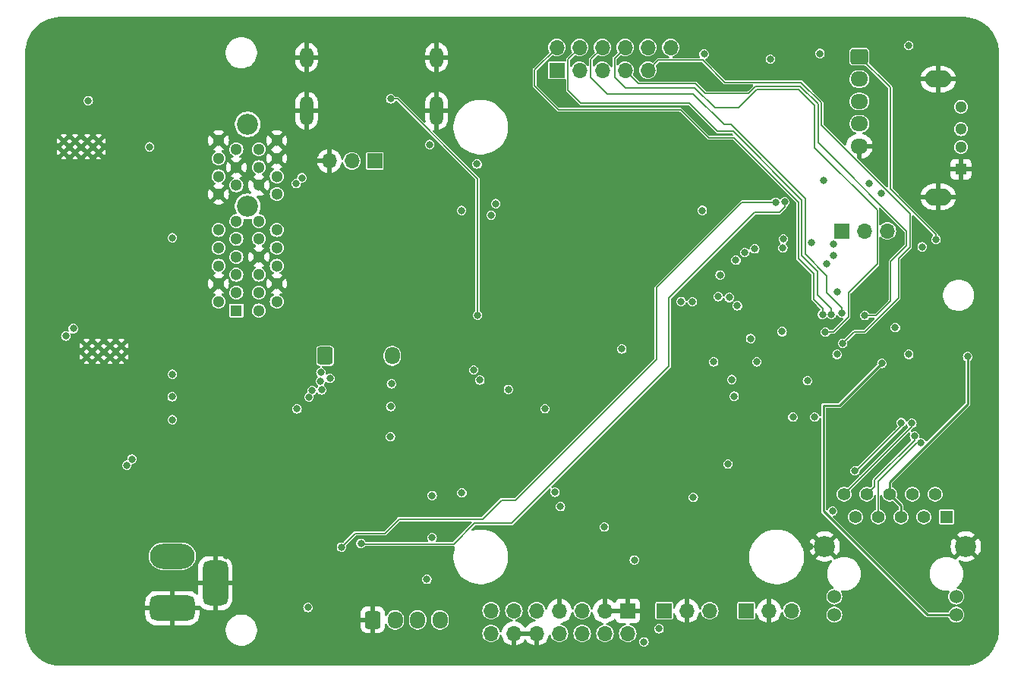
<source format=gbr>
%TF.GenerationSoftware,KiCad,Pcbnew,8.0.2*%
%TF.CreationDate,2024-05-19T12:28:56+02:00*%
%TF.ProjectId,CM4_NAS,434d345f-4e41-4532-9e6b-696361645f70,rev?*%
%TF.SameCoordinates,Original*%
%TF.FileFunction,Copper,L3,Inr*%
%TF.FilePolarity,Positive*%
%FSLAX46Y46*%
G04 Gerber Fmt 4.6, Leading zero omitted, Abs format (unit mm)*
G04 Created by KiCad (PCBNEW 8.0.2) date 2024-05-19 12:28:56*
%MOMM*%
%LPD*%
G01*
G04 APERTURE LIST*
G04 Aperture macros list*
%AMRoundRect*
0 Rectangle with rounded corners*
0 $1 Rounding radius*
0 $2 $3 $4 $5 $6 $7 $8 $9 X,Y pos of 4 corners*
0 Add a 4 corners polygon primitive as box body*
4,1,4,$2,$3,$4,$5,$6,$7,$8,$9,$2,$3,0*
0 Add four circle primitives for the rounded corners*
1,1,$1+$1,$2,$3*
1,1,$1+$1,$4,$5*
1,1,$1+$1,$6,$7*
1,1,$1+$1,$8,$9*
0 Add four rect primitives between the rounded corners*
20,1,$1+$1,$2,$3,$4,$5,0*
20,1,$1+$1,$4,$5,$6,$7,0*
20,1,$1+$1,$6,$7,$8,$9,0*
20,1,$1+$1,$8,$9,$2,$3,0*%
G04 Aperture macros list end*
%TA.AperFunction,ComponentPad*%
%ADD10R,1.700000X1.700000*%
%TD*%
%TA.AperFunction,ComponentPad*%
%ADD11O,1.700000X1.700000*%
%TD*%
%TA.AperFunction,ComponentPad*%
%ADD12RoundRect,0.250000X-0.600000X-0.725000X0.600000X-0.725000X0.600000X0.725000X-0.600000X0.725000X0*%
%TD*%
%TA.AperFunction,ComponentPad*%
%ADD13O,1.700000X1.950000*%
%TD*%
%TA.AperFunction,ComponentPad*%
%ADD14R,1.398000X1.398000*%
%TD*%
%TA.AperFunction,ComponentPad*%
%ADD15C,1.398000*%
%TD*%
%TA.AperFunction,ComponentPad*%
%ADD16C,1.530000*%
%TD*%
%TA.AperFunction,ComponentPad*%
%ADD17C,2.355000*%
%TD*%
%TA.AperFunction,ComponentPad*%
%ADD18C,0.500000*%
%TD*%
%TA.AperFunction,ComponentPad*%
%ADD19C,2.350000*%
%TD*%
%TA.AperFunction,ComponentPad*%
%ADD20R,1.300000X1.300000*%
%TD*%
%TA.AperFunction,ComponentPad*%
%ADD21C,1.300000*%
%TD*%
%TA.AperFunction,ComponentPad*%
%ADD22RoundRect,0.249900X-0.600100X-0.725100X0.600100X-0.725100X0.600100X0.725100X-0.600100X0.725100X0*%
%TD*%
%TA.AperFunction,ComponentPad*%
%ADD23O,2.900000X1.900000*%
%TD*%
%TA.AperFunction,ComponentPad*%
%ADD24O,5.000000X2.800000*%
%TD*%
%TA.AperFunction,ComponentPad*%
%ADD25RoundRect,0.700000X1.800000X-0.700000X1.800000X0.700000X-1.800000X0.700000X-1.800000X-0.700000X0*%
%TD*%
%TA.AperFunction,ComponentPad*%
%ADD26RoundRect,0.700000X0.700000X-1.800000X0.700000X1.800000X-0.700000X1.800000X-0.700000X-1.800000X0*%
%TD*%
%TA.AperFunction,ComponentPad*%
%ADD27O,1.500000X3.300000*%
%TD*%
%TA.AperFunction,ComponentPad*%
%ADD28O,1.500000X2.300000*%
%TD*%
%TA.AperFunction,ComponentPad*%
%ADD29RoundRect,0.250000X-0.725000X0.600000X-0.725000X-0.600000X0.725000X-0.600000X0.725000X0.600000X0*%
%TD*%
%TA.AperFunction,ComponentPad*%
%ADD30O,1.950000X1.700000*%
%TD*%
%TA.AperFunction,ViaPad*%
%ADD31C,0.800000*%
%TD*%
%TA.AperFunction,Conductor*%
%ADD32C,0.250000*%
%TD*%
%TA.AperFunction,Conductor*%
%ADD33C,0.175000*%
%TD*%
%TA.AperFunction,Conductor*%
%ADD34C,0.200000*%
%TD*%
G04 APERTURE END LIST*
D10*
%TO.N,/+3.3v*%
%TO.C,J15*%
X108940000Y-85390000D03*
D11*
%TO.N,/Temp_DATA*%
X106400000Y-85390000D03*
%TO.N,GND*%
X103860000Y-85390000D03*
%TD*%
D12*
%TO.N,GND*%
%TO.C,J7*%
X108712000Y-136652000D03*
D13*
%TO.N,+12V*%
X111212000Y-136652000D03*
%TO.N,Net-(J7-Pin_3)*%
X113712000Y-136652000D03*
%TO.N,Net-(J7-Pin_4)*%
X116212000Y-136652000D03*
%TD*%
D14*
%TO.N,/TRD0_P*%
%TO.C,J0*%
X172715000Y-125150000D03*
D15*
%TO.N,/TRD0_N*%
X171445000Y-122610000D03*
%TO.N,/TRD1_P*%
X170175000Y-125150000D03*
%TO.N,/TRD1_N*%
X168905000Y-122610000D03*
%TO.N,Net-(J0-TRCT1)*%
X167635000Y-125150000D03*
X166365000Y-122610000D03*
%TO.N,/TRD2_P*%
X165095000Y-125150000D03*
%TO.N,/TRD2_N*%
X163825000Y-122610000D03*
%TO.N,/TRD3_P*%
X162555000Y-125150000D03*
%TO.N,/TRD3_N*%
X161285000Y-122610000D03*
D16*
%TO.N,/+3.3v*%
X160200000Y-134050000D03*
%TO.N,Net-(J0-LED-L_K_GRN)*%
X160200000Y-136080000D03*
%TO.N,/+3.3v*%
X173800000Y-134050000D03*
%TO.N,Net-(J0-LED-R_K_YLW)*%
X173800000Y-136080000D03*
D17*
%TO.N,GND*%
X159125000Y-128450000D03*
X174875000Y-128450000D03*
%TD*%
D10*
%TO.N,+5V*%
%TO.C,J12*%
X161036000Y-93218000D03*
D11*
%TO.N,/USB2_VBUS*%
X163576000Y-93218000D03*
%TO.N,/USBOTG_ID*%
X166116000Y-93218000D03*
%TD*%
D18*
%TO.N,GND*%
%TO.C,U9*%
X74250000Y-84470000D03*
X75550000Y-84470000D03*
X76850000Y-84470000D03*
X78150000Y-84470000D03*
X74250000Y-83170000D03*
X75550000Y-83170000D03*
X76850000Y-83170000D03*
X78150000Y-83170000D03*
%TD*%
D19*
%TO.N,N/C*%
%TO.C,J3*%
X94762000Y-90458000D03*
X94762000Y-81308000D03*
D20*
%TO.N,unconnected-(J3-nPRSNT1-PadA1)*%
X93512000Y-102108000D03*
D21*
%TO.N,+12V*%
X91512000Y-101108000D03*
X93512000Y-100108000D03*
%TO.N,GND*%
X91512000Y-99108000D03*
%TO.N,+3V3*%
X93512000Y-98108000D03*
X91512000Y-97108000D03*
%TO.N,unconnected-(J3-TD0-PadA7)*%
X93512000Y-96108000D03*
%TO.N,+3V3*%
X91512000Y-95108000D03*
X93512000Y-94108000D03*
X91512000Y-93108000D03*
%TO.N,/PCIE_nRST*%
X93512000Y-92108000D03*
%TO.N,GND*%
X91512000Y-89108000D03*
%TO.N,/PCIE_CLK_P*%
X93512000Y-88108000D03*
%TO.N,/PCIE_CLK_N*%
X91512000Y-87108000D03*
%TO.N,GND*%
X93512000Y-86108000D03*
%TO.N,/PCIE_RX_P*%
X91512000Y-85108000D03*
%TO.N,/PCIE_RX_N*%
X93512000Y-84108000D03*
%TO.N,GND*%
X91512000Y-83108000D03*
%TO.N,+12V*%
X96012000Y-102108000D03*
X98012000Y-101108000D03*
X96012000Y-100108000D03*
%TO.N,GND*%
X98012000Y-99108000D03*
%TO.N,unconnected-(J3-SMCLK-PadB5)*%
X96012000Y-98108000D03*
%TO.N,unconnected-(J3-SMDAT-PadB6)*%
X98012000Y-97108000D03*
%TO.N,GND*%
X96012000Y-96108000D03*
%TO.N,+3V3*%
X98012000Y-95108000D03*
X96012000Y-94108000D03*
X98012000Y-93108000D03*
%TO.N,unconnected-(J3-nWAKE-PadB11)*%
X96012000Y-92108000D03*
%TO.N,/PCIE_CLK_nREQ*%
X98012000Y-89108000D03*
%TO.N,GND*%
X96012000Y-88108000D03*
%TO.N,/PCIE_TX_P*%
X98012000Y-87108000D03*
%TO.N,/PCIE_TX_N*%
X96012000Y-86108000D03*
%TO.N,GND*%
X98012000Y-85108000D03*
%TO.N,unconnected-(J3-nPRSNT2-PadB17)*%
X96012000Y-84108000D03*
%TO.N,GND*%
X98012000Y-83108000D03*
%TD*%
D10*
%TO.N,/GLOBAL_EN*%
%TO.C,J11*%
X150368000Y-135636000D03*
D11*
%TO.N,GND*%
X152908000Y-135636000D03*
%TO.N,/RUN_PG*%
X155448000Y-135636000D03*
%TD*%
D10*
%TO.N,/WL_nDis*%
%TO.C,J9*%
X141224000Y-135636000D03*
D11*
%TO.N,GND*%
X143764000Y-135636000D03*
%TO.N,/BT_nDis*%
X146304000Y-135636000D03*
%TD*%
D22*
%TO.N,+5V*%
%TO.C,J4*%
X103400000Y-107170000D03*
D13*
%TO.N,GND*%
X105900000Y-107170000D03*
X108400000Y-107170000D03*
%TO.N,+12V*%
X110900000Y-107170000D03*
%TD*%
D10*
%TO.N,GND*%
%TO.C,J10*%
X137160000Y-135636000D03*
D11*
%TO.N,/nRPIBOOT*%
X137160000Y-138176000D03*
%TO.N,GND*%
X134620000Y-135636000D03*
%TO.N,/EEPROM_nWP*%
X134620000Y-138176000D03*
%TO.N,/AIN0*%
X132080000Y-135636000D03*
%TO.N,/AIN1*%
X132080000Y-138176000D03*
%TO.N,GND*%
X129540000Y-135636000D03*
%TO.N,/SYNC_IN*%
X129540000Y-138176000D03*
%TO.N,/SYNC_OUT*%
X127000000Y-135636000D03*
%TO.N,GND*%
X127000000Y-138176000D03*
%TO.N,/TV_OUT*%
X124460000Y-135636000D03*
%TO.N,GND*%
X124460000Y-138176000D03*
%TO.N,Net-(J10-Pin_13)*%
X121920000Y-135636000D03*
%TO.N,/GLOBAL_EN*%
X121920000Y-138176000D03*
%TD*%
D18*
%TO.N,GND*%
%TO.C,U8*%
X76790000Y-107330000D03*
X78090000Y-107330000D03*
X79390000Y-107330000D03*
X80690000Y-107330000D03*
X76790000Y-106030000D03*
X78090000Y-106030000D03*
X79390000Y-106030000D03*
X80690000Y-106030000D03*
%TD*%
D21*
%TO.N,/USB2_VBUS*%
%TO.C,J1*%
X174318000Y-79338000D03*
%TO.N,/USB2_N*%
X174318000Y-81838000D03*
%TO.N,/USB2_P*%
X174318000Y-83838000D03*
D20*
%TO.N,GND*%
X174318000Y-86338000D03*
D23*
X171778000Y-89408000D03*
X171778000Y-76268000D03*
%TD*%
D10*
%TO.N,/GPIO26*%
%TO.C,J13*%
X129260000Y-75270000D03*
D11*
%TO.N,/GPIO15*%
X129260000Y-72730000D03*
%TO.N,/GPIO3*%
X131800000Y-75270000D03*
%TO.N,/GPIO18*%
X131800000Y-72730000D03*
%TO.N,/GPIO2*%
X134340000Y-75270000D03*
%TO.N,/GPIO23*%
X134340000Y-72730000D03*
%TO.N,/GPIO14*%
X136880000Y-75270000D03*
%TO.N,/GPIO24*%
X136880000Y-72730000D03*
%TO.N,/GPIO12*%
X139420000Y-75270000D03*
%TO.N,/+3.3v*%
X139420000Y-72730000D03*
%TO.N,GND*%
X141960000Y-75270000D03*
%TO.N,+5V*%
X141960000Y-72730000D03*
%TD*%
D24*
%TO.N,Net-(Q1-D)*%
%TO.C,J14*%
X86360000Y-129540000D03*
D25*
%TO.N,GND*%
X86360000Y-135340000D03*
D26*
X91160000Y-132540000D03*
%TD*%
D27*
%TO.N,GND*%
%TO.C,J2*%
X101340000Y-79790000D03*
X115840000Y-79790000D03*
D28*
X115840000Y-73830000D03*
X101340000Y-73830000D03*
%TD*%
D29*
%TO.N,/OLED_BTN*%
%TO.C,J8*%
X163000000Y-73750000D03*
D30*
%TO.N,/SDA*%
X163000000Y-76250000D03*
%TO.N,/SCL*%
X163000000Y-78750000D03*
%TO.N,/+3.3v*%
X163000000Y-81250000D03*
%TO.N,GND*%
X163000000Y-83750000D03*
%TD*%
D31*
%TO.N,/USBOTG_ID*%
X170000000Y-95000000D03*
%TO.N,Net-(Module1A-PI_nLED_Activity)*%
X160500000Y-100000000D03*
X160500000Y-107000000D03*
%TO.N,Net-(J0-LED-R_K_YLW)*%
X165500000Y-108000000D03*
%TO.N,/ETH_LEDG*%
X167000000Y-104000000D03*
%TO.N,Net-(J0-LED-L_K_GRN)*%
X168500000Y-107000000D03*
%TO.N,GND*%
X169179660Y-97597768D03*
%TO.N,Net-(R6-Pad2)*%
X168500000Y-72500000D03*
%TO.N,GND*%
X176000000Y-126000000D03*
X78740000Y-129540000D03*
X108140000Y-89420000D03*
X111450000Y-92440000D03*
X153840000Y-107740000D03*
X91440000Y-127000000D03*
X106546256Y-114300000D03*
X92791108Y-116210225D03*
X109410000Y-101310000D03*
X109474000Y-78486000D03*
X114690000Y-93030000D03*
X114680000Y-88210000D03*
X106680000Y-111760000D03*
X100920000Y-84300000D03*
X105721503Y-116751968D03*
X151350000Y-99330000D03*
X92393329Y-129510279D03*
X91440000Y-128248137D03*
X158020000Y-105490000D03*
X157790000Y-102090000D03*
X135850000Y-80380000D03*
X156540000Y-115540000D03*
X91867347Y-122797186D03*
X144640000Y-104830000D03*
X120230000Y-107430000D03*
X108500000Y-93670000D03*
X123950000Y-95070000D03*
X118720000Y-88790000D03*
X75799900Y-130134416D03*
X130700000Y-128420000D03*
X158000000Y-126000000D03*
X117080000Y-97870000D03*
X93980000Y-116165241D03*
X157560000Y-112860000D03*
X148430000Y-97390000D03*
X122600000Y-87220000D03*
X142920000Y-120500000D03*
X108250000Y-78250000D03*
X119800000Y-140870000D03*
X90360385Y-122797186D03*
X99470000Y-90090000D03*
X158000000Y-131000000D03*
X92836092Y-117402298D03*
X169500000Y-98500000D03*
X149810000Y-131970000D03*
X101500000Y-95460000D03*
X93980000Y-129540000D03*
X81030766Y-130773414D03*
X156520000Y-133060000D03*
X108442090Y-109310293D03*
X114560000Y-100330000D03*
X126750000Y-89000000D03*
X114550000Y-112270000D03*
X105980000Y-77670000D03*
X169570000Y-111020000D03*
X90450353Y-123921784D03*
X176000000Y-130500000D03*
X166670000Y-115160000D03*
X146460000Y-128630000D03*
X117070000Y-93840000D03*
X92092266Y-124124212D03*
X120520000Y-103900000D03*
X153880000Y-109750000D03*
X93980000Y-117346069D03*
X105950000Y-109340000D03*
X123150000Y-120520000D03*
X174470000Y-116140000D03*
X108620000Y-111580000D03*
X91520000Y-91080000D03*
X117930000Y-78570000D03*
X79399365Y-97895238D03*
X120920000Y-124420000D03*
X76795547Y-128514631D03*
X157500000Y-128500000D03*
X96520000Y-132080000D03*
X105587759Y-115369949D03*
X92530000Y-80880000D03*
X176240000Y-93110000D03*
X85674622Y-98942600D03*
X160620000Y-118280000D03*
X105640000Y-113840000D03*
X157920000Y-107000000D03*
X134500000Y-130360000D03*
X125860000Y-130770000D03*
X159650000Y-114710000D03*
X177000000Y-128500000D03*
X142990000Y-130010000D03*
X79500143Y-130832856D03*
X75175762Y-128262004D03*
X119000000Y-116260000D03*
X166480000Y-111930000D03*
%TO.N,Net-(J0-TRCT1)*%
X175070000Y-107250000D03*
%TO.N,/+3.3v*%
X158981000Y-87561000D03*
X158000000Y-114000000D03*
X101487415Y-135267559D03*
X150210000Y-95610000D03*
X155580000Y-114000000D03*
X86360000Y-93980000D03*
X145670000Y-73460000D03*
X153060000Y-74020000D03*
%TO.N,Net-(D1-K)*%
X164084000Y-87884000D03*
X158590000Y-73390000D03*
%TO.N,+5V*%
X103939383Y-109672110D03*
X118660000Y-122450000D03*
X101600000Y-111760000D03*
X159371000Y-96919000D03*
X160090000Y-94672000D03*
X102884293Y-109984179D03*
X100272500Y-113087500D03*
X160090000Y-95942000D03*
X103003177Y-110964966D03*
X102935174Y-109025683D03*
X120350000Y-85740000D03*
X101948087Y-111039268D03*
%TO.N,/HDMI0_HOTPLUG*%
X115062000Y-83566000D03*
X122428000Y-90170000D03*
%TO.N,/HDMI0_SDA*%
X118618000Y-90932000D03*
X121920000Y-91440000D03*
%TO.N,/HDMI0_CEC*%
X110720000Y-78460000D03*
X120396000Y-102616000D03*
%TO.N,/+12v*%
X114755000Y-132115000D03*
X110690000Y-116190000D03*
X81864509Y-118700243D03*
X81280000Y-119380000D03*
X110810000Y-110280000D03*
X115338001Y-122761999D03*
X110720000Y-112830000D03*
X115338001Y-127481999D03*
%TO.N,/PCIE_CLK_nREQ*%
X119970000Y-108740000D03*
%TO.N,Net-(U8-SW)*%
X86360000Y-109220000D03*
X86345571Y-111735916D03*
X74476200Y-104956200D03*
X75314899Y-104117500D03*
X86360000Y-114300000D03*
X86360000Y-114300000D03*
%TO.N,/PCIE_RX_P*%
X100166498Y-87923502D03*
%TO.N,/PCIE_RX_N*%
X100813502Y-87276498D03*
%TO.N,/PCIE_nRST*%
X120657500Y-109870000D03*
%TO.N,Net-(U9-COMP)*%
X83820000Y-83820000D03*
X76980861Y-78661296D03*
%TO.N,/SDA*%
X153650000Y-90010000D03*
X105230653Y-128520653D03*
%TO.N,/SCL*%
X107405405Y-128104595D03*
X154660000Y-89970000D03*
%TO.N,/BT_nDis*%
X154462510Y-95108348D03*
X144470000Y-122970000D03*
X151557500Y-107830000D03*
X148490000Y-100650000D03*
%TO.N,/WL_nDis*%
X154380000Y-104460000D03*
X146740000Y-107840000D03*
%TO.N,/GLOBAL_EN*%
X147260000Y-100550000D03*
X150870000Y-105240000D03*
X148340000Y-119250000D03*
X154520000Y-94110000D03*
%TO.N,Net-(J10-Pin_13)*%
X140640000Y-137640000D03*
%TO.N,/TV_OUT*%
X123850000Y-110920000D03*
X127930000Y-113070000D03*
%TO.N,/SYNC_OUT*%
X148760000Y-109820000D03*
X129050000Y-122390000D03*
%TO.N,/SYNC_IN*%
X129660000Y-123990000D03*
X149020000Y-111680000D03*
%TO.N,/nRPIBOOT*%
X138960000Y-139100000D03*
X157690000Y-94520000D03*
%TO.N,/RUN_PG*%
X134550000Y-126270000D03*
X144370000Y-101120000D03*
X151330000Y-95206500D03*
X137900000Y-129960000D03*
%TO.N,Net-(R6-Pad2)*%
X165458864Y-89051136D03*
%TO.N,/OLED_BTN*%
X171540000Y-94170000D03*
%TO.N,/USBOTG_ID*%
X145470000Y-90920000D03*
%TO.N,/Temp_DATA*%
X136500000Y-106400000D03*
%TO.N,/GPIO2*%
X149220000Y-96470000D03*
%TO.N,/SD_CLK*%
X149390000Y-101570000D03*
%TO.N,/GPIO3*%
X147460000Y-98130000D03*
%TO.N,/GPIO14*%
X163610000Y-102650000D03*
%TO.N,/GPIO15*%
X158880097Y-102544057D03*
%TO.N,/GPIO18*%
X159880000Y-102530000D03*
%TO.N,/GPIO23*%
X161066385Y-102376385D03*
%TO.N,/GPIO24*%
X159210000Y-104500000D03*
%TO.N,/GPIO26*%
X143100000Y-101100000D03*
%TO.N,/ETH_LEDG*%
X157199999Y-109940000D03*
%TO.N,Net-(J0-LED-L_K_GRN)*%
X160000000Y-124500000D03*
%TO.N,/GPIO12*%
X161126249Y-105756249D03*
%TO.N,/TRD3_P*%
X167668482Y-114623990D03*
X162500000Y-120000000D03*
%TO.N,/TRD3_N*%
X168844761Y-114706364D03*
%TO.N,/TRD2_P*%
X169871232Y-116871232D03*
%TO.N,/TRD2_N*%
X169128768Y-116128768D03*
%TD*%
D32*
%TO.N,Net-(J0-LED-R_K_YLW)*%
X160800000Y-112700000D02*
X165500000Y-108000000D01*
X159000000Y-112700000D02*
X160800000Y-112700000D01*
%TO.N,Net-(J0-TRCT1)*%
X175070000Y-112542206D02*
X166365000Y-121247206D01*
X175070000Y-107250000D02*
X175070000Y-112542206D01*
X167635000Y-125150000D02*
X167635000Y-123880000D01*
X167635000Y-123880000D02*
X166365000Y-122610000D01*
X166365000Y-121247206D02*
X166365000Y-122610000D01*
D33*
%TO.N,/HDMI0_CEC*%
X111480000Y-78460000D02*
X110720000Y-78460000D01*
X120396000Y-87376000D02*
X111480000Y-78460000D01*
X120396000Y-102616000D02*
X120396000Y-87376000D01*
D34*
%TO.N,/SDA*%
X140370000Y-107520000D02*
X124610000Y-123280000D01*
X111642499Y-125397501D02*
X111642499Y-125422499D01*
X123100000Y-123280000D02*
X124610000Y-123280000D01*
X120957501Y-125422499D02*
X123100000Y-123280000D01*
X153650000Y-90010000D02*
X149890000Y-90010000D01*
X111660000Y-125380000D02*
X111642499Y-125397501D01*
X140370000Y-99530000D02*
X140370000Y-107520000D01*
X149890000Y-90010000D02*
X140370000Y-99530000D01*
X111642499Y-125422499D02*
X120957501Y-125422499D01*
X106751306Y-127000000D02*
X105230653Y-128520653D01*
X111642499Y-125422499D02*
X110064998Y-127000000D01*
X110064998Y-127000000D02*
X106751306Y-127000000D01*
%TO.N,/SCL*%
X141760000Y-108300000D02*
X124220000Y-125840000D01*
X154660000Y-89970000D02*
X154660000Y-90535685D01*
X124220000Y-125840000D02*
X124210001Y-125849999D01*
X117738394Y-128181510D02*
X120079904Y-125840000D01*
X154660000Y-90535685D02*
X154065685Y-91130000D01*
X120079904Y-125840000D02*
X124220000Y-125840000D01*
X141760000Y-100690000D02*
X141760000Y-108300000D01*
X107482320Y-128181510D02*
X117738394Y-128181510D01*
X154065685Y-91130000D02*
X151320000Y-91130000D01*
X151320000Y-91130000D02*
X141760000Y-100690000D01*
X107405405Y-128104595D02*
X107482320Y-128181510D01*
X107560001Y-127949999D02*
X107405405Y-128104595D01*
%TO.N,/OLED_BTN*%
X166440000Y-88504315D02*
X166440000Y-77190000D01*
X171540000Y-94170000D02*
X171540000Y-93604315D01*
X166440000Y-77190000D02*
X163000000Y-73750000D01*
X171540000Y-93604315D02*
X166440000Y-88504315D01*
D33*
%TO.N,/GPIO14*%
X166470000Y-96640000D02*
X168270000Y-94840000D01*
X138360000Y-76750000D02*
X136880000Y-75270000D01*
X158375010Y-83355010D02*
X158375009Y-79044665D01*
X158375009Y-79044665D02*
X156395334Y-77064990D01*
X150639656Y-77840000D02*
X145810000Y-77840000D01*
X168270000Y-94840000D02*
X168270000Y-93250000D01*
X168270000Y-93250000D02*
X158375010Y-83355010D01*
X145810000Y-77840000D02*
X144720000Y-76750000D01*
X151414665Y-77064991D02*
X150639656Y-77840000D01*
X164880000Y-102650000D02*
X166470000Y-101060000D01*
X166470000Y-101060000D02*
X166470000Y-96640000D01*
X156395334Y-77064990D02*
X151414665Y-77064991D01*
X144720000Y-76750000D02*
X138360000Y-76750000D01*
X163610000Y-102650000D02*
X164880000Y-102650000D01*
%TO.N,/GPIO15*%
X156210000Y-96330000D02*
X156210000Y-90000000D01*
X157880000Y-100860000D02*
X157880000Y-98000000D01*
X158400000Y-101380000D02*
X157880000Y-100860000D01*
X146195000Y-82820000D02*
X143067499Y-79692499D01*
X157880000Y-98000000D02*
X156210000Y-96330000D01*
X158880097Y-101860097D02*
X158400000Y-101380000D01*
X149030000Y-82820000D02*
X146195000Y-82820000D01*
X129442499Y-79692499D02*
X126750000Y-77000000D01*
X156210000Y-90000000D02*
X149030000Y-82820000D01*
X126750000Y-77000000D02*
X126750000Y-75240000D01*
X158880097Y-102544057D02*
X158880097Y-101860097D01*
X143067499Y-79692499D02*
X129442499Y-79692499D01*
X126750000Y-75240000D02*
X129260000Y-72730000D01*
%TO.N,/GPIO18*%
X130500000Y-77500000D02*
X130500000Y-74030000D01*
X131940000Y-78940000D02*
X130500000Y-77500000D01*
X144000000Y-78940000D02*
X131940000Y-78940000D01*
X158360000Y-97750000D02*
X156585010Y-95975010D01*
X130500000Y-74030000D02*
X131800000Y-72730000D01*
X148889656Y-82090000D02*
X147150000Y-82090000D01*
X156585010Y-95975010D02*
X156585010Y-89785354D01*
X156585010Y-89785354D02*
X148889656Y-82090000D01*
X147150000Y-82090000D02*
X144000000Y-78940000D01*
X158360000Y-100340000D02*
X158360000Y-97750000D01*
X159190000Y-101170000D02*
X158360000Y-100340000D01*
X159880000Y-101860000D02*
X159190000Y-101170000D01*
X159880000Y-102530000D02*
X159880000Y-101860000D01*
%TO.N,/GPIO23*%
X159372499Y-98232155D02*
X156960020Y-95819676D01*
X156960020Y-89630020D02*
X148660000Y-81330000D01*
X160300000Y-101019502D02*
X159372499Y-100092001D01*
X156960020Y-95819676D02*
X156960020Y-89630020D01*
X159372499Y-100092001D02*
X159372499Y-98232155D01*
X161066385Y-101785887D02*
X160300000Y-101019502D01*
X147910000Y-81330000D02*
X144460000Y-77880000D01*
X148660000Y-81330000D02*
X147910000Y-81330000D01*
X134880000Y-77880000D02*
X133050000Y-76050000D01*
X133050000Y-74020000D02*
X134340000Y-72730000D01*
X161066385Y-102376385D02*
X161066385Y-101785887D01*
X144460000Y-77880000D02*
X134880000Y-77880000D01*
X133050000Y-76050000D02*
X133050000Y-74020000D01*
%TO.N,/GPIO24*%
X144630000Y-77230000D02*
X136890000Y-77230000D01*
X161770000Y-102820000D02*
X161770000Y-100120000D01*
X135680000Y-76020000D02*
X135680000Y-73930000D01*
X158000000Y-79200000D02*
X156240000Y-77440000D01*
X160090000Y-104500000D02*
X159210000Y-104500000D01*
X164978499Y-96911501D02*
X164978499Y-90898499D01*
X158000000Y-83920000D02*
X158000000Y-79200000D01*
X151570000Y-77440000D02*
X149550000Y-79460000D01*
X156240000Y-77440000D02*
X151570000Y-77440000D01*
X149550000Y-79460000D02*
X146860000Y-79460000D01*
X135680000Y-73930000D02*
X136880000Y-72730000D01*
X136890000Y-77230000D02*
X135680000Y-76020000D01*
X146860000Y-79460000D02*
X144630000Y-77230000D01*
X160090000Y-104500000D02*
X161770000Y-102820000D01*
X161770000Y-100120000D02*
X164978499Y-96911501D01*
X164978499Y-90898499D02*
X158000000Y-83920000D01*
D32*
%TO.N,Net-(J0-LED-R_K_YLW)*%
X159000000Y-124500000D02*
X170580000Y-136080000D01*
X170580000Y-136080000D02*
X173800000Y-136080000D01*
X159000000Y-112700000D02*
X159000000Y-124500000D01*
D33*
%TO.N,/GPIO12*%
X156470688Y-76610000D02*
X147983502Y-76610000D01*
X143557501Y-74132499D02*
X140557501Y-74132499D01*
X147983502Y-76610000D02*
X145506001Y-74132499D01*
X161126249Y-105756249D02*
X162407488Y-104475010D01*
X162407488Y-104475010D02*
X163585335Y-104475009D01*
X167362499Y-96277845D02*
X168645010Y-94995334D01*
X163585335Y-104475009D02*
X167362499Y-100697845D01*
X140557501Y-74132499D02*
X139420000Y-75270000D01*
X168645010Y-94995334D02*
X168645010Y-91265010D01*
X145506001Y-74132499D02*
X143557501Y-74132499D01*
X167362499Y-100697845D02*
X167362499Y-96277845D01*
X158750019Y-81370019D02*
X158750018Y-78889330D01*
X158750018Y-78889330D02*
X156470688Y-76610000D01*
X168645010Y-91265010D02*
X158750019Y-81370019D01*
%TO.N,/TRD3_P*%
X162646709Y-120000000D02*
X162500000Y-120000000D01*
X167668482Y-114978227D02*
X162646709Y-120000000D01*
X167668482Y-114623990D02*
X167668482Y-114978227D01*
%TO.N,/TRD3_N*%
X168844761Y-114706364D02*
X168844761Y-115050239D01*
X168844761Y-115050239D02*
X161285000Y-122610000D01*
%TO.N,/TRD2_P*%
X169429289Y-116871232D02*
X165095000Y-121205521D01*
X165095000Y-121205521D02*
X165095000Y-125150000D01*
X169871232Y-116871232D02*
X169429289Y-116871232D01*
%TO.N,/TRD2_N*%
X169128768Y-116570711D02*
X164670000Y-121029479D01*
X164670000Y-121029479D02*
X164670000Y-121765000D01*
X164670000Y-121765000D02*
X163825000Y-122610000D01*
X169128768Y-116128768D02*
X169128768Y-116570711D01*
%TD*%
%TA.AperFunction,Conductor*%
%TO.N,GND*%
G36*
X126534075Y-137983007D02*
G01*
X126500000Y-138110174D01*
X126500000Y-138241826D01*
X126534075Y-138368993D01*
X126569297Y-138430000D01*
X124890703Y-138430000D01*
X124925925Y-138368993D01*
X124960000Y-138241826D01*
X124960000Y-138110174D01*
X124925925Y-137983007D01*
X124890703Y-137922000D01*
X126569297Y-137922000D01*
X126534075Y-137983007D01*
G37*
%TD.AperFunction*%
%TA.AperFunction,Conductor*%
G36*
X136694075Y-135443007D02*
G01*
X136660000Y-135570174D01*
X136660000Y-135701826D01*
X136694075Y-135828993D01*
X136729297Y-135890000D01*
X135050703Y-135890000D01*
X135085925Y-135828993D01*
X135120000Y-135701826D01*
X135120000Y-135570174D01*
X135085925Y-135443007D01*
X135050703Y-135382000D01*
X136729297Y-135382000D01*
X136694075Y-135443007D01*
G37*
%TD.AperFunction*%
%TA.AperFunction,Conductor*%
G36*
X174560756Y-69300009D02*
G01*
X174564314Y-69300051D01*
X174750961Y-69302268D01*
X174761799Y-69302865D01*
X175141082Y-69340221D01*
X175141123Y-69340225D01*
X175153353Y-69342038D01*
X175526452Y-69416253D01*
X175538439Y-69419255D01*
X175902480Y-69529685D01*
X175914116Y-69533849D01*
X176265574Y-69679428D01*
X176276736Y-69684707D01*
X176444487Y-69774372D01*
X176612230Y-69864033D01*
X176622836Y-69870390D01*
X176848062Y-70020881D01*
X176939114Y-70081720D01*
X176939137Y-70081735D01*
X176949068Y-70089101D01*
X177243116Y-70330419D01*
X177252279Y-70338723D01*
X177521271Y-70607716D01*
X177529574Y-70616877D01*
X177770902Y-70910935D01*
X177778268Y-70920867D01*
X177989609Y-71237162D01*
X177995966Y-71247768D01*
X178175288Y-71583254D01*
X178180575Y-71594432D01*
X178326152Y-71945888D01*
X178330317Y-71957530D01*
X178440740Y-72321546D01*
X178443745Y-72333541D01*
X178517960Y-72706644D01*
X178519774Y-72718875D01*
X178557133Y-73098190D01*
X178557731Y-73109044D01*
X178559990Y-73299242D01*
X178559999Y-73300738D01*
X178559999Y-137799260D01*
X178559990Y-137800756D01*
X178557732Y-137990954D01*
X178557134Y-138001808D01*
X178519775Y-138381123D01*
X178517961Y-138393354D01*
X178443746Y-138766457D01*
X178440742Y-138778452D01*
X178331263Y-139139358D01*
X178330319Y-139142469D01*
X178326153Y-139154111D01*
X178180576Y-139505566D01*
X178175289Y-139516744D01*
X177995967Y-139852231D01*
X177989610Y-139862837D01*
X177778269Y-140179132D01*
X177770903Y-140189064D01*
X177529571Y-140483128D01*
X177521267Y-140492289D01*
X177252289Y-140761267D01*
X177243128Y-140769571D01*
X176949064Y-141010903D01*
X176939132Y-141018269D01*
X176622837Y-141229610D01*
X176612231Y-141235967D01*
X176276744Y-141415289D01*
X176265566Y-141420576D01*
X175914111Y-141566153D01*
X175902477Y-141570316D01*
X175581808Y-141667589D01*
X175538452Y-141680742D01*
X175526457Y-141683746D01*
X175153354Y-141757961D01*
X175141123Y-141759775D01*
X174761808Y-141797134D01*
X174750954Y-141797732D01*
X174560757Y-141799991D01*
X174559261Y-141800000D01*
X73949190Y-141800000D01*
X73947677Y-141799991D01*
X73757460Y-141797707D01*
X73746624Y-141797109D01*
X73367305Y-141759752D01*
X73355073Y-141757938D01*
X72981976Y-141683727D01*
X72969988Y-141680724D01*
X72605945Y-141570295D01*
X72594311Y-141566132D01*
X72397836Y-141484750D01*
X72242865Y-141420560D01*
X72231687Y-141415273D01*
X71896200Y-141235953D01*
X71885595Y-141229597D01*
X71692435Y-141100534D01*
X71569286Y-141018250D01*
X71559372Y-141010896D01*
X71298874Y-140797113D01*
X71265305Y-140769564D01*
X71256143Y-140761260D01*
X70987157Y-140492275D01*
X70978853Y-140483113D01*
X70737525Y-140189057D01*
X70730159Y-140179125D01*
X70518817Y-139862831D01*
X70512464Y-139852231D01*
X70333134Y-139516732D01*
X70327853Y-139505566D01*
X70182271Y-139154099D01*
X70178111Y-139142473D01*
X70067683Y-138778441D01*
X70064683Y-138766469D01*
X69990463Y-138393339D01*
X69988653Y-138381133D01*
X69951291Y-138001799D01*
X69950694Y-137990953D01*
X69950512Y-137975634D01*
X69948434Y-137800672D01*
X69948426Y-137799179D01*
X69948426Y-137669039D01*
X92312448Y-137669039D01*
X92312448Y-137930961D01*
X92343202Y-138135000D01*
X92351485Y-138189956D01*
X92351486Y-138189964D01*
X92391049Y-138318220D01*
X92425528Y-138430000D01*
X92428690Y-138440248D01*
X92542333Y-138676229D01*
X92542337Y-138676236D01*
X92689873Y-138892630D01*
X92689878Y-138892637D01*
X92868030Y-139084639D01*
X93072809Y-139247945D01*
X93072812Y-139247947D01*
X93299642Y-139378907D01*
X93299646Y-139378909D01*
X93414239Y-139423883D01*
X93543456Y-139474597D01*
X93641413Y-139496955D01*
X93798806Y-139532879D01*
X93798811Y-139532880D01*
X94060001Y-139552454D01*
X94321191Y-139532880D01*
X94576546Y-139474597D01*
X94763059Y-139401395D01*
X94820355Y-139378909D01*
X94820359Y-139378907D01*
X94820358Y-139378907D01*
X94820362Y-139378906D01*
X95047193Y-139247945D01*
X95251972Y-139084639D01*
X95430124Y-138892637D01*
X95577670Y-138676227D01*
X95691314Y-138440243D01*
X95768517Y-138189958D01*
X95770621Y-138175996D01*
X120937770Y-138175996D01*
X120937770Y-138176003D01*
X120956641Y-138367616D01*
X120956641Y-138367618D01*
X121012537Y-138551880D01*
X121012539Y-138551886D01*
X121030815Y-138586077D01*
X121103306Y-138721698D01*
X121225459Y-138870541D01*
X121374302Y-138992694D01*
X121544117Y-139083462D01*
X121728376Y-139139357D01*
X121728380Y-139139357D01*
X121728382Y-139139358D01*
X121919997Y-139158230D01*
X121920000Y-139158230D01*
X121920003Y-139158230D01*
X122111616Y-139139358D01*
X122111618Y-139139358D01*
X122111619Y-139139357D01*
X122111624Y-139139357D01*
X122295883Y-139083462D01*
X122465698Y-138992694D01*
X122614541Y-138870541D01*
X122736694Y-138721698D01*
X122827462Y-138551883D01*
X122874099Y-138398141D01*
X122913013Y-138338762D01*
X122977855Y-138309846D01*
X123048036Y-138320577D01*
X123101274Y-138367547D01*
X123116817Y-138403788D01*
X123171176Y-138618449D01*
X123171179Y-138618456D01*
X123261580Y-138824548D01*
X123384674Y-139012958D01*
X123537097Y-139178534D01*
X123714698Y-139316767D01*
X123714699Y-139316768D01*
X123912628Y-139423882D01*
X123912630Y-139423883D01*
X124125483Y-139496955D01*
X124125492Y-139496957D01*
X124206000Y-139510391D01*
X124206000Y-138606702D01*
X124267007Y-138641925D01*
X124394174Y-138676000D01*
X124525826Y-138676000D01*
X124652993Y-138641925D01*
X124714000Y-138606702D01*
X124714000Y-139510390D01*
X124794507Y-139496957D01*
X124794516Y-139496955D01*
X125007369Y-139423883D01*
X125007371Y-139423882D01*
X125205300Y-139316768D01*
X125205301Y-139316767D01*
X125382902Y-139178534D01*
X125535327Y-139012955D01*
X125624517Y-138876441D01*
X125678521Y-138830352D01*
X125748868Y-138820777D01*
X125813226Y-138850754D01*
X125835483Y-138876441D01*
X125924672Y-139012955D01*
X126077097Y-139178534D01*
X126254698Y-139316767D01*
X126254699Y-139316768D01*
X126452628Y-139423882D01*
X126452630Y-139423883D01*
X126665483Y-139496955D01*
X126665492Y-139496957D01*
X126746000Y-139510391D01*
X126746000Y-138606702D01*
X126807007Y-138641925D01*
X126934174Y-138676000D01*
X127065826Y-138676000D01*
X127192993Y-138641925D01*
X127254000Y-138606702D01*
X127254000Y-139510390D01*
X127334507Y-139496957D01*
X127334516Y-139496955D01*
X127547369Y-139423883D01*
X127547371Y-139423882D01*
X127745300Y-139316768D01*
X127745301Y-139316767D01*
X127922902Y-139178534D01*
X128075325Y-139012958D01*
X128198419Y-138824548D01*
X128288819Y-138618458D01*
X128343181Y-138403788D01*
X128379294Y-138342662D01*
X128442721Y-138310763D01*
X128513325Y-138318220D01*
X128568690Y-138362664D01*
X128585900Y-138398143D01*
X128632533Y-138551871D01*
X128632539Y-138551886D01*
X128650815Y-138586077D01*
X128723306Y-138721698D01*
X128845459Y-138870541D01*
X128994302Y-138992694D01*
X129164117Y-139083462D01*
X129348376Y-139139357D01*
X129348380Y-139139357D01*
X129348382Y-139139358D01*
X129539997Y-139158230D01*
X129540000Y-139158230D01*
X129540003Y-139158230D01*
X129731616Y-139139358D01*
X129731618Y-139139358D01*
X129731619Y-139139357D01*
X129731624Y-139139357D01*
X129915883Y-139083462D01*
X130085698Y-138992694D01*
X130234541Y-138870541D01*
X130356694Y-138721698D01*
X130447462Y-138551883D01*
X130503357Y-138367624D01*
X130520855Y-138189964D01*
X130522230Y-138176003D01*
X130522230Y-138175996D01*
X131097770Y-138175996D01*
X131097770Y-138176003D01*
X131116641Y-138367616D01*
X131116641Y-138367618D01*
X131172537Y-138551880D01*
X131172539Y-138551886D01*
X131190815Y-138586077D01*
X131263306Y-138721698D01*
X131385459Y-138870541D01*
X131534302Y-138992694D01*
X131704117Y-139083462D01*
X131888376Y-139139357D01*
X131888380Y-139139357D01*
X131888382Y-139139358D01*
X132079997Y-139158230D01*
X132080000Y-139158230D01*
X132080003Y-139158230D01*
X132271616Y-139139358D01*
X132271618Y-139139358D01*
X132271619Y-139139357D01*
X132271624Y-139139357D01*
X132455883Y-139083462D01*
X132625698Y-138992694D01*
X132774541Y-138870541D01*
X132896694Y-138721698D01*
X132987462Y-138551883D01*
X133043357Y-138367624D01*
X133060855Y-138189964D01*
X133062230Y-138176003D01*
X133062230Y-138175996D01*
X133043358Y-137984383D01*
X133043358Y-137984381D01*
X133043357Y-137984378D01*
X133043357Y-137984376D01*
X132987462Y-137800117D01*
X132987399Y-137800000D01*
X132942999Y-137716933D01*
X132896694Y-137630302D01*
X132774541Y-137481459D01*
X132625698Y-137359306D01*
X132587785Y-137339041D01*
X132455886Y-137268539D01*
X132455880Y-137268537D01*
X132361873Y-137240020D01*
X132271624Y-137212643D01*
X132271623Y-137212642D01*
X132271617Y-137212641D01*
X132080003Y-137193770D01*
X132079997Y-137193770D01*
X131888383Y-137212641D01*
X131888381Y-137212641D01*
X131704119Y-137268537D01*
X131704113Y-137268539D01*
X131534301Y-137359306D01*
X131385459Y-137481459D01*
X131263306Y-137630301D01*
X131172539Y-137800113D01*
X131172537Y-137800119D01*
X131116641Y-137984381D01*
X131116641Y-137984383D01*
X131097770Y-138175996D01*
X130522230Y-138175996D01*
X130503358Y-137984383D01*
X130503358Y-137984381D01*
X130503357Y-137984378D01*
X130503357Y-137984376D01*
X130447462Y-137800117D01*
X130447399Y-137800000D01*
X130402999Y-137716933D01*
X130356694Y-137630302D01*
X130234541Y-137481459D01*
X130085698Y-137359306D01*
X130047785Y-137339041D01*
X129915886Y-137268539D01*
X129915871Y-137268533D01*
X129753679Y-137219333D01*
X129694298Y-137180418D01*
X129665382Y-137115577D01*
X129676113Y-137045396D01*
X129723083Y-136992157D01*
X129769517Y-136974477D01*
X129874507Y-136956957D01*
X129874516Y-136956955D01*
X130087369Y-136883883D01*
X130087371Y-136883882D01*
X130285300Y-136776768D01*
X130285301Y-136776767D01*
X130462902Y-136638534D01*
X130615325Y-136472958D01*
X130738419Y-136284548D01*
X130828819Y-136078458D01*
X130883181Y-135863788D01*
X130919294Y-135802662D01*
X130982721Y-135770763D01*
X131053325Y-135778220D01*
X131108690Y-135822664D01*
X131125900Y-135858143D01*
X131172533Y-136011871D01*
X131172539Y-136011886D01*
X131202063Y-136067121D01*
X131263306Y-136181698D01*
X131385459Y-136330541D01*
X131534302Y-136452694D01*
X131620098Y-136498553D01*
X131689679Y-136535745D01*
X131704117Y-136543462D01*
X131888376Y-136599357D01*
X131888380Y-136599357D01*
X131888382Y-136599358D01*
X132079997Y-136618230D01*
X132080000Y-136618230D01*
X132080003Y-136618230D01*
X132271616Y-136599358D01*
X132271618Y-136599358D01*
X132271619Y-136599357D01*
X132271624Y-136599357D01*
X132455883Y-136543462D01*
X132625698Y-136452694D01*
X132774541Y-136330541D01*
X132896694Y-136181698D01*
X132987462Y-136011883D01*
X133034099Y-135858141D01*
X133073013Y-135798762D01*
X133137855Y-135769846D01*
X133208036Y-135780577D01*
X133261274Y-135827547D01*
X133276817Y-135863788D01*
X133331176Y-136078449D01*
X133331179Y-136078456D01*
X133421580Y-136284548D01*
X133544674Y-136472958D01*
X133697097Y-136638534D01*
X133874698Y-136776767D01*
X133874699Y-136776768D01*
X134072628Y-136883882D01*
X134072630Y-136883883D01*
X134285483Y-136956955D01*
X134285490Y-136956957D01*
X134390483Y-136974477D01*
X134454382Y-137005419D01*
X134491410Y-137065995D01*
X134489809Y-137136974D01*
X134450089Y-137195819D01*
X134406320Y-137219333D01*
X134244128Y-137268533D01*
X134244113Y-137268539D01*
X134074301Y-137359306D01*
X133925459Y-137481459D01*
X133803306Y-137630301D01*
X133712539Y-137800113D01*
X133712537Y-137800119D01*
X133656641Y-137984381D01*
X133656641Y-137984383D01*
X133637770Y-138175996D01*
X133637770Y-138176003D01*
X133656641Y-138367616D01*
X133656641Y-138367618D01*
X133712537Y-138551880D01*
X133712539Y-138551886D01*
X133730815Y-138586077D01*
X133803306Y-138721698D01*
X133925459Y-138870541D01*
X134074302Y-138992694D01*
X134244117Y-139083462D01*
X134428376Y-139139357D01*
X134428380Y-139139357D01*
X134428382Y-139139358D01*
X134619997Y-139158230D01*
X134620000Y-139158230D01*
X134620003Y-139158230D01*
X134811616Y-139139358D01*
X134811618Y-139139358D01*
X134811619Y-139139357D01*
X134811624Y-139139357D01*
X134995883Y-139083462D01*
X135165698Y-138992694D01*
X135314541Y-138870541D01*
X135436694Y-138721698D01*
X135527462Y-138551883D01*
X135583357Y-138367624D01*
X135600855Y-138189964D01*
X135602230Y-138176003D01*
X135602230Y-138175996D01*
X135583358Y-137984383D01*
X135583358Y-137984381D01*
X135583357Y-137984378D01*
X135583357Y-137984376D01*
X135527462Y-137800117D01*
X135527399Y-137800000D01*
X135482999Y-137716933D01*
X135436694Y-137630302D01*
X135314541Y-137481459D01*
X135165698Y-137359306D01*
X135127785Y-137339041D01*
X134995886Y-137268539D01*
X134995871Y-137268533D01*
X134833679Y-137219333D01*
X134774298Y-137180418D01*
X134745382Y-137115577D01*
X134756113Y-137045396D01*
X134803083Y-136992157D01*
X134849517Y-136974477D01*
X134954507Y-136956957D01*
X134954516Y-136956955D01*
X135167369Y-136883883D01*
X135167371Y-136883882D01*
X135365300Y-136776768D01*
X135365301Y-136776767D01*
X135542902Y-136638534D01*
X135604426Y-136571700D01*
X135665279Y-136535128D01*
X135736243Y-136537261D01*
X135794789Y-136577422D01*
X135815185Y-136613003D01*
X135859556Y-136731966D01*
X135947095Y-136848904D01*
X136064034Y-136936444D01*
X136200906Y-136987494D01*
X136261402Y-136993999D01*
X136261415Y-136994000D01*
X136839723Y-136994000D01*
X136907844Y-137014002D01*
X136954337Y-137067658D01*
X136964441Y-137137932D01*
X136934947Y-137202512D01*
X136876300Y-137240574D01*
X136828375Y-137255112D01*
X136784119Y-137268537D01*
X136784113Y-137268539D01*
X136614301Y-137359306D01*
X136465459Y-137481459D01*
X136343306Y-137630301D01*
X136252539Y-137800113D01*
X136252537Y-137800119D01*
X136196641Y-137984381D01*
X136196641Y-137984383D01*
X136177770Y-138175996D01*
X136177770Y-138176003D01*
X136196641Y-138367616D01*
X136196641Y-138367618D01*
X136252537Y-138551880D01*
X136252539Y-138551886D01*
X136270815Y-138586077D01*
X136343306Y-138721698D01*
X136465459Y-138870541D01*
X136614302Y-138992694D01*
X136784117Y-139083462D01*
X136968376Y-139139357D01*
X136968380Y-139139357D01*
X136968382Y-139139358D01*
X137159997Y-139158230D01*
X137160000Y-139158230D01*
X137160003Y-139158230D01*
X137351616Y-139139358D01*
X137351618Y-139139358D01*
X137351619Y-139139357D01*
X137351624Y-139139357D01*
X137481368Y-139099999D01*
X138427948Y-139099999D01*
X138427948Y-139100000D01*
X138446077Y-139237705D01*
X138499226Y-139366022D01*
X138499228Y-139366025D01*
X138499229Y-139366026D01*
X138583782Y-139476218D01*
X138693974Y-139560771D01*
X138693977Y-139560773D01*
X138766331Y-139590742D01*
X138822295Y-139613923D01*
X138960000Y-139632052D01*
X139097705Y-139613923D01*
X139193239Y-139574351D01*
X139226022Y-139560773D01*
X139226022Y-139560772D01*
X139226026Y-139560771D01*
X139336218Y-139476218D01*
X139420771Y-139366026D01*
X139473923Y-139237705D01*
X139492052Y-139100000D01*
X139489874Y-139083460D01*
X139489665Y-139081870D01*
X139473923Y-138962295D01*
X139445067Y-138892630D01*
X139420773Y-138833977D01*
X139420771Y-138833974D01*
X139336218Y-138723782D01*
X139226026Y-138639229D01*
X139226025Y-138639228D01*
X139226022Y-138639226D01*
X139097705Y-138586077D01*
X138960000Y-138567948D01*
X138822294Y-138586077D01*
X138693977Y-138639226D01*
X138583782Y-138723782D01*
X138499226Y-138833977D01*
X138446077Y-138962294D01*
X138427948Y-139099999D01*
X137481368Y-139099999D01*
X137535883Y-139083462D01*
X137705698Y-138992694D01*
X137854541Y-138870541D01*
X137976694Y-138721698D01*
X138067462Y-138551883D01*
X138123357Y-138367624D01*
X138140855Y-138189964D01*
X138142230Y-138176003D01*
X138142230Y-138175996D01*
X138123358Y-137984383D01*
X138123358Y-137984381D01*
X138123357Y-137984378D01*
X138123357Y-137984376D01*
X138067462Y-137800117D01*
X138067399Y-137800000D01*
X138022999Y-137716933D01*
X137981877Y-137639999D01*
X140107948Y-137639999D01*
X140107948Y-137640000D01*
X140126077Y-137777705D01*
X140179226Y-137906022D01*
X140179228Y-137906025D01*
X140179229Y-137906026D01*
X140263782Y-138016218D01*
X140373974Y-138100771D01*
X140373977Y-138100773D01*
X140431005Y-138124394D01*
X140502295Y-138153923D01*
X140640000Y-138172052D01*
X140777705Y-138153923D01*
X140883325Y-138110174D01*
X140906022Y-138100773D01*
X140906022Y-138100772D01*
X140906026Y-138100771D01*
X141016218Y-138016218D01*
X141100771Y-137906026D01*
X141153923Y-137777705D01*
X141172052Y-137640000D01*
X141153923Y-137502295D01*
X141115711Y-137410042D01*
X141100773Y-137373977D01*
X141100771Y-137373974D01*
X141016218Y-137263782D01*
X140906026Y-137179229D01*
X140906025Y-137179228D01*
X140906022Y-137179226D01*
X140777705Y-137126077D01*
X140640000Y-137107948D01*
X140502294Y-137126077D01*
X140373977Y-137179226D01*
X140263782Y-137263782D01*
X140179226Y-137373977D01*
X140126077Y-137502294D01*
X140107948Y-137639999D01*
X137981877Y-137639999D01*
X137976694Y-137630302D01*
X137854541Y-137481459D01*
X137705698Y-137359306D01*
X137667785Y-137339041D01*
X137535886Y-137268539D01*
X137535880Y-137268537D01*
X137519806Y-137263661D01*
X137443699Y-137240574D01*
X137384320Y-137201659D01*
X137355404Y-137136818D01*
X137366135Y-137066637D01*
X137413105Y-137013398D01*
X137480277Y-136994000D01*
X138058585Y-136994000D01*
X138058597Y-136993999D01*
X138119093Y-136987494D01*
X138255964Y-136936444D01*
X138255965Y-136936444D01*
X138372904Y-136848904D01*
X138460444Y-136731965D01*
X138460444Y-136731964D01*
X138511494Y-136595093D01*
X138517999Y-136534597D01*
X138518000Y-136534585D01*
X138518000Y-135890000D01*
X137590703Y-135890000D01*
X137625925Y-135828993D01*
X137660000Y-135701826D01*
X137660000Y-135570174D01*
X137625925Y-135443007D01*
X137590703Y-135382000D01*
X138518000Y-135382000D01*
X138518000Y-134773441D01*
X140246500Y-134773441D01*
X140246500Y-136498558D01*
X140253774Y-136535128D01*
X140253898Y-136535748D01*
X140282078Y-136577922D01*
X140324252Y-136606102D01*
X140361442Y-136613500D01*
X140361447Y-136613500D01*
X142086553Y-136613500D01*
X142086558Y-136613500D01*
X142123748Y-136606102D01*
X142165922Y-136577922D01*
X142194102Y-136535748D01*
X142201500Y-136498558D01*
X142201500Y-136008553D01*
X142221502Y-135940432D01*
X142275158Y-135893939D01*
X142345432Y-135883835D01*
X142410012Y-135913329D01*
X142448396Y-135973055D01*
X142449644Y-135977622D01*
X142475176Y-136078449D01*
X142475179Y-136078456D01*
X142565580Y-136284548D01*
X142688674Y-136472958D01*
X142841097Y-136638534D01*
X143018698Y-136776767D01*
X143018699Y-136776768D01*
X143216628Y-136883882D01*
X143216630Y-136883883D01*
X143429483Y-136956955D01*
X143429492Y-136956957D01*
X143510000Y-136970391D01*
X143510000Y-136066702D01*
X143571007Y-136101925D01*
X143698174Y-136136000D01*
X143829826Y-136136000D01*
X143956993Y-136101925D01*
X144018000Y-136066702D01*
X144018000Y-136970390D01*
X144098507Y-136956957D01*
X144098516Y-136956955D01*
X144311369Y-136883883D01*
X144311371Y-136883882D01*
X144509300Y-136776768D01*
X144509301Y-136776767D01*
X144686902Y-136638534D01*
X144839325Y-136472958D01*
X144962419Y-136284548D01*
X145052819Y-136078458D01*
X145107181Y-135863788D01*
X145143294Y-135802662D01*
X145206721Y-135770763D01*
X145277325Y-135778220D01*
X145332690Y-135822664D01*
X145349900Y-135858143D01*
X145396533Y-136011871D01*
X145396539Y-136011886D01*
X145426063Y-136067121D01*
X145487306Y-136181698D01*
X145609459Y-136330541D01*
X145758302Y-136452694D01*
X145844098Y-136498553D01*
X145913679Y-136535745D01*
X145928117Y-136543462D01*
X146112376Y-136599357D01*
X146112380Y-136599357D01*
X146112382Y-136599358D01*
X146303997Y-136618230D01*
X146304000Y-136618230D01*
X146304003Y-136618230D01*
X146495616Y-136599358D01*
X146495618Y-136599358D01*
X146495619Y-136599357D01*
X146495624Y-136599357D01*
X146679883Y-136543462D01*
X146849698Y-136452694D01*
X146998541Y-136330541D01*
X147120694Y-136181698D01*
X147211462Y-136011883D01*
X147267357Y-135827624D01*
X147272223Y-135778220D01*
X147286230Y-135636003D01*
X147286230Y-135635996D01*
X147267358Y-135444383D01*
X147267358Y-135444381D01*
X147267357Y-135444378D01*
X147267357Y-135444376D01*
X147211462Y-135260117D01*
X147198219Y-135235342D01*
X147168427Y-135179605D01*
X147120694Y-135090302D01*
X146998541Y-134941459D01*
X146849698Y-134819306D01*
X146763891Y-134773441D01*
X149390500Y-134773441D01*
X149390500Y-136498558D01*
X149397774Y-136535128D01*
X149397898Y-136535748D01*
X149426078Y-136577922D01*
X149468252Y-136606102D01*
X149505442Y-136613500D01*
X149505447Y-136613500D01*
X151230553Y-136613500D01*
X151230558Y-136613500D01*
X151267748Y-136606102D01*
X151309922Y-136577922D01*
X151338102Y-136535748D01*
X151345500Y-136498558D01*
X151345500Y-136008553D01*
X151365502Y-135940432D01*
X151419158Y-135893939D01*
X151489432Y-135883835D01*
X151554012Y-135913329D01*
X151592396Y-135973055D01*
X151593644Y-135977622D01*
X151619176Y-136078449D01*
X151619179Y-136078456D01*
X151709580Y-136284548D01*
X151832674Y-136472958D01*
X151985097Y-136638534D01*
X152162698Y-136776767D01*
X152162699Y-136776768D01*
X152360628Y-136883882D01*
X152360630Y-136883883D01*
X152573483Y-136956955D01*
X152573492Y-136956957D01*
X152654000Y-136970391D01*
X152654000Y-136066702D01*
X152715007Y-136101925D01*
X152842174Y-136136000D01*
X152973826Y-136136000D01*
X153100993Y-136101925D01*
X153162000Y-136066702D01*
X153162000Y-136970390D01*
X153242507Y-136956957D01*
X153242516Y-136956955D01*
X153455369Y-136883883D01*
X153455371Y-136883882D01*
X153653300Y-136776768D01*
X153653301Y-136776767D01*
X153830902Y-136638534D01*
X153983325Y-136472958D01*
X154106419Y-136284548D01*
X154196819Y-136078458D01*
X154251181Y-135863788D01*
X154287294Y-135802662D01*
X154350721Y-135770763D01*
X154421325Y-135778220D01*
X154476690Y-135822664D01*
X154493900Y-135858143D01*
X154540533Y-136011871D01*
X154540539Y-136011886D01*
X154570063Y-136067121D01*
X154631306Y-136181698D01*
X154753459Y-136330541D01*
X154902302Y-136452694D01*
X154988098Y-136498553D01*
X155057679Y-136535745D01*
X155072117Y-136543462D01*
X155256376Y-136599357D01*
X155256380Y-136599357D01*
X155256382Y-136599358D01*
X155447997Y-136618230D01*
X155448000Y-136618230D01*
X155448003Y-136618230D01*
X155639616Y-136599358D01*
X155639618Y-136599358D01*
X155639619Y-136599357D01*
X155639624Y-136599357D01*
X155823883Y-136543462D01*
X155993698Y-136452694D01*
X156142541Y-136330541D01*
X156264694Y-136181698D01*
X156355462Y-136011883D01*
X156411357Y-135827624D01*
X156416223Y-135778220D01*
X156430230Y-135636003D01*
X156430230Y-135635996D01*
X156411358Y-135444383D01*
X156411358Y-135444381D01*
X156411357Y-135444378D01*
X156411357Y-135444376D01*
X156355462Y-135260117D01*
X156342219Y-135235342D01*
X156312427Y-135179605D01*
X156264694Y-135090302D01*
X156142541Y-134941459D01*
X155993698Y-134819306D01*
X155823886Y-134728539D01*
X155823880Y-134728537D01*
X155639617Y-134672641D01*
X155448003Y-134653770D01*
X155447997Y-134653770D01*
X155256383Y-134672641D01*
X155256381Y-134672641D01*
X155072119Y-134728537D01*
X155072113Y-134728539D01*
X154902301Y-134819306D01*
X154753459Y-134941459D01*
X154631306Y-135090301D01*
X154540539Y-135260113D01*
X154540533Y-135260129D01*
X154493900Y-135413856D01*
X154454985Y-135473237D01*
X154390143Y-135502153D01*
X154319962Y-135491422D01*
X154266724Y-135444452D01*
X154251181Y-135408211D01*
X154196819Y-135193541D01*
X154106419Y-134987451D01*
X153983325Y-134799041D01*
X153830902Y-134633465D01*
X153653301Y-134495232D01*
X153653300Y-134495231D01*
X153455371Y-134388117D01*
X153455369Y-134388116D01*
X153242512Y-134315043D01*
X153242501Y-134315040D01*
X153162000Y-134301606D01*
X153162000Y-135205297D01*
X153100993Y-135170075D01*
X152973826Y-135136000D01*
X152842174Y-135136000D01*
X152715007Y-135170075D01*
X152654000Y-135205297D01*
X152654000Y-134301607D01*
X152653999Y-134301606D01*
X152573498Y-134315040D01*
X152573487Y-134315043D01*
X152360630Y-134388116D01*
X152360628Y-134388117D01*
X152162699Y-134495231D01*
X152162698Y-134495232D01*
X151985097Y-134633465D01*
X151832674Y-134799041D01*
X151709580Y-134987451D01*
X151619179Y-135193543D01*
X151619176Y-135193550D01*
X151593644Y-135294377D01*
X151557532Y-135355503D01*
X151494105Y-135387402D01*
X151423501Y-135379945D01*
X151368136Y-135335501D01*
X151345589Y-135268180D01*
X151345500Y-135263446D01*
X151345500Y-134773446D01*
X151345500Y-134773442D01*
X151338102Y-134736252D01*
X151309922Y-134694078D01*
X151267748Y-134665898D01*
X151267745Y-134665897D01*
X151230558Y-134658500D01*
X149505442Y-134658500D01*
X149505441Y-134658500D01*
X149468254Y-134665897D01*
X149468252Y-134665897D01*
X149468252Y-134665898D01*
X149426078Y-134694078D01*
X149403053Y-134728538D01*
X149397897Y-134736254D01*
X149390500Y-134773441D01*
X146763891Y-134773441D01*
X146679886Y-134728539D01*
X146679880Y-134728537D01*
X146495617Y-134672641D01*
X146304003Y-134653770D01*
X146303997Y-134653770D01*
X146112383Y-134672641D01*
X146112381Y-134672641D01*
X145928119Y-134728537D01*
X145928113Y-134728539D01*
X145758301Y-134819306D01*
X145609459Y-134941459D01*
X145487306Y-135090301D01*
X145396539Y-135260113D01*
X145396533Y-135260129D01*
X145349900Y-135413856D01*
X145310985Y-135473237D01*
X145246143Y-135502153D01*
X145175962Y-135491422D01*
X145122724Y-135444452D01*
X145107181Y-135408211D01*
X145052819Y-135193541D01*
X144962419Y-134987451D01*
X144839325Y-134799041D01*
X144686902Y-134633465D01*
X144509301Y-134495232D01*
X144509300Y-134495231D01*
X144311371Y-134388117D01*
X144311369Y-134388116D01*
X144098512Y-134315043D01*
X144098501Y-134315040D01*
X144018000Y-134301606D01*
X144018000Y-135205297D01*
X143956993Y-135170075D01*
X143829826Y-135136000D01*
X143698174Y-135136000D01*
X143571007Y-135170075D01*
X143510000Y-135205297D01*
X143510000Y-134301607D01*
X143509999Y-134301606D01*
X143429498Y-134315040D01*
X143429487Y-134315043D01*
X143216630Y-134388116D01*
X143216628Y-134388117D01*
X143018699Y-134495231D01*
X143018698Y-134495232D01*
X142841097Y-134633465D01*
X142688674Y-134799041D01*
X142565580Y-134987451D01*
X142475179Y-135193543D01*
X142475176Y-135193550D01*
X142449644Y-135294377D01*
X142413532Y-135355503D01*
X142350105Y-135387402D01*
X142279501Y-135379945D01*
X142224136Y-135335501D01*
X142201589Y-135268180D01*
X142201500Y-135263446D01*
X142201500Y-134773446D01*
X142201500Y-134773442D01*
X142194102Y-134736252D01*
X142165922Y-134694078D01*
X142123748Y-134665898D01*
X142123745Y-134665897D01*
X142086558Y-134658500D01*
X140361442Y-134658500D01*
X140361441Y-134658500D01*
X140324254Y-134665897D01*
X140324252Y-134665897D01*
X140324252Y-134665898D01*
X140282078Y-134694078D01*
X140259053Y-134728538D01*
X140253897Y-134736254D01*
X140246500Y-134773441D01*
X138518000Y-134773441D01*
X138518000Y-134737414D01*
X138517999Y-134737402D01*
X138511494Y-134676906D01*
X138460444Y-134540035D01*
X138460444Y-134540034D01*
X138372904Y-134423095D01*
X138255965Y-134335555D01*
X138119093Y-134284505D01*
X138058597Y-134278000D01*
X137414000Y-134278000D01*
X137414000Y-135205297D01*
X137352993Y-135170075D01*
X137225826Y-135136000D01*
X137094174Y-135136000D01*
X136967007Y-135170075D01*
X136906000Y-135205297D01*
X136906000Y-134278000D01*
X136261402Y-134278000D01*
X136200906Y-134284505D01*
X136064035Y-134335555D01*
X136064034Y-134335555D01*
X135947095Y-134423095D01*
X135859555Y-134540034D01*
X135859553Y-134540039D01*
X135815184Y-134658996D01*
X135772637Y-134715832D01*
X135706117Y-134740642D01*
X135636743Y-134725550D01*
X135604427Y-134700300D01*
X135542902Y-134633465D01*
X135365301Y-134495232D01*
X135365300Y-134495231D01*
X135167371Y-134388117D01*
X135167369Y-134388116D01*
X134954512Y-134315043D01*
X134954501Y-134315040D01*
X134874000Y-134301606D01*
X134874000Y-135205297D01*
X134812993Y-135170075D01*
X134685826Y-135136000D01*
X134554174Y-135136000D01*
X134427007Y-135170075D01*
X134366000Y-135205297D01*
X134366000Y-134301607D01*
X134365999Y-134301606D01*
X134285498Y-134315040D01*
X134285487Y-134315043D01*
X134072630Y-134388116D01*
X134072628Y-134388117D01*
X133874699Y-134495231D01*
X133874698Y-134495232D01*
X133697097Y-134633465D01*
X133544674Y-134799041D01*
X133421580Y-134987451D01*
X133331179Y-135193543D01*
X133331176Y-135193550D01*
X133276817Y-135408211D01*
X133240705Y-135469337D01*
X133177277Y-135501236D01*
X133106674Y-135493779D01*
X133051309Y-135449335D01*
X133034100Y-135413860D01*
X132987462Y-135260117D01*
X132974219Y-135235342D01*
X132944427Y-135179605D01*
X132896694Y-135090302D01*
X132774541Y-134941459D01*
X132625698Y-134819306D01*
X132455886Y-134728539D01*
X132455880Y-134728537D01*
X132271617Y-134672641D01*
X132080003Y-134653770D01*
X132079997Y-134653770D01*
X131888383Y-134672641D01*
X131888381Y-134672641D01*
X131704119Y-134728537D01*
X131704113Y-134728539D01*
X131534301Y-134819306D01*
X131385459Y-134941459D01*
X131263306Y-135090301D01*
X131172539Y-135260113D01*
X131172533Y-135260129D01*
X131125900Y-135413856D01*
X131086985Y-135473237D01*
X131022143Y-135502153D01*
X130951962Y-135491422D01*
X130898724Y-135444452D01*
X130883181Y-135408211D01*
X130828819Y-135193541D01*
X130738419Y-134987451D01*
X130615325Y-134799041D01*
X130462902Y-134633465D01*
X130285301Y-134495232D01*
X130285300Y-134495231D01*
X130087371Y-134388117D01*
X130087369Y-134388116D01*
X129874512Y-134315043D01*
X129874501Y-134315040D01*
X129794000Y-134301606D01*
X129794000Y-135205297D01*
X129732993Y-135170075D01*
X129605826Y-135136000D01*
X129474174Y-135136000D01*
X129347007Y-135170075D01*
X129286000Y-135205297D01*
X129286000Y-134301607D01*
X129285999Y-134301606D01*
X129205498Y-134315040D01*
X129205487Y-134315043D01*
X128992630Y-134388116D01*
X128992628Y-134388117D01*
X128794699Y-134495231D01*
X128794698Y-134495232D01*
X128617097Y-134633465D01*
X128464674Y-134799041D01*
X128341580Y-134987451D01*
X128251179Y-135193543D01*
X128251176Y-135193550D01*
X128196817Y-135408211D01*
X128160705Y-135469337D01*
X128097277Y-135501236D01*
X128026674Y-135493779D01*
X127971309Y-135449335D01*
X127954100Y-135413860D01*
X127907462Y-135260117D01*
X127894219Y-135235342D01*
X127864427Y-135179605D01*
X127816694Y-135090302D01*
X127694541Y-134941459D01*
X127545698Y-134819306D01*
X127375886Y-134728539D01*
X127375880Y-134728537D01*
X127191617Y-134672641D01*
X127000003Y-134653770D01*
X126999997Y-134653770D01*
X126808383Y-134672641D01*
X126808381Y-134672641D01*
X126624119Y-134728537D01*
X126624113Y-134728539D01*
X126454301Y-134819306D01*
X126305459Y-134941459D01*
X126183306Y-135090301D01*
X126092539Y-135260113D01*
X126092537Y-135260119D01*
X126036641Y-135444381D01*
X126036641Y-135444383D01*
X126017770Y-135635996D01*
X126017770Y-135636003D01*
X126036641Y-135827616D01*
X126036641Y-135827618D01*
X126092537Y-136011880D01*
X126092539Y-136011886D01*
X126122063Y-136067121D01*
X126183306Y-136181698D01*
X126305459Y-136330541D01*
X126454302Y-136452694D01*
X126540098Y-136498553D01*
X126609679Y-136535745D01*
X126624117Y-136543462D01*
X126786321Y-136592666D01*
X126845701Y-136631580D01*
X126874617Y-136696422D01*
X126863886Y-136766603D01*
X126816916Y-136819841D01*
X126770484Y-136837521D01*
X126665500Y-136855040D01*
X126665483Y-136855044D01*
X126452630Y-136928116D01*
X126452628Y-136928117D01*
X126254699Y-137035231D01*
X126254698Y-137035232D01*
X126077097Y-137173465D01*
X125924674Y-137339042D01*
X125835483Y-137475559D01*
X125781479Y-137521647D01*
X125711131Y-137531222D01*
X125646774Y-137501244D01*
X125624517Y-137475559D01*
X125535325Y-137339042D01*
X125382902Y-137173465D01*
X125205301Y-137035232D01*
X125205300Y-137035231D01*
X125007371Y-136928117D01*
X125007369Y-136928116D01*
X124794516Y-136855044D01*
X124794499Y-136855040D01*
X124689515Y-136837521D01*
X124625616Y-136806580D01*
X124588589Y-136746003D01*
X124590190Y-136675024D01*
X124629911Y-136616179D01*
X124673674Y-136592668D01*
X124835883Y-136543462D01*
X125005698Y-136452694D01*
X125154541Y-136330541D01*
X125276694Y-136181698D01*
X125367462Y-136011883D01*
X125423357Y-135827624D01*
X125428223Y-135778220D01*
X125442230Y-135636003D01*
X125442230Y-135635996D01*
X125423358Y-135444383D01*
X125423358Y-135444381D01*
X125423357Y-135444378D01*
X125423357Y-135444376D01*
X125367462Y-135260117D01*
X125354219Y-135235342D01*
X125324427Y-135179605D01*
X125276694Y-135090302D01*
X125154541Y-134941459D01*
X125005698Y-134819306D01*
X124835886Y-134728539D01*
X124835880Y-134728537D01*
X124651617Y-134672641D01*
X124460003Y-134653770D01*
X124459997Y-134653770D01*
X124268383Y-134672641D01*
X124268381Y-134672641D01*
X124084119Y-134728537D01*
X124084113Y-134728539D01*
X123914301Y-134819306D01*
X123765459Y-134941459D01*
X123643306Y-135090301D01*
X123552539Y-135260113D01*
X123552537Y-135260119D01*
X123496641Y-135444381D01*
X123496641Y-135444383D01*
X123477770Y-135635996D01*
X123477770Y-135636003D01*
X123496641Y-135827616D01*
X123496641Y-135827618D01*
X123552537Y-136011880D01*
X123552539Y-136011886D01*
X123582063Y-136067121D01*
X123643306Y-136181698D01*
X123765459Y-136330541D01*
X123914302Y-136452694D01*
X124000098Y-136498553D01*
X124069679Y-136535745D01*
X124084117Y-136543462D01*
X124246321Y-136592666D01*
X124305701Y-136631580D01*
X124334617Y-136696422D01*
X124323886Y-136766603D01*
X124276916Y-136819841D01*
X124230484Y-136837521D01*
X124125500Y-136855040D01*
X124125483Y-136855044D01*
X123912630Y-136928116D01*
X123912628Y-136928117D01*
X123714699Y-137035231D01*
X123714698Y-137035232D01*
X123537097Y-137173465D01*
X123384674Y-137339041D01*
X123261580Y-137527451D01*
X123171179Y-137733543D01*
X123171176Y-137733550D01*
X123116817Y-137948211D01*
X123080705Y-138009337D01*
X123017277Y-138041236D01*
X122946674Y-138033779D01*
X122891309Y-137989335D01*
X122874100Y-137953860D01*
X122827462Y-137800117D01*
X122827399Y-137800000D01*
X122782999Y-137716933D01*
X122736694Y-137630302D01*
X122614541Y-137481459D01*
X122465698Y-137359306D01*
X122427785Y-137339041D01*
X122295886Y-137268539D01*
X122295880Y-137268537D01*
X122201873Y-137240020D01*
X122111624Y-137212643D01*
X122111623Y-137212642D01*
X122111617Y-137212641D01*
X121920003Y-137193770D01*
X121919997Y-137193770D01*
X121728383Y-137212641D01*
X121728381Y-137212641D01*
X121544119Y-137268537D01*
X121544113Y-137268539D01*
X121374301Y-137359306D01*
X121225459Y-137481459D01*
X121103306Y-137630301D01*
X121012539Y-137800113D01*
X121012537Y-137800119D01*
X120956641Y-137984381D01*
X120956641Y-137984383D01*
X120937770Y-138175996D01*
X95770621Y-138175996D01*
X95807554Y-137930961D01*
X95810001Y-137800000D01*
X95807554Y-137669039D01*
X95768517Y-137410042D01*
X95691314Y-137159757D01*
X95577670Y-136923773D01*
X95577668Y-136923770D01*
X95577664Y-136923763D01*
X95430128Y-136707369D01*
X95430124Y-136707363D01*
X95251972Y-136515361D01*
X95047193Y-136352055D01*
X95047188Y-136352052D01*
X95047189Y-136352052D01*
X94820359Y-136221092D01*
X94820355Y-136221090D01*
X94576549Y-136125404D01*
X94576544Y-136125402D01*
X94321195Y-136067121D01*
X94321191Y-136067120D01*
X94060001Y-136047547D01*
X93798811Y-136067120D01*
X93798806Y-136067120D01*
X93798806Y-136067121D01*
X93543457Y-136125402D01*
X93543452Y-136125404D01*
X93299646Y-136221090D01*
X93299642Y-136221092D01*
X93072812Y-136352052D01*
X92868029Y-136515362D01*
X92689877Y-136707364D01*
X92689873Y-136707369D01*
X92542337Y-136923763D01*
X92542333Y-136923770D01*
X92428690Y-137159751D01*
X92351486Y-137410035D01*
X92351485Y-137410041D01*
X92351485Y-137410042D01*
X92312448Y-137669039D01*
X69948426Y-137669039D01*
X69948426Y-134577960D01*
X83352000Y-134577960D01*
X83352000Y-135086000D01*
X84948314Y-135086000D01*
X84939920Y-135094394D01*
X84887259Y-135185606D01*
X84860000Y-135287339D01*
X84860000Y-135392661D01*
X84887259Y-135494394D01*
X84939920Y-135585606D01*
X84948314Y-135594000D01*
X83352001Y-135594000D01*
X83352001Y-136102040D01*
X83362051Y-136229741D01*
X83415179Y-136440586D01*
X83415182Y-136440595D01*
X83505104Y-136638565D01*
X83505107Y-136638571D01*
X83628934Y-136817304D01*
X83628938Y-136817309D01*
X83782690Y-136971061D01*
X83782695Y-136971065D01*
X83961428Y-137094892D01*
X83961434Y-137094895D01*
X84159404Y-137184817D01*
X84159413Y-137184820D01*
X84370258Y-137237948D01*
X84497960Y-137247999D01*
X86106000Y-137247999D01*
X86106000Y-135740000D01*
X86614000Y-135740000D01*
X86614000Y-137247999D01*
X88222040Y-137247999D01*
X88349741Y-137237948D01*
X88560586Y-137184820D01*
X88560595Y-137184817D01*
X88758565Y-137094895D01*
X88758571Y-137094892D01*
X88937304Y-136971065D01*
X88937309Y-136971061D01*
X89091061Y-136817309D01*
X89091065Y-136817304D01*
X89214892Y-136638571D01*
X89214895Y-136638565D01*
X89304817Y-136440595D01*
X89304820Y-136440586D01*
X89357948Y-136229741D01*
X89368000Y-136102039D01*
X89368000Y-135876483D01*
X107354000Y-135876483D01*
X107354000Y-136398000D01*
X108310164Y-136398000D01*
X108269370Y-136468657D01*
X108237000Y-136589465D01*
X108237000Y-136714535D01*
X108269370Y-136835343D01*
X108310164Y-136906000D01*
X107354000Y-136906000D01*
X107354000Y-137427516D01*
X107364605Y-137531318D01*
X107364606Y-137531321D01*
X107420342Y-137699525D01*
X107513365Y-137850339D01*
X107513370Y-137850345D01*
X107638654Y-137975629D01*
X107638660Y-137975634D01*
X107789474Y-138068657D01*
X107957678Y-138124393D01*
X107957681Y-138124394D01*
X108061483Y-138134999D01*
X108061483Y-138135000D01*
X108458000Y-138135000D01*
X108458000Y-137053836D01*
X108528657Y-137094630D01*
X108649465Y-137127000D01*
X108774535Y-137127000D01*
X108895343Y-137094630D01*
X108966000Y-137053836D01*
X108966000Y-138135000D01*
X109362517Y-138135000D01*
X109362516Y-138134999D01*
X109466318Y-138124394D01*
X109466321Y-138124393D01*
X109634525Y-138068657D01*
X109785339Y-137975634D01*
X109785345Y-137975629D01*
X109910629Y-137850345D01*
X109910634Y-137850339D01*
X110003657Y-137699525D01*
X110059393Y-137531321D01*
X110059394Y-137531318D01*
X110069999Y-137427516D01*
X110070000Y-137427516D01*
X110070000Y-137207745D01*
X110090002Y-137139624D01*
X110143658Y-137093131D01*
X110213932Y-137083027D01*
X110278512Y-137112521D01*
X110312408Y-137159526D01*
X110345750Y-137240020D01*
X110364806Y-137268539D01*
X110452725Y-137400119D01*
X110452730Y-137400125D01*
X110588874Y-137536269D01*
X110588880Y-137536274D01*
X110748980Y-137643250D01*
X110926874Y-137716936D01*
X111089481Y-137749280D01*
X111115719Y-137754499D01*
X111115722Y-137754499D01*
X111115725Y-137754500D01*
X111115726Y-137754500D01*
X111308274Y-137754500D01*
X111308275Y-137754500D01*
X111497126Y-137716936D01*
X111675020Y-137643250D01*
X111835120Y-137536274D01*
X111971274Y-137400120D01*
X112078250Y-137240020D01*
X112151936Y-137062126D01*
X112189500Y-136873275D01*
X112189500Y-136430725D01*
X112189499Y-136430719D01*
X112734500Y-136430719D01*
X112734500Y-136873280D01*
X112761331Y-137008168D01*
X112772064Y-137062126D01*
X112772065Y-137062130D01*
X112772066Y-137062131D01*
X112774355Y-137067658D01*
X112845750Y-137240020D01*
X112864806Y-137268539D01*
X112952725Y-137400119D01*
X112952730Y-137400125D01*
X113088874Y-137536269D01*
X113088880Y-137536274D01*
X113248980Y-137643250D01*
X113426874Y-137716936D01*
X113589481Y-137749280D01*
X113615719Y-137754499D01*
X113615722Y-137754499D01*
X113615725Y-137754500D01*
X113615726Y-137754500D01*
X113808274Y-137754500D01*
X113808275Y-137754500D01*
X113997126Y-137716936D01*
X114175020Y-137643250D01*
X114335120Y-137536274D01*
X114471274Y-137400120D01*
X114578250Y-137240020D01*
X114651936Y-137062126D01*
X114689500Y-136873275D01*
X114689500Y-136430725D01*
X114689499Y-136430719D01*
X115234500Y-136430719D01*
X115234500Y-136873280D01*
X115261331Y-137008168D01*
X115272064Y-137062126D01*
X115272065Y-137062130D01*
X115272066Y-137062131D01*
X115274355Y-137067658D01*
X115345750Y-137240020D01*
X115364806Y-137268539D01*
X115452725Y-137400119D01*
X115452730Y-137400125D01*
X115588874Y-137536269D01*
X115588880Y-137536274D01*
X115748980Y-137643250D01*
X115926874Y-137716936D01*
X116089481Y-137749280D01*
X116115719Y-137754499D01*
X116115722Y-137754499D01*
X116115725Y-137754500D01*
X116115726Y-137754500D01*
X116308274Y-137754500D01*
X116308275Y-137754500D01*
X116497126Y-137716936D01*
X116675020Y-137643250D01*
X116835120Y-137536274D01*
X116971274Y-137400120D01*
X117078250Y-137240020D01*
X117151936Y-137062126D01*
X117189500Y-136873275D01*
X117189500Y-136430725D01*
X117151936Y-136241874D01*
X117078250Y-136063980D01*
X116971274Y-135903880D01*
X116971269Y-135903874D01*
X116835125Y-135767730D01*
X116835119Y-135767725D01*
X116756188Y-135714985D01*
X116675020Y-135660750D01*
X116615258Y-135635996D01*
X120937770Y-135635996D01*
X120937770Y-135636003D01*
X120956641Y-135827616D01*
X120956641Y-135827618D01*
X121012537Y-136011880D01*
X121012539Y-136011886D01*
X121042063Y-136067121D01*
X121103306Y-136181698D01*
X121225459Y-136330541D01*
X121374302Y-136452694D01*
X121460098Y-136498553D01*
X121529679Y-136535745D01*
X121544117Y-136543462D01*
X121728376Y-136599357D01*
X121728380Y-136599357D01*
X121728382Y-136599358D01*
X121919997Y-136618230D01*
X121920000Y-136618230D01*
X121920003Y-136618230D01*
X122111616Y-136599358D01*
X122111618Y-136599358D01*
X122111619Y-136599357D01*
X122111624Y-136599357D01*
X122295883Y-136543462D01*
X122465698Y-136452694D01*
X122614541Y-136330541D01*
X122736694Y-136181698D01*
X122827462Y-136011883D01*
X122883357Y-135827624D01*
X122888223Y-135778220D01*
X122902230Y-135636003D01*
X122902230Y-135635996D01*
X122883358Y-135444383D01*
X122883358Y-135444381D01*
X122883357Y-135444378D01*
X122883357Y-135444376D01*
X122827462Y-135260117D01*
X122814219Y-135235342D01*
X122784427Y-135179605D01*
X122736694Y-135090302D01*
X122614541Y-134941459D01*
X122465698Y-134819306D01*
X122295886Y-134728539D01*
X122295880Y-134728537D01*
X122111617Y-134672641D01*
X121920003Y-134653770D01*
X121919997Y-134653770D01*
X121728383Y-134672641D01*
X121728381Y-134672641D01*
X121544119Y-134728537D01*
X121544113Y-134728539D01*
X121374301Y-134819306D01*
X121225459Y-134941459D01*
X121103306Y-135090301D01*
X121012539Y-135260113D01*
X121012537Y-135260119D01*
X120956641Y-135444381D01*
X120956641Y-135444383D01*
X120937770Y-135635996D01*
X116615258Y-135635996D01*
X116497126Y-135587064D01*
X116443168Y-135576331D01*
X116308280Y-135549500D01*
X116308275Y-135549500D01*
X116115725Y-135549500D01*
X116115719Y-135549500D01*
X115953852Y-135581697D01*
X115926874Y-135587064D01*
X115926871Y-135587064D01*
X115926868Y-135587066D01*
X115748980Y-135660750D01*
X115588880Y-135767725D01*
X115588874Y-135767730D01*
X115452730Y-135903874D01*
X115452725Y-135903880D01*
X115345750Y-136063980D01*
X115272066Y-136241868D01*
X115272064Y-136241875D01*
X115234500Y-136430719D01*
X114689499Y-136430719D01*
X114651936Y-136241874D01*
X114578250Y-136063980D01*
X114471274Y-135903880D01*
X114471269Y-135903874D01*
X114335125Y-135767730D01*
X114335119Y-135767725D01*
X114256188Y-135714985D01*
X114175020Y-135660750D01*
X113997126Y-135587064D01*
X113943168Y-135576331D01*
X113808280Y-135549500D01*
X113808275Y-135549500D01*
X113615725Y-135549500D01*
X113615719Y-135549500D01*
X113453852Y-135581697D01*
X113426874Y-135587064D01*
X113426871Y-135587064D01*
X113426868Y-135587066D01*
X113248980Y-135660750D01*
X113088880Y-135767725D01*
X113088874Y-135767730D01*
X112952730Y-135903874D01*
X112952725Y-135903880D01*
X112845750Y-136063980D01*
X112772066Y-136241868D01*
X112772064Y-136241875D01*
X112734500Y-136430719D01*
X112189499Y-136430719D01*
X112151936Y-136241874D01*
X112078250Y-136063980D01*
X111971274Y-135903880D01*
X111971269Y-135903874D01*
X111835125Y-135767730D01*
X111835119Y-135767725D01*
X111756188Y-135714985D01*
X111675020Y-135660750D01*
X111497126Y-135587064D01*
X111443168Y-135576331D01*
X111308280Y-135549500D01*
X111308275Y-135549500D01*
X111115725Y-135549500D01*
X111115719Y-135549500D01*
X110953852Y-135581697D01*
X110926874Y-135587064D01*
X110926871Y-135587064D01*
X110926868Y-135587066D01*
X110748980Y-135660750D01*
X110588880Y-135767725D01*
X110588874Y-135767730D01*
X110452730Y-135903874D01*
X110452725Y-135903880D01*
X110345750Y-136063980D01*
X110312409Y-136144472D01*
X110267860Y-136199753D01*
X110200497Y-136222174D01*
X110131706Y-136204616D01*
X110083327Y-136152654D01*
X110070000Y-136096254D01*
X110070000Y-135876483D01*
X110059394Y-135772681D01*
X110059393Y-135772678D01*
X110003657Y-135604474D01*
X109910634Y-135453660D01*
X109910629Y-135453654D01*
X109785345Y-135328370D01*
X109785339Y-135328365D01*
X109634525Y-135235342D01*
X109466321Y-135179606D01*
X109466318Y-135179605D01*
X109362516Y-135169000D01*
X108966000Y-135169000D01*
X108966000Y-136250163D01*
X108895343Y-136209370D01*
X108774535Y-136177000D01*
X108649465Y-136177000D01*
X108528657Y-136209370D01*
X108458000Y-136250163D01*
X108458000Y-135169000D01*
X108061483Y-135169000D01*
X107957681Y-135179605D01*
X107957678Y-135179606D01*
X107789474Y-135235342D01*
X107638660Y-135328365D01*
X107638654Y-135328370D01*
X107513370Y-135453654D01*
X107513365Y-135453660D01*
X107420342Y-135604474D01*
X107364606Y-135772678D01*
X107364605Y-135772681D01*
X107354000Y-135876483D01*
X89368000Y-135876483D01*
X89368000Y-135594000D01*
X87771686Y-135594000D01*
X87780080Y-135585606D01*
X87832741Y-135494394D01*
X87860000Y-135392661D01*
X87860000Y-135287339D01*
X87832741Y-135185606D01*
X87780080Y-135094394D01*
X87771686Y-135086000D01*
X89387956Y-135086000D01*
X89406298Y-135075984D01*
X89477114Y-135081046D01*
X89524002Y-135114238D01*
X89524935Y-135113306D01*
X89682690Y-135271061D01*
X89682695Y-135271065D01*
X89861428Y-135394892D01*
X89861434Y-135394895D01*
X90059404Y-135484817D01*
X90059413Y-135484820D01*
X90270258Y-135537948D01*
X90397960Y-135547999D01*
X90906000Y-135547999D01*
X90906000Y-133951686D01*
X90914394Y-133960080D01*
X91005606Y-134012741D01*
X91107339Y-134040000D01*
X91212661Y-134040000D01*
X91314394Y-134012741D01*
X91405606Y-133960080D01*
X91414000Y-133951686D01*
X91414000Y-135547999D01*
X91922040Y-135547999D01*
X92049741Y-135537948D01*
X92260586Y-135484820D01*
X92260595Y-135484817D01*
X92458565Y-135394895D01*
X92458571Y-135394892D01*
X92637304Y-135271065D01*
X92637309Y-135271061D01*
X92640812Y-135267558D01*
X100955363Y-135267558D01*
X100955363Y-135267559D01*
X100973492Y-135405264D01*
X101026641Y-135533581D01*
X101026643Y-135533584D01*
X101026644Y-135533585D01*
X101111197Y-135643777D01*
X101204007Y-135714992D01*
X101221392Y-135728332D01*
X101293746Y-135758301D01*
X101349710Y-135781482D01*
X101487415Y-135799611D01*
X101625120Y-135781482D01*
X101725267Y-135740000D01*
X101753437Y-135728332D01*
X101753437Y-135728331D01*
X101753441Y-135728330D01*
X101863633Y-135643777D01*
X101948186Y-135533585D01*
X101961206Y-135502153D01*
X101974798Y-135469337D01*
X102001338Y-135405264D01*
X102019467Y-135267559D01*
X102001338Y-135129854D01*
X101978157Y-135073890D01*
X101948188Y-135001536D01*
X101948186Y-135001533D01*
X101863633Y-134891341D01*
X101753441Y-134806788D01*
X101753440Y-134806787D01*
X101753437Y-134806785D01*
X101625120Y-134753636D01*
X101487415Y-134735507D01*
X101349709Y-134753636D01*
X101221392Y-134806785D01*
X101111197Y-134891341D01*
X101026641Y-135001536D01*
X100973492Y-135129853D01*
X100955363Y-135267558D01*
X92640812Y-135267558D01*
X92791061Y-135117309D01*
X92791065Y-135117304D01*
X92914892Y-134938571D01*
X92914895Y-134938565D01*
X93004817Y-134740595D01*
X93004820Y-134740586D01*
X93057948Y-134529741D01*
X93068000Y-134402039D01*
X93068000Y-132794000D01*
X91560000Y-132794000D01*
X91560000Y-132286000D01*
X93067999Y-132286000D01*
X93067999Y-132114999D01*
X114222948Y-132114999D01*
X114222948Y-132115000D01*
X114241077Y-132252705D01*
X114294226Y-132381022D01*
X114294228Y-132381025D01*
X114294229Y-132381026D01*
X114378782Y-132491218D01*
X114488974Y-132575771D01*
X114488977Y-132575773D01*
X114561331Y-132605742D01*
X114617295Y-132628923D01*
X114755000Y-132647052D01*
X114892705Y-132628923D01*
X114988239Y-132589351D01*
X115021022Y-132575773D01*
X115021022Y-132575772D01*
X115021026Y-132575771D01*
X115131218Y-132491218D01*
X115215771Y-132381026D01*
X115268923Y-132252705D01*
X115287052Y-132115000D01*
X115286497Y-132110788D01*
X115284665Y-132096870D01*
X115268923Y-131977295D01*
X115235733Y-131897166D01*
X115215773Y-131848977D01*
X115215771Y-131848974D01*
X115131218Y-131738782D01*
X115021026Y-131654229D01*
X115021025Y-131654228D01*
X115021022Y-131654226D01*
X114892705Y-131601077D01*
X114755000Y-131582948D01*
X114617294Y-131601077D01*
X114488977Y-131654226D01*
X114378782Y-131738782D01*
X114294226Y-131848977D01*
X114241077Y-131977294D01*
X114222948Y-132114999D01*
X93067999Y-132114999D01*
X93067999Y-130677959D01*
X93057948Y-130550258D01*
X93004820Y-130339413D01*
X93004817Y-130339404D01*
X92914895Y-130141434D01*
X92914892Y-130141428D01*
X92791065Y-129962695D01*
X92791061Y-129962690D01*
X92637309Y-129808938D01*
X92637304Y-129808934D01*
X92458571Y-129685107D01*
X92458565Y-129685104D01*
X92260595Y-129595182D01*
X92260586Y-129595179D01*
X92049741Y-129542051D01*
X91922040Y-129532000D01*
X91414000Y-129532000D01*
X91414000Y-131128314D01*
X91405606Y-131119920D01*
X91314394Y-131067259D01*
X91212661Y-131040000D01*
X91107339Y-131040000D01*
X91005606Y-131067259D01*
X90914394Y-131119920D01*
X90906000Y-131128314D01*
X90906000Y-129532000D01*
X90397960Y-129532000D01*
X90270258Y-129542051D01*
X90059413Y-129595179D01*
X90059404Y-129595182D01*
X89861434Y-129685104D01*
X89861428Y-129685107D01*
X89682695Y-129808934D01*
X89682690Y-129808938D01*
X89528938Y-129962690D01*
X89528934Y-129962695D01*
X89405107Y-130141428D01*
X89405104Y-130141434D01*
X89315182Y-130339404D01*
X89315179Y-130339413D01*
X89262051Y-130550258D01*
X89252000Y-130677960D01*
X89252000Y-132286000D01*
X90760000Y-132286000D01*
X90760000Y-132794000D01*
X89252000Y-132794000D01*
X89252000Y-133719439D01*
X89231998Y-133787560D01*
X89178342Y-133834053D01*
X89108068Y-133844157D01*
X89043488Y-133814663D01*
X89036905Y-133808534D01*
X88937309Y-133708938D01*
X88937304Y-133708934D01*
X88758571Y-133585107D01*
X88758565Y-133585104D01*
X88560595Y-133495182D01*
X88560586Y-133495179D01*
X88349741Y-133442051D01*
X88222040Y-133432000D01*
X86614000Y-133432000D01*
X86614000Y-134940000D01*
X86106000Y-134940000D01*
X86106000Y-133432000D01*
X84497959Y-133432000D01*
X84370258Y-133442051D01*
X84159413Y-133495179D01*
X84159404Y-133495182D01*
X83961434Y-133585104D01*
X83961428Y-133585107D01*
X83782695Y-133708934D01*
X83782690Y-133708938D01*
X83628938Y-133862690D01*
X83628934Y-133862695D01*
X83505107Y-134041428D01*
X83505104Y-134041434D01*
X83415182Y-134239404D01*
X83415179Y-134239413D01*
X83362051Y-134450258D01*
X83352000Y-134577960D01*
X69948426Y-134577960D01*
X69948426Y-129419783D01*
X83732500Y-129419783D01*
X83732500Y-129660217D01*
X83770112Y-129897690D01*
X83770113Y-129897693D01*
X83835147Y-130097847D01*
X83844411Y-130126356D01*
X83953565Y-130340584D01*
X84094888Y-130535099D01*
X84094890Y-130535101D01*
X84094892Y-130535104D01*
X84264895Y-130705107D01*
X84264898Y-130705109D01*
X84264901Y-130705112D01*
X84459416Y-130846435D01*
X84673644Y-130955589D01*
X84902310Y-131029888D01*
X85139783Y-131067500D01*
X85139786Y-131067500D01*
X87580214Y-131067500D01*
X87580217Y-131067500D01*
X87817690Y-131029888D01*
X88046356Y-130955589D01*
X88260584Y-130846435D01*
X88455099Y-130705112D01*
X88625112Y-130535099D01*
X88766435Y-130340584D01*
X88875589Y-130126356D01*
X88949888Y-129897690D01*
X88987500Y-129660217D01*
X88987500Y-129419783D01*
X88949888Y-129182310D01*
X88875589Y-128953644D01*
X88766435Y-128739416D01*
X88625112Y-128544901D01*
X88625109Y-128544898D01*
X88625107Y-128544895D01*
X88600864Y-128520652D01*
X104698601Y-128520652D01*
X104698601Y-128520653D01*
X104716730Y-128658358D01*
X104769879Y-128786675D01*
X104769881Y-128786678D01*
X104769882Y-128786679D01*
X104854435Y-128896871D01*
X104928425Y-128953645D01*
X104964630Y-128981426D01*
X105036984Y-129011395D01*
X105092948Y-129034576D01*
X105230653Y-129052705D01*
X105368358Y-129034576D01*
X105463892Y-128995004D01*
X105496675Y-128981426D01*
X105496675Y-128981425D01*
X105496679Y-128981424D01*
X105606871Y-128896871D01*
X105691424Y-128786679D01*
X105744576Y-128658358D01*
X105762705Y-128520653D01*
X105746347Y-128396402D01*
X105757286Y-128326256D01*
X105782169Y-128290868D01*
X106808636Y-127264402D01*
X106870946Y-127230379D01*
X106897729Y-127227500D01*
X110110252Y-127227500D01*
X110110252Y-127227499D01*
X110193866Y-127192865D01*
X111699827Y-125686904D01*
X111762139Y-125652878D01*
X111788922Y-125649999D01*
X119643982Y-125649999D01*
X119712103Y-125670001D01*
X119758596Y-125723657D01*
X119768700Y-125793931D01*
X119739206Y-125858511D01*
X119733077Y-125865094D01*
X117681066Y-127917105D01*
X117618754Y-127951131D01*
X117591971Y-127954010D01*
X115896217Y-127954010D01*
X115828096Y-127934008D01*
X115781603Y-127880352D01*
X115771499Y-127810078D01*
X115796254Y-127751307D01*
X115797264Y-127749989D01*
X115798772Y-127748025D01*
X115851924Y-127619704D01*
X115870053Y-127481999D01*
X115851924Y-127344294D01*
X115818833Y-127264404D01*
X115798774Y-127215976D01*
X115798772Y-127215973D01*
X115714219Y-127105781D01*
X115604027Y-127021228D01*
X115604026Y-127021227D01*
X115604023Y-127021225D01*
X115475706Y-126968076D01*
X115338001Y-126949947D01*
X115200295Y-126968076D01*
X115071978Y-127021225D01*
X114961783Y-127105781D01*
X114877227Y-127215976D01*
X114824078Y-127344293D01*
X114805949Y-127481998D01*
X114805949Y-127481999D01*
X114824078Y-127619704D01*
X114877228Y-127748023D01*
X114879748Y-127751307D01*
X114881011Y-127754576D01*
X114881357Y-127755174D01*
X114881263Y-127755227D01*
X114905348Y-127817527D01*
X114891083Y-127887076D01*
X114841481Y-127937872D01*
X114779785Y-127954010D01*
X107998184Y-127954010D01*
X107930063Y-127934008D01*
X107883570Y-127880352D01*
X107881775Y-127876227D01*
X107866178Y-127838572D01*
X107844314Y-127810078D01*
X107781623Y-127728377D01*
X107671431Y-127643824D01*
X107671430Y-127643823D01*
X107671427Y-127643821D01*
X107543110Y-127590672D01*
X107405405Y-127572543D01*
X107267699Y-127590672D01*
X107139382Y-127643821D01*
X107029187Y-127728377D01*
X106944631Y-127838572D01*
X106891482Y-127966889D01*
X106873353Y-128104594D01*
X106873353Y-128104595D01*
X106891482Y-128242300D01*
X106944631Y-128370617D01*
X106944633Y-128370620D01*
X106944634Y-128370621D01*
X107029187Y-128480813D01*
X107123188Y-128552942D01*
X107139382Y-128565368D01*
X107211736Y-128595337D01*
X107267700Y-128618518D01*
X107405405Y-128636647D01*
X107543110Y-128618518D01*
X107644249Y-128576625D01*
X107671427Y-128565368D01*
X107671427Y-128565367D01*
X107671431Y-128565366D01*
X107781623Y-128480813D01*
X107785997Y-128475111D01*
X107798894Y-128458306D01*
X107856232Y-128416438D01*
X107898856Y-128409010D01*
X117768952Y-128409010D01*
X117837073Y-128429012D01*
X117883566Y-128482668D01*
X117893670Y-128552942D01*
X117887881Y-128576625D01*
X117819104Y-128773176D01*
X117742861Y-129107213D01*
X117704500Y-129447686D01*
X117704500Y-129790313D01*
X117742861Y-130130786D01*
X117819104Y-130464823D01*
X117932257Y-130788197D01*
X117932268Y-130788224D01*
X118080921Y-131096905D01*
X118080926Y-131096914D01*
X118263211Y-131387018D01*
X118476836Y-131654896D01*
X118719103Y-131897163D01*
X118719107Y-131897166D01*
X118986982Y-132110789D01*
X118993684Y-132115000D01*
X119265828Y-132286000D01*
X119277090Y-132293076D01*
X119585785Y-132441736D01*
X119585801Y-132441741D01*
X119585802Y-132441742D01*
X119909176Y-132554895D01*
X119909179Y-132554895D01*
X119909183Y-132554897D01*
X120243213Y-132631138D01*
X120243214Y-132631138D01*
X120243217Y-132631139D01*
X120444016Y-132653763D01*
X120583686Y-132669500D01*
X120583688Y-132669500D01*
X120926314Y-132669500D01*
X121012778Y-132659757D01*
X121266783Y-132631139D01*
X121600817Y-132554897D01*
X121924215Y-132441736D01*
X122232910Y-132293076D01*
X122523018Y-132110789D01*
X122790893Y-131897166D01*
X123033166Y-131654893D01*
X123246789Y-131387018D01*
X123429076Y-131096910D01*
X123577736Y-130788215D01*
X123690897Y-130464817D01*
X123767139Y-130130783D01*
X123786381Y-129959999D01*
X137367948Y-129959999D01*
X137367948Y-129960000D01*
X137386077Y-130097705D01*
X137439226Y-130226022D01*
X137439228Y-130226025D01*
X137439229Y-130226026D01*
X137523782Y-130336218D01*
X137633974Y-130420771D01*
X137633977Y-130420773D01*
X137706331Y-130450742D01*
X137762295Y-130473923D01*
X137900000Y-130492052D01*
X138037705Y-130473923D01*
X138133239Y-130434351D01*
X138166022Y-130420773D01*
X138166022Y-130420772D01*
X138166026Y-130420771D01*
X138276218Y-130336218D01*
X138360771Y-130226026D01*
X138413923Y-130097705D01*
X138432052Y-129960000D01*
X138413923Y-129822295D01*
X138390742Y-129766331D01*
X138360773Y-129693977D01*
X138353967Y-129685107D01*
X138276218Y-129583782D01*
X138166026Y-129499229D01*
X138166025Y-129499228D01*
X138166022Y-129499226D01*
X138041590Y-129447686D01*
X150704500Y-129447686D01*
X150704500Y-129790313D01*
X150742861Y-130130786D01*
X150819104Y-130464823D01*
X150932257Y-130788197D01*
X150932268Y-130788224D01*
X151080921Y-131096905D01*
X151080926Y-131096914D01*
X151263211Y-131387018D01*
X151476836Y-131654896D01*
X151719103Y-131897163D01*
X151719107Y-131897166D01*
X151986982Y-132110789D01*
X151993684Y-132115000D01*
X152265828Y-132286000D01*
X152277090Y-132293076D01*
X152585785Y-132441736D01*
X152585801Y-132441741D01*
X152585802Y-132441742D01*
X152909176Y-132554895D01*
X152909179Y-132554895D01*
X152909183Y-132554897D01*
X153243213Y-132631138D01*
X153243214Y-132631138D01*
X153243217Y-132631139D01*
X153444016Y-132653763D01*
X153583686Y-132669500D01*
X153583688Y-132669500D01*
X153926314Y-132669500D01*
X154012778Y-132659757D01*
X154266783Y-132631139D01*
X154600817Y-132554897D01*
X154924215Y-132441736D01*
X155232910Y-132293076D01*
X155523018Y-132110789D01*
X155790893Y-131897166D01*
X156033166Y-131654893D01*
X156246789Y-131387018D01*
X156429076Y-131096910D01*
X156577736Y-130788215D01*
X156690897Y-130464817D01*
X156767139Y-130130783D01*
X156800869Y-129831411D01*
X156805500Y-129790313D01*
X156805500Y-129447686D01*
X156775717Y-129183355D01*
X156767139Y-129107217D01*
X156690897Y-128773183D01*
X156679080Y-128739412D01*
X156577811Y-128450000D01*
X157434774Y-128450000D01*
X157453652Y-128701918D01*
X157509866Y-128948204D01*
X157509867Y-128948206D01*
X157602155Y-129183355D01*
X157602157Y-129183359D01*
X157728467Y-129402134D01*
X157728473Y-129402142D01*
X157766261Y-129449526D01*
X157766262Y-129449527D01*
X158418976Y-128796812D01*
X158429342Y-128821837D01*
X158515251Y-128950408D01*
X158624592Y-129059749D01*
X158753163Y-129145658D01*
X158778185Y-129156022D01*
X158125612Y-129808595D01*
X158279884Y-129913776D01*
X158279884Y-129913777D01*
X158507485Y-130023384D01*
X158748882Y-130097847D01*
X158748890Y-130097848D01*
X158998693Y-130135500D01*
X159251307Y-130135500D01*
X159501109Y-130097848D01*
X159501117Y-130097847D01*
X159742514Y-130023384D01*
X159781787Y-130004471D01*
X159851841Y-129992934D01*
X159917010Y-130021103D01*
X159956605Y-130080033D01*
X159958055Y-130151014D01*
X159925555Y-130207087D01*
X159871906Y-130260736D01*
X159871894Y-130260749D01*
X159722234Y-130455789D01*
X159722230Y-130455795D01*
X159599312Y-130668695D01*
X159599307Y-130668706D01*
X159505222Y-130895847D01*
X159441589Y-131133330D01*
X159409500Y-131377070D01*
X159409500Y-131622929D01*
X159441589Y-131866669D01*
X159441590Y-131866675D01*
X159441591Y-131866677D01*
X159505222Y-132104153D01*
X159599306Y-132331292D01*
X159599307Y-132331293D01*
X159599312Y-132331304D01*
X159722230Y-132544204D01*
X159722234Y-132544210D01*
X159871894Y-132739250D01*
X159871913Y-132739271D01*
X160045728Y-132913086D01*
X160045738Y-132913095D01*
X160045744Y-132913101D01*
X160091436Y-132948162D01*
X160091438Y-132948163D01*
X160133305Y-133005501D01*
X160137527Y-133076372D01*
X160102763Y-133138274D01*
X160040932Y-133171371D01*
X159922686Y-133196505D01*
X159751287Y-133272817D01*
X159599508Y-133383091D01*
X159473978Y-133522506D01*
X159473973Y-133522514D01*
X159380171Y-133684985D01*
X159380167Y-133684993D01*
X159322196Y-133863411D01*
X159302584Y-134050000D01*
X159322196Y-134236588D01*
X159380167Y-134415006D01*
X159380171Y-134415014D01*
X159473973Y-134577485D01*
X159473978Y-134577493D01*
X159599508Y-134716908D01*
X159751287Y-134827182D01*
X159751289Y-134827183D01*
X159751292Y-134827185D01*
X159922683Y-134903493D01*
X160102685Y-134941754D01*
X160165156Y-134975481D01*
X160199478Y-135037631D01*
X160194750Y-135108470D01*
X160152474Y-135165508D01*
X160102685Y-135188245D01*
X159964438Y-135217631D01*
X159922682Y-135226507D01*
X159751287Y-135302817D01*
X159599508Y-135413091D01*
X159473978Y-135552506D01*
X159473973Y-135552514D01*
X159380171Y-135714985D01*
X159380167Y-135714993D01*
X159322196Y-135893411D01*
X159322195Y-135893415D01*
X159322195Y-135893417D01*
X159302584Y-136080000D01*
X159319597Y-136241868D01*
X159322196Y-136266588D01*
X159380167Y-136445006D01*
X159380171Y-136445014D01*
X159473973Y-136607485D01*
X159473978Y-136607493D01*
X159599508Y-136746908D01*
X159751287Y-136857182D01*
X159751289Y-136857183D01*
X159751292Y-136857185D01*
X159922683Y-136933493D01*
X160106194Y-136972500D01*
X160106198Y-136972500D01*
X160293802Y-136972500D01*
X160293806Y-136972500D01*
X160477317Y-136933493D01*
X160648708Y-136857185D01*
X160800489Y-136746910D01*
X160813946Y-136731965D01*
X160926021Y-136607493D01*
X160926022Y-136607491D01*
X160926025Y-136607488D01*
X161019830Y-136445012D01*
X161077805Y-136266583D01*
X161097416Y-136080000D01*
X161077805Y-135893417D01*
X161057889Y-135832121D01*
X161019832Y-135714993D01*
X161019828Y-135714985D01*
X161018532Y-135712741D01*
X160926025Y-135552512D01*
X160926024Y-135552511D01*
X160926021Y-135552506D01*
X160800491Y-135413091D01*
X160648712Y-135302817D01*
X160629755Y-135294377D01*
X160477317Y-135226507D01*
X160297313Y-135188245D01*
X160234843Y-135154519D01*
X160200521Y-135092369D01*
X160205249Y-135021530D01*
X160247525Y-134964492D01*
X160297312Y-134941754D01*
X160477317Y-134903493D01*
X160648708Y-134827185D01*
X160800489Y-134716910D01*
X160840349Y-134672641D01*
X160926021Y-134577493D01*
X160926022Y-134577491D01*
X160926025Y-134577488D01*
X161019830Y-134415012D01*
X161077805Y-134236583D01*
X161097416Y-134050000D01*
X161077805Y-133863417D01*
X161061964Y-133814663D01*
X161019832Y-133684993D01*
X161019829Y-133684986D01*
X160942498Y-133551045D01*
X160925760Y-133482050D01*
X160948980Y-133414958D01*
X161004787Y-133371071D01*
X161068062Y-133363123D01*
X161162073Y-133375500D01*
X161162080Y-133375500D01*
X161407920Y-133375500D01*
X161407927Y-133375500D01*
X161651677Y-133343409D01*
X161889153Y-133279778D01*
X162116292Y-133185694D01*
X162329208Y-133062767D01*
X162524256Y-132913101D01*
X162698101Y-132739256D01*
X162847767Y-132544208D01*
X162970694Y-132331292D01*
X163064778Y-132104153D01*
X163128409Y-131866677D01*
X163160500Y-131622927D01*
X163160500Y-131377073D01*
X163128409Y-131133323D01*
X163064778Y-130895847D01*
X162970694Y-130668708D01*
X162970688Y-130668699D01*
X162970687Y-130668695D01*
X162847769Y-130455795D01*
X162847765Y-130455789D01*
X162698105Y-130260749D01*
X162698103Y-130260747D01*
X162698101Y-130260744D01*
X162698093Y-130260736D01*
X162698086Y-130260728D01*
X162524271Y-130086913D01*
X162524250Y-130086894D01*
X162329210Y-129937234D01*
X162329204Y-129937230D01*
X162116304Y-129814312D01*
X162116296Y-129814308D01*
X162116292Y-129814306D01*
X161889153Y-129720222D01*
X161651677Y-129656591D01*
X161651675Y-129656590D01*
X161651669Y-129656589D01*
X161407929Y-129624500D01*
X161407927Y-129624500D01*
X161162073Y-129624500D01*
X161162070Y-129624500D01*
X160918330Y-129656589D01*
X160778795Y-129693977D01*
X160680847Y-129720222D01*
X160466678Y-129808934D01*
X160453706Y-129814307D01*
X160453695Y-129814312D01*
X160316190Y-129893701D01*
X160247194Y-129910439D01*
X160180103Y-129887218D01*
X160136216Y-129831411D01*
X160134358Y-129818567D01*
X159471813Y-129156022D01*
X159496837Y-129145658D01*
X159625408Y-129059749D01*
X159734749Y-128950408D01*
X159820658Y-128821837D01*
X159831022Y-128796813D01*
X160483736Y-129449527D01*
X160521531Y-129402135D01*
X160647842Y-129183359D01*
X160647844Y-129183355D01*
X160740132Y-128948206D01*
X160740133Y-128948204D01*
X160796347Y-128701918D01*
X160815225Y-128450000D01*
X160796347Y-128198081D01*
X160740133Y-127951795D01*
X160740132Y-127951793D01*
X160647844Y-127716644D01*
X160647842Y-127716640D01*
X160521532Y-127497865D01*
X160521527Y-127497857D01*
X160483737Y-127450472D01*
X160483736Y-127450471D01*
X159831022Y-128103185D01*
X159820658Y-128078163D01*
X159734749Y-127949592D01*
X159625408Y-127840251D01*
X159496837Y-127754342D01*
X159471813Y-127743976D01*
X160124385Y-127091404D01*
X160124385Y-127091403D01*
X159970108Y-126986218D01*
X159970107Y-126986217D01*
X159742517Y-126876616D01*
X159501117Y-126802152D01*
X159501109Y-126802151D01*
X159251307Y-126764500D01*
X158998693Y-126764500D01*
X158748890Y-126802151D01*
X158748882Y-126802152D01*
X158507482Y-126876616D01*
X158279892Y-126986217D01*
X158279884Y-126986222D01*
X158125613Y-127091402D01*
X158125613Y-127091404D01*
X158778186Y-127743977D01*
X158753163Y-127754342D01*
X158624592Y-127840251D01*
X158515251Y-127949592D01*
X158429342Y-128078163D01*
X158418977Y-128103186D01*
X157766263Y-127450472D01*
X157766261Y-127450472D01*
X157728470Y-127497861D01*
X157728465Y-127497869D01*
X157602157Y-127716640D01*
X157602155Y-127716644D01*
X157509867Y-127951793D01*
X157509866Y-127951795D01*
X157453652Y-128198081D01*
X157434774Y-128450000D01*
X156577811Y-128450000D01*
X156577742Y-128449802D01*
X156577741Y-128449801D01*
X156577736Y-128449785D01*
X156467570Y-128221024D01*
X156429078Y-128141094D01*
X156429073Y-128141085D01*
X156354679Y-128022688D01*
X156246789Y-127850982D01*
X156122531Y-127695167D01*
X156033163Y-127583103D01*
X155790896Y-127340836D01*
X155523018Y-127127211D01*
X155232914Y-126944926D01*
X155232905Y-126944921D01*
X154924224Y-126796268D01*
X154924219Y-126796266D01*
X154924215Y-126796264D01*
X154924209Y-126796261D01*
X154924197Y-126796257D01*
X154600823Y-126683104D01*
X154266785Y-126606861D01*
X154266788Y-126606861D01*
X153926314Y-126568500D01*
X153926312Y-126568500D01*
X153583688Y-126568500D01*
X153583686Y-126568500D01*
X153243213Y-126606861D01*
X152909176Y-126683104D01*
X152585802Y-126796257D01*
X152585775Y-126796268D01*
X152277094Y-126944921D01*
X152277085Y-126944926D01*
X151986981Y-127127211D01*
X151719103Y-127340836D01*
X151476836Y-127583103D01*
X151263211Y-127850981D01*
X151080926Y-128141085D01*
X151080921Y-128141094D01*
X150932268Y-128449775D01*
X150932257Y-128449802D01*
X150819104Y-128773176D01*
X150742861Y-129107213D01*
X150704500Y-129447686D01*
X138041590Y-129447686D01*
X138037705Y-129446077D01*
X137900000Y-129427948D01*
X137762294Y-129446077D01*
X137633977Y-129499226D01*
X137523782Y-129583782D01*
X137439226Y-129693977D01*
X137386077Y-129822294D01*
X137367948Y-129959999D01*
X123786381Y-129959999D01*
X123800869Y-129831411D01*
X123805500Y-129790313D01*
X123805500Y-129447686D01*
X123775717Y-129183355D01*
X123767139Y-129107217D01*
X123690897Y-128773183D01*
X123679080Y-128739412D01*
X123577742Y-128449802D01*
X123577741Y-128449801D01*
X123577736Y-128449785D01*
X123467570Y-128221024D01*
X123429078Y-128141094D01*
X123429073Y-128141085D01*
X123354679Y-128022688D01*
X123246789Y-127850982D01*
X123122531Y-127695167D01*
X123033163Y-127583103D01*
X122790896Y-127340836D01*
X122523018Y-127127211D01*
X122232914Y-126944926D01*
X122232905Y-126944921D01*
X121924224Y-126796268D01*
X121924219Y-126796266D01*
X121924215Y-126796264D01*
X121924209Y-126796261D01*
X121924197Y-126796257D01*
X121600823Y-126683104D01*
X121266785Y-126606861D01*
X121266788Y-126606861D01*
X120926314Y-126568500D01*
X120926312Y-126568500D01*
X120583688Y-126568500D01*
X120583686Y-126568500D01*
X120243213Y-126606861D01*
X119909176Y-126683104D01*
X119909174Y-126683105D01*
X119890853Y-126689516D01*
X119819949Y-126693134D01*
X119758345Y-126657843D01*
X119725599Y-126594849D01*
X119732109Y-126524152D01*
X119760145Y-126481491D01*
X119971638Y-126269999D01*
X134017948Y-126269999D01*
X134017948Y-126270000D01*
X134036077Y-126407705D01*
X134089226Y-126536022D01*
X134089228Y-126536025D01*
X134089229Y-126536026D01*
X134173782Y-126646218D01*
X134283974Y-126730771D01*
X134283977Y-126730773D01*
X134356331Y-126760742D01*
X134412295Y-126783923D01*
X134550000Y-126802052D01*
X134687705Y-126783923D01*
X134804380Y-126735595D01*
X134816022Y-126730773D01*
X134816022Y-126730772D01*
X134816026Y-126730771D01*
X134926218Y-126646218D01*
X135010771Y-126536026D01*
X135015690Y-126524152D01*
X135033360Y-126481490D01*
X135063923Y-126407705D01*
X135082052Y-126270000D01*
X135063923Y-126132295D01*
X135026880Y-126042864D01*
X135010773Y-126003977D01*
X135010771Y-126003974D01*
X134926218Y-125893782D01*
X134816026Y-125809229D01*
X134816025Y-125809228D01*
X134816022Y-125809226D01*
X134687705Y-125756077D01*
X134550000Y-125737948D01*
X134412294Y-125756077D01*
X134283977Y-125809226D01*
X134173782Y-125893782D01*
X134089226Y-126003977D01*
X134036077Y-126132294D01*
X134017948Y-126269999D01*
X119971638Y-126269999D01*
X120137233Y-126104404D01*
X120199545Y-126070379D01*
X120226328Y-126067500D01*
X124115545Y-126067500D01*
X124163767Y-126077093D01*
X124164747Y-126077499D01*
X124164748Y-126077499D01*
X124255254Y-126077499D01*
X124338869Y-126042864D01*
X124412866Y-125968868D01*
X124412866Y-125968866D01*
X124430585Y-125951148D01*
X124430587Y-125951144D01*
X126391732Y-123989999D01*
X129127948Y-123989999D01*
X129127948Y-123990000D01*
X129146077Y-124127705D01*
X129199226Y-124256022D01*
X129199228Y-124256025D01*
X129199229Y-124256026D01*
X129283782Y-124366218D01*
X129377912Y-124438446D01*
X129393977Y-124450773D01*
X129466331Y-124480742D01*
X129522295Y-124503923D01*
X129660000Y-124522052D01*
X129797705Y-124503923D01*
X129893239Y-124464351D01*
X129926022Y-124450773D01*
X129926022Y-124450772D01*
X129926026Y-124450771D01*
X130036218Y-124366218D01*
X130120771Y-124256026D01*
X130173923Y-124127705D01*
X130192052Y-123990000D01*
X130173923Y-123852295D01*
X130150742Y-123796331D01*
X130120773Y-123723977D01*
X130120771Y-123723974D01*
X130036218Y-123613782D01*
X129926026Y-123529229D01*
X129926025Y-123529228D01*
X129926022Y-123529226D01*
X129797705Y-123476077D01*
X129660000Y-123457948D01*
X129522294Y-123476077D01*
X129393977Y-123529226D01*
X129283782Y-123613782D01*
X129199226Y-123723977D01*
X129146077Y-123852294D01*
X129127948Y-123989999D01*
X126391732Y-123989999D01*
X127411732Y-122969999D01*
X143937948Y-122969999D01*
X143937948Y-122970000D01*
X143956077Y-123107705D01*
X144009226Y-123236022D01*
X144009228Y-123236025D01*
X144009229Y-123236026D01*
X144093782Y-123346218D01*
X144166350Y-123401901D01*
X144203977Y-123430773D01*
X144269585Y-123457948D01*
X144332295Y-123483923D01*
X144470000Y-123502052D01*
X144607705Y-123483923D01*
X144722195Y-123436500D01*
X144736022Y-123430773D01*
X144736022Y-123430772D01*
X144736026Y-123430771D01*
X144846218Y-123346218D01*
X144930771Y-123236026D01*
X144983923Y-123107705D01*
X145002052Y-122970000D01*
X144983923Y-122832295D01*
X144956553Y-122766217D01*
X144930773Y-122703977D01*
X144893976Y-122656022D01*
X144846218Y-122593782D01*
X144736026Y-122509229D01*
X144736025Y-122509228D01*
X144736022Y-122509226D01*
X144607705Y-122456077D01*
X144470000Y-122437948D01*
X144332294Y-122456077D01*
X144203977Y-122509226D01*
X144093782Y-122593782D01*
X144009226Y-122703977D01*
X143956077Y-122832294D01*
X143937948Y-122969999D01*
X127411732Y-122969999D01*
X128375701Y-122006030D01*
X128438013Y-121972005D01*
X128508829Y-121977070D01*
X128565664Y-122019617D01*
X128590475Y-122086137D01*
X128581205Y-122143343D01*
X128536077Y-122252294D01*
X128517948Y-122389999D01*
X128517948Y-122390000D01*
X128536077Y-122527705D01*
X128589226Y-122656022D01*
X128589228Y-122656025D01*
X128589229Y-122656026D01*
X128673782Y-122766218D01*
X128783974Y-122850771D01*
X128783977Y-122850773D01*
X128856331Y-122880742D01*
X128912295Y-122903923D01*
X129050000Y-122922052D01*
X129187705Y-122903923D01*
X129283239Y-122864351D01*
X129316022Y-122850773D01*
X129316022Y-122850772D01*
X129316026Y-122850771D01*
X129426218Y-122766218D01*
X129510771Y-122656026D01*
X129563923Y-122527705D01*
X129582052Y-122390000D01*
X129563923Y-122252295D01*
X129518794Y-122143343D01*
X129510773Y-122123977D01*
X129510771Y-122123974D01*
X129426218Y-122013782D01*
X129316026Y-121929229D01*
X129316025Y-121929228D01*
X129316022Y-121929226D01*
X129187705Y-121876077D01*
X129050000Y-121857948D01*
X128912294Y-121876077D01*
X128803343Y-121921205D01*
X128732753Y-121928794D01*
X128669266Y-121897014D01*
X128633040Y-121835955D01*
X128635574Y-121765004D01*
X128666031Y-121715701D01*
X128977748Y-121403985D01*
X131131734Y-119249999D01*
X147807948Y-119249999D01*
X147807948Y-119250000D01*
X147826077Y-119387705D01*
X147879226Y-119516022D01*
X147879228Y-119516025D01*
X147879229Y-119516026D01*
X147963782Y-119626218D01*
X148073974Y-119710771D01*
X148073977Y-119710773D01*
X148146331Y-119740742D01*
X148202295Y-119763923D01*
X148340000Y-119782052D01*
X148477705Y-119763923D01*
X148573239Y-119724351D01*
X148606022Y-119710773D01*
X148606022Y-119710772D01*
X148606026Y-119710771D01*
X148716218Y-119626218D01*
X148800771Y-119516026D01*
X148853923Y-119387705D01*
X148872052Y-119250000D01*
X148871037Y-119242294D01*
X148860337Y-119161016D01*
X148853923Y-119112295D01*
X148808976Y-119003782D01*
X148800773Y-118983977D01*
X148800771Y-118983974D01*
X148716218Y-118873782D01*
X148606026Y-118789229D01*
X148606025Y-118789228D01*
X148606022Y-118789226D01*
X148477705Y-118736077D01*
X148340000Y-118717948D01*
X148202294Y-118736077D01*
X148073977Y-118789226D01*
X147963782Y-118873782D01*
X147879226Y-118983977D01*
X147826077Y-119112294D01*
X147807948Y-119249999D01*
X131131734Y-119249999D01*
X136381735Y-113999999D01*
X155047948Y-113999999D01*
X155047948Y-114000000D01*
X155066077Y-114137705D01*
X155119226Y-114266022D01*
X155119228Y-114266025D01*
X155119229Y-114266026D01*
X155203782Y-114376218D01*
X155295884Y-114446890D01*
X155313977Y-114460773D01*
X155385884Y-114490557D01*
X155442295Y-114513923D01*
X155580000Y-114532052D01*
X155717705Y-114513923D01*
X155813239Y-114474351D01*
X155846022Y-114460773D01*
X155846022Y-114460772D01*
X155846026Y-114460771D01*
X155956218Y-114376218D01*
X156040771Y-114266026D01*
X156093923Y-114137705D01*
X156112052Y-114000000D01*
X156112052Y-113999999D01*
X157467948Y-113999999D01*
X157467948Y-114000000D01*
X157486077Y-114137705D01*
X157539226Y-114266022D01*
X157539228Y-114266025D01*
X157539229Y-114266026D01*
X157623782Y-114376218D01*
X157715884Y-114446890D01*
X157733977Y-114460773D01*
X157805884Y-114490557D01*
X157862295Y-114513923D01*
X158000000Y-114532052D01*
X158137705Y-114513923D01*
X158233239Y-114474351D01*
X158266022Y-114460773D01*
X158266022Y-114460772D01*
X158266026Y-114460771D01*
X158376218Y-114376218D01*
X158460771Y-114266026D01*
X158505091Y-114159026D01*
X158549638Y-114103746D01*
X158617002Y-114081324D01*
X158685793Y-114098882D01*
X158734172Y-114150843D01*
X158747500Y-114207244D01*
X158747500Y-124550225D01*
X158785940Y-124643029D01*
X158785943Y-124643033D01*
X170365941Y-136223030D01*
X170436970Y-136294059D01*
X170529775Y-136332500D01*
X172852068Y-136332500D01*
X172920189Y-136352502D01*
X172966682Y-136406158D01*
X172971901Y-136419564D01*
X172980167Y-136445007D01*
X172980171Y-136445014D01*
X173073973Y-136607485D01*
X173073978Y-136607493D01*
X173199508Y-136746908D01*
X173351287Y-136857182D01*
X173351289Y-136857183D01*
X173351292Y-136857185D01*
X173522683Y-136933493D01*
X173706194Y-136972500D01*
X173706198Y-136972500D01*
X173893802Y-136972500D01*
X173893806Y-136972500D01*
X174077317Y-136933493D01*
X174248708Y-136857185D01*
X174400489Y-136746910D01*
X174413946Y-136731965D01*
X174526021Y-136607493D01*
X174526022Y-136607491D01*
X174526025Y-136607488D01*
X174619830Y-136445012D01*
X174677805Y-136266583D01*
X174697416Y-136080000D01*
X174677805Y-135893417D01*
X174657889Y-135832121D01*
X174619832Y-135714993D01*
X174619828Y-135714985D01*
X174618532Y-135712741D01*
X174526025Y-135552512D01*
X174526024Y-135552511D01*
X174526021Y-135552506D01*
X174400491Y-135413091D01*
X174248712Y-135302817D01*
X174229755Y-135294377D01*
X174077317Y-135226507D01*
X173897313Y-135188245D01*
X173834843Y-135154519D01*
X173800521Y-135092369D01*
X173805249Y-135021530D01*
X173847525Y-134964492D01*
X173897312Y-134941754D01*
X174077317Y-134903493D01*
X174248708Y-134827185D01*
X174400489Y-134716910D01*
X174440349Y-134672641D01*
X174526021Y-134577493D01*
X174526022Y-134577491D01*
X174526025Y-134577488D01*
X174619830Y-134415012D01*
X174677805Y-134236583D01*
X174697416Y-134050000D01*
X174677805Y-133863417D01*
X174661964Y-133814663D01*
X174619832Y-133684993D01*
X174619828Y-133684986D01*
X174526025Y-133522512D01*
X174526024Y-133522511D01*
X174526021Y-133522506D01*
X174400491Y-133383091D01*
X174248712Y-133272817D01*
X174248708Y-133272815D01*
X174077317Y-133196507D01*
X174077316Y-133196506D01*
X174077312Y-133196505D01*
X173959068Y-133171371D01*
X173896594Y-133137643D01*
X173862273Y-133075494D01*
X173867001Y-133004655D01*
X173908559Y-132948165D01*
X173954256Y-132913101D01*
X174128101Y-132739256D01*
X174277767Y-132544208D01*
X174400694Y-132331292D01*
X174494778Y-132104153D01*
X174558409Y-131866677D01*
X174590500Y-131622927D01*
X174590500Y-131377073D01*
X174558409Y-131133323D01*
X174494778Y-130895847D01*
X174400694Y-130668708D01*
X174400688Y-130668699D01*
X174400687Y-130668695D01*
X174277769Y-130455795D01*
X174277765Y-130455789D01*
X174128105Y-130260749D01*
X174128103Y-130260747D01*
X174128101Y-130260744D01*
X174128093Y-130260736D01*
X174128086Y-130260728D01*
X174074445Y-130207087D01*
X174040419Y-130144775D01*
X174045484Y-130073960D01*
X174088031Y-130017124D01*
X174154551Y-129992313D01*
X174218210Y-130004470D01*
X174257485Y-130023384D01*
X174498882Y-130097847D01*
X174498890Y-130097848D01*
X174748693Y-130135500D01*
X175001307Y-130135500D01*
X175251109Y-130097848D01*
X175251117Y-130097847D01*
X175492514Y-130023384D01*
X175720115Y-129913777D01*
X175874386Y-129808595D01*
X175221813Y-129156022D01*
X175246837Y-129145658D01*
X175375408Y-129059749D01*
X175484749Y-128950408D01*
X175570658Y-128821837D01*
X175581022Y-128796813D01*
X176233736Y-129449527D01*
X176271531Y-129402135D01*
X176397842Y-129183359D01*
X176397844Y-129183355D01*
X176490132Y-128948206D01*
X176490133Y-128948204D01*
X176546347Y-128701918D01*
X176565225Y-128450000D01*
X176546347Y-128198081D01*
X176490133Y-127951795D01*
X176490132Y-127951793D01*
X176397844Y-127716644D01*
X176397842Y-127716640D01*
X176271532Y-127497865D01*
X176271527Y-127497857D01*
X176233737Y-127450472D01*
X176233736Y-127450471D01*
X175581022Y-128103185D01*
X175570658Y-128078163D01*
X175484749Y-127949592D01*
X175375408Y-127840251D01*
X175246837Y-127754342D01*
X175221813Y-127743976D01*
X175874385Y-127091404D01*
X175874385Y-127091403D01*
X175720108Y-126986218D01*
X175720107Y-126986217D01*
X175492517Y-126876616D01*
X175251117Y-126802152D01*
X175251109Y-126802151D01*
X175001307Y-126764500D01*
X174748693Y-126764500D01*
X174498890Y-126802151D01*
X174498882Y-126802152D01*
X174257482Y-126876616D01*
X174029892Y-126986217D01*
X174029884Y-126986222D01*
X173875613Y-127091402D01*
X173875613Y-127091404D01*
X174528186Y-127743977D01*
X174503163Y-127754342D01*
X174374592Y-127840251D01*
X174265251Y-127949592D01*
X174179342Y-128078163D01*
X174168977Y-128103186D01*
X173516263Y-127450472D01*
X173516261Y-127450472D01*
X173478470Y-127497861D01*
X173478465Y-127497869D01*
X173352157Y-127716640D01*
X173352155Y-127716644D01*
X173259867Y-127951793D01*
X173259866Y-127951795D01*
X173203652Y-128198081D01*
X173184774Y-128450000D01*
X173203652Y-128701918D01*
X173259866Y-128948204D01*
X173259867Y-128948206D01*
X173352155Y-129183355D01*
X173352157Y-129183359D01*
X173478467Y-129402134D01*
X173478473Y-129402142D01*
X173516261Y-129449526D01*
X173516262Y-129449527D01*
X174168976Y-128796812D01*
X174179342Y-128821837D01*
X174265251Y-128950408D01*
X174374592Y-129059749D01*
X174503163Y-129145658D01*
X174528185Y-129156022D01*
X173862808Y-129821399D01*
X173858703Y-129842509D01*
X173809622Y-129893808D01*
X173740598Y-129910428D01*
X173683808Y-129893700D01*
X173546304Y-129814312D01*
X173546296Y-129814308D01*
X173546292Y-129814306D01*
X173319153Y-129720222D01*
X173081677Y-129656591D01*
X173081675Y-129656590D01*
X173081669Y-129656589D01*
X172837929Y-129624500D01*
X172837927Y-129624500D01*
X172592073Y-129624500D01*
X172592070Y-129624500D01*
X172348330Y-129656589D01*
X172208795Y-129693977D01*
X172110847Y-129720222D01*
X171896678Y-129808934D01*
X171883706Y-129814307D01*
X171883695Y-129814312D01*
X171670795Y-129937230D01*
X171670789Y-129937234D01*
X171475749Y-130086894D01*
X171475728Y-130086913D01*
X171301913Y-130260728D01*
X171301894Y-130260749D01*
X171152234Y-130455789D01*
X171152230Y-130455795D01*
X171029312Y-130668695D01*
X171029307Y-130668706D01*
X170935222Y-130895847D01*
X170871589Y-131133330D01*
X170839500Y-131377070D01*
X170839500Y-131622929D01*
X170871589Y-131866669D01*
X170871590Y-131866675D01*
X170871591Y-131866677D01*
X170935222Y-132104153D01*
X171029306Y-132331292D01*
X171029307Y-132331293D01*
X171029312Y-132331304D01*
X171152230Y-132544204D01*
X171152234Y-132544210D01*
X171301894Y-132739250D01*
X171301913Y-132739271D01*
X171475728Y-132913086D01*
X171475738Y-132913095D01*
X171475744Y-132913101D01*
X171475747Y-132913103D01*
X171475749Y-132913105D01*
X171670789Y-133062765D01*
X171670795Y-133062769D01*
X171883695Y-133185687D01*
X171883699Y-133185688D01*
X171883708Y-133185694D01*
X172110847Y-133279778D01*
X172348323Y-133343409D01*
X172348329Y-133343409D01*
X172348330Y-133343410D01*
X172376294Y-133347091D01*
X172592073Y-133375500D01*
X172592080Y-133375500D01*
X172837920Y-133375500D01*
X172837927Y-133375500D01*
X172931936Y-133363123D01*
X173002084Y-133374062D01*
X173055183Y-133421190D01*
X173074373Y-133489544D01*
X173057502Y-133551044D01*
X172980169Y-133684989D01*
X172980167Y-133684993D01*
X172922196Y-133863411D01*
X172902584Y-134050000D01*
X172922196Y-134236588D01*
X172980167Y-134415006D01*
X172980171Y-134415014D01*
X173073973Y-134577485D01*
X173073978Y-134577493D01*
X173199508Y-134716908D01*
X173351287Y-134827182D01*
X173351289Y-134827183D01*
X173351292Y-134827185D01*
X173522683Y-134903493D01*
X173702685Y-134941754D01*
X173765156Y-134975481D01*
X173799478Y-135037631D01*
X173794750Y-135108470D01*
X173752474Y-135165508D01*
X173702685Y-135188245D01*
X173564438Y-135217631D01*
X173522682Y-135226507D01*
X173351287Y-135302817D01*
X173199508Y-135413091D01*
X173073978Y-135552506D01*
X173073973Y-135552514D01*
X172980171Y-135714985D01*
X172980167Y-135714992D01*
X172971901Y-135740436D01*
X172931828Y-135799042D01*
X172866431Y-135826679D01*
X172852068Y-135827500D01*
X170736779Y-135827500D01*
X170668658Y-135807498D01*
X170647684Y-135790595D01*
X160081688Y-125224599D01*
X160047662Y-125162287D01*
X160048541Y-125150000D01*
X161723947Y-125150000D01*
X161740901Y-125311307D01*
X161742109Y-125322791D01*
X161795792Y-125488015D01*
X161795795Y-125488021D01*
X161882662Y-125638478D01*
X161882669Y-125638488D01*
X161998914Y-125767591D01*
X162139468Y-125869710D01*
X162139470Y-125869711D01*
X162139473Y-125869713D01*
X162298190Y-125940378D01*
X162468131Y-125976500D01*
X162641869Y-125976500D01*
X162811810Y-125940378D01*
X162970527Y-125869713D01*
X163111083Y-125767593D01*
X163121452Y-125756077D01*
X163227330Y-125638488D01*
X163227331Y-125638486D01*
X163227336Y-125638481D01*
X163314205Y-125488020D01*
X163320526Y-125468568D01*
X163343647Y-125397405D01*
X163367892Y-125322786D01*
X163386053Y-125150000D01*
X163367892Y-124977214D01*
X163335077Y-124876217D01*
X163314207Y-124811984D01*
X163314204Y-124811978D01*
X163227337Y-124661521D01*
X163227330Y-124661511D01*
X163111085Y-124532408D01*
X162970531Y-124430289D01*
X162970522Y-124430285D01*
X162811810Y-124359622D01*
X162641869Y-124323500D01*
X162468131Y-124323500D01*
X162298189Y-124359622D01*
X162139472Y-124430287D01*
X162139471Y-124430288D01*
X161998914Y-124532408D01*
X161882669Y-124661511D01*
X161882662Y-124661521D01*
X161795795Y-124811978D01*
X161795792Y-124811984D01*
X161742109Y-124977208D01*
X161742108Y-124977212D01*
X161742108Y-124977214D01*
X161723947Y-125150000D01*
X160048541Y-125150000D01*
X160052727Y-125091472D01*
X160095274Y-125034636D01*
X160130299Y-125017622D01*
X160130076Y-125017083D01*
X160266022Y-124960773D01*
X160266022Y-124960772D01*
X160266026Y-124960771D01*
X160376218Y-124876218D01*
X160460771Y-124766026D01*
X160513923Y-124637705D01*
X160532052Y-124500000D01*
X160513923Y-124362295D01*
X160485119Y-124292755D01*
X160460773Y-124233977D01*
X160460771Y-124233974D01*
X160376218Y-124123782D01*
X160266026Y-124039229D01*
X160266025Y-124039228D01*
X160266022Y-124039226D01*
X160137705Y-123986077D01*
X160000000Y-123967948D01*
X159862294Y-123986077D01*
X159733977Y-124039226D01*
X159623782Y-124123782D01*
X159539226Y-124233977D01*
X159494909Y-124340972D01*
X159450361Y-124396254D01*
X159382998Y-124418675D01*
X159314207Y-124401117D01*
X159265828Y-124349156D01*
X159252500Y-124292755D01*
X159252500Y-122610000D01*
X160453947Y-122610000D01*
X160470366Y-122766217D01*
X160472109Y-122782791D01*
X160525792Y-122948015D01*
X160525795Y-122948021D01*
X160612662Y-123098478D01*
X160612669Y-123098488D01*
X160728914Y-123227591D01*
X160869468Y-123329710D01*
X160869470Y-123329711D01*
X160869473Y-123329713D01*
X161028190Y-123400378D01*
X161198131Y-123436500D01*
X161371869Y-123436500D01*
X161541810Y-123400378D01*
X161700527Y-123329713D01*
X161841083Y-123227593D01*
X161921558Y-123138217D01*
X161957330Y-123098488D01*
X161957331Y-123098486D01*
X161957336Y-123098481D01*
X162044205Y-122948020D01*
X162052643Y-122922052D01*
X162075803Y-122850771D01*
X162097892Y-122782786D01*
X162116053Y-122610000D01*
X162097892Y-122437214D01*
X162093873Y-122424845D01*
X162044204Y-122271975D01*
X162043341Y-122270037D01*
X162043177Y-122268815D01*
X162042165Y-122265700D01*
X162042734Y-122265514D01*
X162033910Y-122199670D01*
X162064020Y-122135374D01*
X162069339Y-122129715D01*
X168454622Y-115744432D01*
X168516932Y-115710408D01*
X168587747Y-115715473D01*
X168644583Y-115758020D01*
X168669394Y-115824540D01*
X168660124Y-115881746D01*
X168614845Y-115991062D01*
X168596716Y-116128767D01*
X168596716Y-116128768D01*
X168614845Y-116266473D01*
X168667995Y-116394792D01*
X168745149Y-116495342D01*
X168770749Y-116561562D01*
X168756484Y-116631111D01*
X168734281Y-116661140D01*
X165554652Y-119840771D01*
X164548212Y-120847211D01*
X164517972Y-120877451D01*
X164487732Y-120907690D01*
X164487731Y-120907691D01*
X164455000Y-120986712D01*
X164455000Y-121623752D01*
X164434998Y-121691873D01*
X164418095Y-121712848D01*
X164301849Y-121829093D01*
X164239537Y-121863118D01*
X164168721Y-121858052D01*
X164161506Y-121855104D01*
X164081812Y-121819622D01*
X163911869Y-121783500D01*
X163738131Y-121783500D01*
X163568189Y-121819622D01*
X163409472Y-121890287D01*
X163409471Y-121890288D01*
X163268914Y-121992408D01*
X163152669Y-122121511D01*
X163152662Y-122121521D01*
X163065795Y-122271978D01*
X163065792Y-122271984D01*
X163012109Y-122437208D01*
X163012108Y-122437212D01*
X163012108Y-122437214D01*
X162993947Y-122610000D01*
X163010366Y-122766217D01*
X163012109Y-122782791D01*
X163065792Y-122948015D01*
X163065795Y-122948021D01*
X163152662Y-123098478D01*
X163152669Y-123098488D01*
X163268914Y-123227591D01*
X163409468Y-123329710D01*
X163409470Y-123329711D01*
X163409473Y-123329713D01*
X163568190Y-123400378D01*
X163738131Y-123436500D01*
X163911869Y-123436500D01*
X164081810Y-123400378D01*
X164240527Y-123329713D01*
X164381083Y-123227593D01*
X164461558Y-123138217D01*
X164497330Y-123098488D01*
X164497331Y-123098486D01*
X164497336Y-123098481D01*
X164584205Y-122948020D01*
X164592346Y-122922964D01*
X164634167Y-122794252D01*
X164674240Y-122735646D01*
X164739637Y-122708009D01*
X164809593Y-122720116D01*
X164861900Y-122768121D01*
X164880000Y-122833188D01*
X164880000Y-124259181D01*
X164859998Y-124327302D01*
X164806342Y-124373795D01*
X164805249Y-124374287D01*
X164679480Y-124430283D01*
X164679471Y-124430288D01*
X164538914Y-124532408D01*
X164422669Y-124661511D01*
X164422662Y-124661521D01*
X164335795Y-124811978D01*
X164335792Y-124811984D01*
X164282109Y-124977208D01*
X164282108Y-124977212D01*
X164282108Y-124977214D01*
X164263947Y-125150000D01*
X164280901Y-125311307D01*
X164282109Y-125322791D01*
X164335792Y-125488015D01*
X164335795Y-125488021D01*
X164422662Y-125638478D01*
X164422669Y-125638488D01*
X164538914Y-125767591D01*
X164679468Y-125869710D01*
X164679470Y-125869711D01*
X164679473Y-125869713D01*
X164838190Y-125940378D01*
X165008131Y-125976500D01*
X165181869Y-125976500D01*
X165351810Y-125940378D01*
X165510527Y-125869713D01*
X165651083Y-125767593D01*
X165661452Y-125756077D01*
X165767330Y-125638488D01*
X165767331Y-125638486D01*
X165767336Y-125638481D01*
X165854205Y-125488020D01*
X165860526Y-125468568D01*
X165883647Y-125397405D01*
X165907892Y-125322786D01*
X165926053Y-125150000D01*
X165907892Y-124977214D01*
X165875077Y-124876217D01*
X165854207Y-124811984D01*
X165854204Y-124811978D01*
X165767337Y-124661521D01*
X165767330Y-124661511D01*
X165651085Y-124532408D01*
X165510531Y-124430289D01*
X165510522Y-124430285D01*
X165384751Y-124374288D01*
X165330655Y-124328308D01*
X165310006Y-124260380D01*
X165310000Y-124259181D01*
X165310000Y-122833188D01*
X165330002Y-122765067D01*
X165383658Y-122718574D01*
X165453932Y-122708470D01*
X165518512Y-122737964D01*
X165555833Y-122794252D01*
X165605792Y-122948015D01*
X165605795Y-122948021D01*
X165692662Y-123098478D01*
X165692669Y-123098488D01*
X165808914Y-123227591D01*
X165949468Y-123329710D01*
X165949470Y-123329711D01*
X165949473Y-123329713D01*
X166108190Y-123400378D01*
X166278131Y-123436500D01*
X166451869Y-123436500D01*
X166621810Y-123400378D01*
X166664811Y-123381232D01*
X166735174Y-123371796D01*
X166799472Y-123401901D01*
X166805154Y-123407243D01*
X167345595Y-123947684D01*
X167379621Y-124009996D01*
X167382500Y-124036779D01*
X167382500Y-124275877D01*
X167362498Y-124343998D01*
X167308842Y-124390491D01*
X167307750Y-124390983D01*
X167219477Y-124430285D01*
X167219471Y-124430288D01*
X167078914Y-124532408D01*
X166962669Y-124661511D01*
X166962662Y-124661521D01*
X166875795Y-124811978D01*
X166875792Y-124811984D01*
X166822109Y-124977208D01*
X166822108Y-124977212D01*
X166822108Y-124977214D01*
X166803947Y-125150000D01*
X166820901Y-125311307D01*
X166822109Y-125322791D01*
X166875792Y-125488015D01*
X166875795Y-125488021D01*
X166962662Y-125638478D01*
X166962669Y-125638488D01*
X167078914Y-125767591D01*
X167219468Y-125869710D01*
X167219470Y-125869711D01*
X167219473Y-125869713D01*
X167378190Y-125940378D01*
X167548131Y-125976500D01*
X167721869Y-125976500D01*
X167891810Y-125940378D01*
X168050527Y-125869713D01*
X168191083Y-125767593D01*
X168201452Y-125756077D01*
X168307330Y-125638488D01*
X168307331Y-125638486D01*
X168307336Y-125638481D01*
X168394205Y-125488020D01*
X168400526Y-125468568D01*
X168423647Y-125397405D01*
X168447892Y-125322786D01*
X168466053Y-125150000D01*
X169343947Y-125150000D01*
X169360901Y-125311307D01*
X169362109Y-125322791D01*
X169415792Y-125488015D01*
X169415795Y-125488021D01*
X169502662Y-125638478D01*
X169502669Y-125638488D01*
X169618914Y-125767591D01*
X169759468Y-125869710D01*
X169759470Y-125869711D01*
X169759473Y-125869713D01*
X169918190Y-125940378D01*
X170088131Y-125976500D01*
X170261869Y-125976500D01*
X170431810Y-125940378D01*
X170590527Y-125869713D01*
X170731083Y-125767593D01*
X170741452Y-125756077D01*
X170847330Y-125638488D01*
X170847331Y-125638486D01*
X170847336Y-125638481D01*
X170934205Y-125488020D01*
X170940526Y-125468568D01*
X170963647Y-125397405D01*
X170987892Y-125322786D01*
X171006053Y-125150000D01*
X170987892Y-124977214D01*
X170955077Y-124876217D01*
X170934207Y-124811984D01*
X170934204Y-124811978D01*
X170847337Y-124661521D01*
X170847330Y-124661511D01*
X170731085Y-124532408D01*
X170601753Y-124438442D01*
X171888500Y-124438442D01*
X171888500Y-125861558D01*
X171895898Y-125898748D01*
X171924078Y-125940922D01*
X171966252Y-125969102D01*
X172003442Y-125976500D01*
X172003447Y-125976500D01*
X173426553Y-125976500D01*
X173426558Y-125976500D01*
X173463748Y-125969102D01*
X173505922Y-125940922D01*
X173534102Y-125898748D01*
X173541500Y-125861558D01*
X173541500Y-124438442D01*
X173534102Y-124401252D01*
X173505922Y-124359078D01*
X173463748Y-124330898D01*
X173463745Y-124330897D01*
X173426558Y-124323500D01*
X172003442Y-124323500D01*
X172003441Y-124323500D01*
X171966254Y-124330897D01*
X171966252Y-124330897D01*
X171966252Y-124330898D01*
X171924078Y-124359078D01*
X171895989Y-124401117D01*
X171895897Y-124401254D01*
X171890122Y-124430287D01*
X171888500Y-124438442D01*
X170601753Y-124438442D01*
X170590531Y-124430289D01*
X170590522Y-124430285D01*
X170431810Y-124359622D01*
X170261869Y-124323500D01*
X170088131Y-124323500D01*
X169918189Y-124359622D01*
X169759472Y-124430287D01*
X169759471Y-124430288D01*
X169618914Y-124532408D01*
X169502669Y-124661511D01*
X169502662Y-124661521D01*
X169415795Y-124811978D01*
X169415792Y-124811984D01*
X169362109Y-124977208D01*
X169362108Y-124977212D01*
X169362108Y-124977214D01*
X169343947Y-125150000D01*
X168466053Y-125150000D01*
X168447892Y-124977214D01*
X168415077Y-124876217D01*
X168394207Y-124811984D01*
X168394204Y-124811978D01*
X168307337Y-124661521D01*
X168307330Y-124661511D01*
X168191085Y-124532408D01*
X168050531Y-124430289D01*
X168050522Y-124430285D01*
X168003652Y-124409417D01*
X167962251Y-124390984D01*
X167908155Y-124345003D01*
X167887506Y-124277076D01*
X167887500Y-124275877D01*
X167887500Y-123829774D01*
X167849059Y-123736970D01*
X167849058Y-123736969D01*
X167836063Y-123723974D01*
X167778030Y-123665941D01*
X167163084Y-123050995D01*
X167129058Y-122988683D01*
X167132346Y-122922964D01*
X167138533Y-122903922D01*
X167177892Y-122782786D01*
X167196053Y-122610000D01*
X168073947Y-122610000D01*
X168090366Y-122766217D01*
X168092109Y-122782791D01*
X168145792Y-122948015D01*
X168145795Y-122948021D01*
X168232662Y-123098478D01*
X168232669Y-123098488D01*
X168348914Y-123227591D01*
X168489468Y-123329710D01*
X168489470Y-123329711D01*
X168489473Y-123329713D01*
X168648190Y-123400378D01*
X168818131Y-123436500D01*
X168991869Y-123436500D01*
X169161810Y-123400378D01*
X169320527Y-123329713D01*
X169461083Y-123227593D01*
X169541558Y-123138217D01*
X169577330Y-123098488D01*
X169577331Y-123098486D01*
X169577336Y-123098481D01*
X169664205Y-122948020D01*
X169672643Y-122922052D01*
X169695803Y-122850771D01*
X169717892Y-122782786D01*
X169736053Y-122610000D01*
X170613947Y-122610000D01*
X170630366Y-122766217D01*
X170632109Y-122782791D01*
X170685792Y-122948015D01*
X170685795Y-122948021D01*
X170772662Y-123098478D01*
X170772669Y-123098488D01*
X170888914Y-123227591D01*
X171029468Y-123329710D01*
X171029470Y-123329711D01*
X171029473Y-123329713D01*
X171188190Y-123400378D01*
X171358131Y-123436500D01*
X171531869Y-123436500D01*
X171701810Y-123400378D01*
X171860527Y-123329713D01*
X172001083Y-123227593D01*
X172081558Y-123138217D01*
X172117330Y-123098488D01*
X172117331Y-123098486D01*
X172117336Y-123098481D01*
X172204205Y-122948020D01*
X172212643Y-122922052D01*
X172235803Y-122850771D01*
X172257892Y-122782786D01*
X172276053Y-122610000D01*
X172257892Y-122437214D01*
X172254166Y-122425747D01*
X172204207Y-122271984D01*
X172204204Y-122271978D01*
X172117337Y-122121521D01*
X172117330Y-122121511D01*
X172001085Y-121992408D01*
X171860531Y-121890289D01*
X171860522Y-121890285D01*
X171701810Y-121819622D01*
X171531869Y-121783500D01*
X171358131Y-121783500D01*
X171188189Y-121819622D01*
X171029472Y-121890287D01*
X171029471Y-121890288D01*
X170888914Y-121992408D01*
X170772669Y-122121511D01*
X170772662Y-122121521D01*
X170685795Y-122271978D01*
X170685792Y-122271984D01*
X170632109Y-122437208D01*
X170632108Y-122437212D01*
X170632108Y-122437214D01*
X170613947Y-122610000D01*
X169736053Y-122610000D01*
X169717892Y-122437214D01*
X169714166Y-122425747D01*
X169664207Y-122271984D01*
X169664204Y-122271978D01*
X169577337Y-122121521D01*
X169577330Y-122121511D01*
X169461085Y-121992408D01*
X169320531Y-121890289D01*
X169320522Y-121890285D01*
X169161810Y-121819622D01*
X168991869Y-121783500D01*
X168818131Y-121783500D01*
X168648189Y-121819622D01*
X168489472Y-121890287D01*
X168489471Y-121890288D01*
X168348914Y-121992408D01*
X168232669Y-122121511D01*
X168232662Y-122121521D01*
X168145795Y-122271978D01*
X168145792Y-122271984D01*
X168092109Y-122437208D01*
X168092108Y-122437212D01*
X168092108Y-122437214D01*
X168073947Y-122610000D01*
X167196053Y-122610000D01*
X167177892Y-122437214D01*
X167174166Y-122425747D01*
X167124207Y-122271984D01*
X167124204Y-122271978D01*
X167037337Y-122121521D01*
X167037330Y-122121511D01*
X166921085Y-121992408D01*
X166780531Y-121890289D01*
X166780522Y-121890285D01*
X166733652Y-121869417D01*
X166692251Y-121850984D01*
X166638155Y-121805003D01*
X166617506Y-121737076D01*
X166617500Y-121735877D01*
X166617500Y-121403985D01*
X166637502Y-121335864D01*
X166654405Y-121314890D01*
X175284056Y-112685239D01*
X175284059Y-112685236D01*
X175322500Y-112592431D01*
X175322500Y-112491981D01*
X175322500Y-107783286D01*
X175342502Y-107715165D01*
X175371793Y-107683325D01*
X175446218Y-107626218D01*
X175530771Y-107516026D01*
X175583923Y-107387705D01*
X175602052Y-107250000D01*
X175583923Y-107112295D01*
X175551307Y-107033553D01*
X175530773Y-106983977D01*
X175503724Y-106948726D01*
X175446218Y-106873782D01*
X175336026Y-106789229D01*
X175336025Y-106789228D01*
X175336022Y-106789226D01*
X175207705Y-106736077D01*
X175070000Y-106717948D01*
X174932294Y-106736077D01*
X174803977Y-106789226D01*
X174693782Y-106873782D01*
X174609226Y-106983977D01*
X174556077Y-107112294D01*
X174537948Y-107249999D01*
X174537948Y-107250000D01*
X174556077Y-107387705D01*
X174609226Y-107516022D01*
X174609228Y-107516025D01*
X174609229Y-107516026D01*
X174693782Y-107626218D01*
X174768205Y-107683324D01*
X174810071Y-107740661D01*
X174817500Y-107783286D01*
X174817500Y-112385426D01*
X174797498Y-112453547D01*
X174780595Y-112474521D01*
X170558456Y-116696659D01*
X170496144Y-116730685D01*
X170425328Y-116725620D01*
X170368493Y-116683073D01*
X170352952Y-116655781D01*
X170332005Y-116605209D01*
X170319981Y-116589539D01*
X170247450Y-116495014D01*
X170137258Y-116410461D01*
X170137257Y-116410460D01*
X170137254Y-116410458D01*
X170008937Y-116357309D01*
X169871232Y-116339180D01*
X169871230Y-116339180D01*
X169791719Y-116349647D01*
X169721570Y-116338707D01*
X169668472Y-116291578D01*
X169649283Y-116223224D01*
X169650352Y-116208278D01*
X169652759Y-116190000D01*
X169660820Y-116128768D01*
X169642691Y-115991063D01*
X169597411Y-115881746D01*
X169589541Y-115862745D01*
X169589539Y-115862742D01*
X169504986Y-115752550D01*
X169394794Y-115667997D01*
X169394793Y-115667996D01*
X169394790Y-115667994D01*
X169266473Y-115614845D01*
X169128768Y-115596716D01*
X168991062Y-115614845D01*
X168881746Y-115660124D01*
X168811156Y-115667713D01*
X168747669Y-115635933D01*
X168711443Y-115574874D01*
X168713977Y-115503923D01*
X168744432Y-115454622D01*
X168958432Y-115240622D01*
X168999305Y-115213311D01*
X169048249Y-115193038D01*
X169110783Y-115167137D01*
X169110783Y-115167136D01*
X169110787Y-115167135D01*
X169220979Y-115082582D01*
X169305532Y-114972390D01*
X169358684Y-114844069D01*
X169376813Y-114706364D01*
X169358684Y-114568659D01*
X169331897Y-114503988D01*
X169305534Y-114440341D01*
X169305532Y-114440338D01*
X169220979Y-114330146D01*
X169110787Y-114245593D01*
X169110786Y-114245592D01*
X169110783Y-114245590D01*
X168982466Y-114192441D01*
X168844761Y-114174312D01*
X168707055Y-114192441D01*
X168578738Y-114245590D01*
X168468543Y-114330146D01*
X168383983Y-114440347D01*
X168383279Y-114441567D01*
X168382416Y-114442389D01*
X168378963Y-114446890D01*
X168378260Y-114446351D01*
X168331893Y-114490557D01*
X168262178Y-114503988D01*
X168196269Y-114477596D01*
X168157756Y-114426776D01*
X168129255Y-114357967D01*
X168129253Y-114357964D01*
X168044700Y-114247772D01*
X167934508Y-114163219D01*
X167934507Y-114163218D01*
X167934504Y-114163216D01*
X167806187Y-114110067D01*
X167668482Y-114091938D01*
X167530776Y-114110067D01*
X167402459Y-114163216D01*
X167292264Y-114247772D01*
X167207708Y-114357967D01*
X167154559Y-114486284D01*
X167136430Y-114623989D01*
X167136430Y-114623990D01*
X167154559Y-114761695D01*
X167207709Y-114890015D01*
X167246783Y-114940936D01*
X167272384Y-115007156D01*
X167258119Y-115076705D01*
X167235916Y-115106735D01*
X162852001Y-119490650D01*
X162789689Y-119524676D01*
X162718874Y-119519611D01*
X162714689Y-119517964D01*
X162637705Y-119486077D01*
X162500000Y-119467948D01*
X162362294Y-119486077D01*
X162233977Y-119539226D01*
X162123782Y-119623782D01*
X162039226Y-119733977D01*
X161986077Y-119862294D01*
X161967948Y-119999999D01*
X161967948Y-120000000D01*
X161986077Y-120137705D01*
X162039226Y-120266022D01*
X162039228Y-120266025D01*
X162039229Y-120266026D01*
X162123782Y-120376218D01*
X162194050Y-120430136D01*
X162233977Y-120460773D01*
X162306331Y-120490742D01*
X162362295Y-120513923D01*
X162500000Y-120532052D01*
X162637705Y-120513923D01*
X162739523Y-120471749D01*
X162766022Y-120460773D01*
X162766022Y-120460772D01*
X162766026Y-120460771D01*
X162805951Y-120430134D01*
X162872169Y-120404535D01*
X162912297Y-120412765D01*
X162904419Y-120391643D01*
X162919510Y-120322269D01*
X162930129Y-120305958D01*
X162960771Y-120266026D01*
X163013923Y-120137705D01*
X163032052Y-120000000D01*
X163030705Y-119989772D01*
X163041643Y-119919627D01*
X163066529Y-119884234D01*
X167799843Y-115150920D01*
X167840716Y-115123610D01*
X167934508Y-115084761D01*
X168044700Y-115000208D01*
X168129253Y-114890016D01*
X168129254Y-114890012D01*
X168129954Y-114888801D01*
X168130814Y-114887980D01*
X168134280Y-114883464D01*
X168134984Y-114884004D01*
X168181333Y-114839805D01*
X168251046Y-114826364D01*
X168316959Y-114852746D01*
X168355486Y-114903576D01*
X168383988Y-114972387D01*
X168383989Y-114972389D01*
X168383990Y-114972390D01*
X168418564Y-115017448D01*
X168444164Y-115083667D01*
X168429899Y-115153216D01*
X168407696Y-115183246D01*
X163119193Y-120471749D01*
X163056881Y-120505775D01*
X163000179Y-120501719D01*
X163008431Y-120537589D01*
X162984414Y-120604400D01*
X162971749Y-120619193D01*
X161761849Y-121829093D01*
X161699537Y-121863119D01*
X161628722Y-121858054D01*
X161621523Y-121855112D01*
X161541810Y-121819622D01*
X161371869Y-121783500D01*
X161198131Y-121783500D01*
X161028189Y-121819622D01*
X160869472Y-121890287D01*
X160869471Y-121890288D01*
X160728914Y-121992408D01*
X160612669Y-122121511D01*
X160612662Y-122121521D01*
X160525795Y-122271978D01*
X160525792Y-122271984D01*
X160472109Y-122437208D01*
X160472108Y-122437212D01*
X160472108Y-122437214D01*
X160453947Y-122610000D01*
X159252500Y-122610000D01*
X159252500Y-113078500D01*
X159272502Y-113010379D01*
X159326158Y-112963886D01*
X159378500Y-112952500D01*
X160850225Y-112952500D01*
X160943030Y-112914059D01*
X165301455Y-108555632D01*
X165363765Y-108521609D01*
X165406990Y-108519807D01*
X165500000Y-108532052D01*
X165637705Y-108513923D01*
X165742876Y-108470360D01*
X165766022Y-108460773D01*
X165766022Y-108460772D01*
X165766026Y-108460771D01*
X165876218Y-108376218D01*
X165960771Y-108266026D01*
X165962517Y-108261812D01*
X165977318Y-108226077D01*
X166013923Y-108137705D01*
X166032052Y-108000000D01*
X166013923Y-107862295D01*
X165981197Y-107783286D01*
X165960773Y-107733977D01*
X165946338Y-107715165D01*
X165876218Y-107623782D01*
X165766026Y-107539229D01*
X165766025Y-107539228D01*
X165766022Y-107539226D01*
X165637705Y-107486077D01*
X165500000Y-107467948D01*
X165362294Y-107486077D01*
X165233977Y-107539226D01*
X165123782Y-107623782D01*
X165039226Y-107733977D01*
X164986077Y-107862294D01*
X164967948Y-107999999D01*
X164967948Y-108000000D01*
X164980192Y-108093003D01*
X164969253Y-108163152D01*
X164944365Y-108198544D01*
X160732316Y-112410595D01*
X160670004Y-112444620D01*
X160643221Y-112447500D01*
X158949775Y-112447500D01*
X158856970Y-112485940D01*
X158856966Y-112485943D01*
X158785943Y-112556966D01*
X158785940Y-112556970D01*
X158747500Y-112649774D01*
X158747500Y-113792755D01*
X158727498Y-113860876D01*
X158673842Y-113907369D01*
X158603568Y-113917473D01*
X158538988Y-113887979D01*
X158505091Y-113840972D01*
X158460773Y-113733977D01*
X158460771Y-113733974D01*
X158376218Y-113623782D01*
X158266026Y-113539229D01*
X158266025Y-113539228D01*
X158266022Y-113539226D01*
X158137705Y-113486077D01*
X158000000Y-113467948D01*
X157862294Y-113486077D01*
X157733977Y-113539226D01*
X157623782Y-113623782D01*
X157539226Y-113733977D01*
X157486077Y-113862294D01*
X157467948Y-113999999D01*
X156112052Y-113999999D01*
X156093923Y-113862295D01*
X156062353Y-113786077D01*
X156040773Y-113733977D01*
X156040771Y-113733974D01*
X155956218Y-113623782D01*
X155846026Y-113539229D01*
X155846025Y-113539228D01*
X155846022Y-113539226D01*
X155717705Y-113486077D01*
X155580000Y-113467948D01*
X155442294Y-113486077D01*
X155313977Y-113539226D01*
X155203782Y-113623782D01*
X155119226Y-113733977D01*
X155066077Y-113862294D01*
X155047948Y-113999999D01*
X136381735Y-113999999D01*
X138701735Y-111679999D01*
X148487948Y-111679999D01*
X148487948Y-111680000D01*
X148506077Y-111817705D01*
X148559226Y-111946022D01*
X148559228Y-111946025D01*
X148559229Y-111946026D01*
X148643782Y-112056218D01*
X148753974Y-112140771D01*
X148753977Y-112140773D01*
X148826331Y-112170742D01*
X148882295Y-112193923D01*
X149020000Y-112212052D01*
X149157705Y-112193923D01*
X149253239Y-112154351D01*
X149286022Y-112140773D01*
X149286022Y-112140772D01*
X149286026Y-112140771D01*
X149396218Y-112056218D01*
X149480771Y-111946026D01*
X149533923Y-111817705D01*
X149552052Y-111680000D01*
X149533923Y-111542295D01*
X149503932Y-111469890D01*
X149480773Y-111413977D01*
X149480771Y-111413974D01*
X149396218Y-111303782D01*
X149286026Y-111219229D01*
X149286025Y-111219228D01*
X149286022Y-111219226D01*
X149157705Y-111166077D01*
X149020000Y-111147948D01*
X148882294Y-111166077D01*
X148753977Y-111219226D01*
X148643782Y-111303782D01*
X148559226Y-111413977D01*
X148506077Y-111542294D01*
X148487948Y-111679999D01*
X138701735Y-111679999D01*
X140561735Y-109819999D01*
X148227948Y-109819999D01*
X148227948Y-109820000D01*
X148246077Y-109957705D01*
X148299226Y-110086022D01*
X148299228Y-110086025D01*
X148299229Y-110086026D01*
X148383782Y-110196218D01*
X148493974Y-110280771D01*
X148493977Y-110280773D01*
X148566331Y-110310742D01*
X148622295Y-110333923D01*
X148760000Y-110352052D01*
X148897705Y-110333923D01*
X148993239Y-110294351D01*
X149026022Y-110280773D01*
X149026022Y-110280772D01*
X149026026Y-110280771D01*
X149136218Y-110196218D01*
X149220771Y-110086026D01*
X149273923Y-109957705D01*
X149276254Y-109939999D01*
X156667947Y-109939999D01*
X156667947Y-109940000D01*
X156686076Y-110077705D01*
X156739225Y-110206022D01*
X156739227Y-110206025D01*
X156739228Y-110206026D01*
X156823781Y-110316218D01*
X156933973Y-110400771D01*
X156933976Y-110400773D01*
X156994237Y-110425733D01*
X157062294Y-110453923D01*
X157199999Y-110472052D01*
X157337704Y-110453923D01*
X157433238Y-110414351D01*
X157466021Y-110400773D01*
X157466021Y-110400772D01*
X157466025Y-110400771D01*
X157576217Y-110316218D01*
X157660770Y-110206026D01*
X157713922Y-110077705D01*
X157732051Y-109940000D01*
X157713922Y-109802295D01*
X157679071Y-109718156D01*
X157660772Y-109673977D01*
X157660770Y-109673974D01*
X157576217Y-109563782D01*
X157466025Y-109479229D01*
X157466024Y-109479228D01*
X157466021Y-109479226D01*
X157337704Y-109426077D01*
X157199999Y-109407948D01*
X157062293Y-109426077D01*
X156933976Y-109479226D01*
X156823781Y-109563782D01*
X156739225Y-109673977D01*
X156686076Y-109802294D01*
X156667947Y-109939999D01*
X149276254Y-109939999D01*
X149292052Y-109820000D01*
X149291950Y-109819229D01*
X149284953Y-109766077D01*
X149273923Y-109682295D01*
X149238269Y-109596217D01*
X149220773Y-109553977D01*
X149205754Y-109534404D01*
X149136218Y-109443782D01*
X149026026Y-109359229D01*
X149026025Y-109359228D01*
X149026022Y-109359226D01*
X148897705Y-109306077D01*
X148760000Y-109287948D01*
X148622294Y-109306077D01*
X148493977Y-109359226D01*
X148383782Y-109443782D01*
X148299226Y-109553977D01*
X148246077Y-109682294D01*
X148227948Y-109819999D01*
X140561735Y-109819999D01*
X141952866Y-108428868D01*
X141987500Y-108345253D01*
X141987500Y-108254747D01*
X141987500Y-107839999D01*
X146207948Y-107839999D01*
X146207948Y-107840000D01*
X146226077Y-107977705D01*
X146279226Y-108106022D01*
X146279228Y-108106025D01*
X146279229Y-108106026D01*
X146363782Y-108216218D01*
X146473974Y-108300771D01*
X146473977Y-108300773D01*
X146546331Y-108330742D01*
X146602295Y-108353923D01*
X146740000Y-108372052D01*
X146877705Y-108353923D01*
X146973239Y-108314351D01*
X147006022Y-108300773D01*
X147006022Y-108300772D01*
X147006026Y-108300771D01*
X147116218Y-108216218D01*
X147200771Y-108106026D01*
X147206252Y-108092795D01*
X147222209Y-108054269D01*
X147253923Y-107977705D01*
X147272052Y-107840000D01*
X147270735Y-107830000D01*
X147270735Y-107829999D01*
X151025448Y-107829999D01*
X151025448Y-107830000D01*
X151043577Y-107967705D01*
X151096726Y-108096022D01*
X151096728Y-108096025D01*
X151096729Y-108096026D01*
X151181282Y-108206218D01*
X151285031Y-108285827D01*
X151291477Y-108290773D01*
X151363831Y-108320742D01*
X151419795Y-108343923D01*
X151557500Y-108362052D01*
X151695205Y-108343923D01*
X151799384Y-108300771D01*
X151823522Y-108290773D01*
X151823522Y-108290772D01*
X151823526Y-108290771D01*
X151933718Y-108206218D01*
X152018271Y-108096026D01*
X152019610Y-108092795D01*
X152050898Y-108017256D01*
X152071423Y-107967705D01*
X152089552Y-107830000D01*
X152071423Y-107692295D01*
X152043044Y-107623782D01*
X152018273Y-107563977D01*
X152018271Y-107563974D01*
X151933718Y-107453782D01*
X151823526Y-107369229D01*
X151823525Y-107369228D01*
X151823522Y-107369226D01*
X151695205Y-107316077D01*
X151557500Y-107297948D01*
X151419794Y-107316077D01*
X151291477Y-107369226D01*
X151181282Y-107453782D01*
X151096726Y-107563977D01*
X151043577Y-107692294D01*
X151025448Y-107829999D01*
X147270735Y-107829999D01*
X147269665Y-107821870D01*
X147253923Y-107702295D01*
X147221402Y-107623782D01*
X147200773Y-107573977D01*
X147193100Y-107563977D01*
X147116218Y-107463782D01*
X147006026Y-107379229D01*
X147006025Y-107379228D01*
X147006022Y-107379226D01*
X146877705Y-107326077D01*
X146740000Y-107307948D01*
X146602294Y-107326077D01*
X146473977Y-107379226D01*
X146363782Y-107463782D01*
X146279226Y-107573977D01*
X146226077Y-107702294D01*
X146207948Y-107839999D01*
X141987500Y-107839999D01*
X141987500Y-106999999D01*
X159967948Y-106999999D01*
X159967948Y-107000000D01*
X159986077Y-107137705D01*
X160039226Y-107266022D01*
X160039228Y-107266025D01*
X160039229Y-107266026D01*
X160123782Y-107376218D01*
X160233974Y-107460771D01*
X160233977Y-107460773D01*
X160295068Y-107486077D01*
X160362295Y-107513923D01*
X160500000Y-107532052D01*
X160637705Y-107513923D01*
X160758757Y-107463782D01*
X160766022Y-107460773D01*
X160766022Y-107460772D01*
X160766026Y-107460771D01*
X160876218Y-107376218D01*
X160960771Y-107266026D01*
X160963602Y-107259193D01*
X160978166Y-107224030D01*
X161013923Y-107137705D01*
X161032052Y-107000000D01*
X161032052Y-106999999D01*
X167967948Y-106999999D01*
X167967948Y-107000000D01*
X167986077Y-107137705D01*
X168039226Y-107266022D01*
X168039228Y-107266025D01*
X168039229Y-107266026D01*
X168123782Y-107376218D01*
X168233974Y-107460771D01*
X168233977Y-107460773D01*
X168295068Y-107486077D01*
X168362295Y-107513923D01*
X168500000Y-107532052D01*
X168637705Y-107513923D01*
X168758757Y-107463782D01*
X168766022Y-107460773D01*
X168766022Y-107460772D01*
X168766026Y-107460771D01*
X168876218Y-107376218D01*
X168960771Y-107266026D01*
X168963602Y-107259193D01*
X168978166Y-107224030D01*
X169013923Y-107137705D01*
X169032052Y-107000000D01*
X169013923Y-106862295D01*
X168978269Y-106776217D01*
X168960773Y-106733977D01*
X168960771Y-106733974D01*
X168876218Y-106623782D01*
X168766026Y-106539229D01*
X168766025Y-106539228D01*
X168766022Y-106539226D01*
X168637705Y-106486077D01*
X168500000Y-106467948D01*
X168362294Y-106486077D01*
X168233977Y-106539226D01*
X168123782Y-106623782D01*
X168039226Y-106733977D01*
X167986077Y-106862294D01*
X167967948Y-106999999D01*
X161032052Y-106999999D01*
X161013923Y-106862295D01*
X160978269Y-106776217D01*
X160960773Y-106733977D01*
X160960771Y-106733974D01*
X160876218Y-106623782D01*
X160766026Y-106539229D01*
X160766025Y-106539228D01*
X160766022Y-106539226D01*
X160637705Y-106486077D01*
X160500000Y-106467948D01*
X160362294Y-106486077D01*
X160233977Y-106539226D01*
X160123782Y-106623782D01*
X160039226Y-106733977D01*
X159986077Y-106862294D01*
X159967948Y-106999999D01*
X141987500Y-106999999D01*
X141987500Y-105239999D01*
X150337948Y-105239999D01*
X150337948Y-105240000D01*
X150356077Y-105377705D01*
X150409226Y-105506022D01*
X150409228Y-105506025D01*
X150409229Y-105506026D01*
X150493782Y-105616218D01*
X150599520Y-105697353D01*
X150603977Y-105700773D01*
X150676331Y-105730742D01*
X150732295Y-105753923D01*
X150870000Y-105772052D01*
X151007705Y-105753923D01*
X151103239Y-105714351D01*
X151136022Y-105700773D01*
X151136022Y-105700772D01*
X151136026Y-105700771D01*
X151246218Y-105616218D01*
X151330771Y-105506026D01*
X151383923Y-105377705D01*
X151402052Y-105240000D01*
X151383923Y-105102295D01*
X151354828Y-105032052D01*
X151330773Y-104973977D01*
X151330731Y-104973922D01*
X151246218Y-104863782D01*
X151136026Y-104779229D01*
X151136025Y-104779228D01*
X151136022Y-104779226D01*
X151007705Y-104726077D01*
X150870000Y-104707948D01*
X150732294Y-104726077D01*
X150603977Y-104779226D01*
X150493782Y-104863782D01*
X150409226Y-104973977D01*
X150356077Y-105102294D01*
X150337948Y-105239999D01*
X141987500Y-105239999D01*
X141987500Y-104459999D01*
X153847948Y-104459999D01*
X153847948Y-104460000D01*
X153866077Y-104597705D01*
X153919226Y-104726022D01*
X153919228Y-104726025D01*
X153919229Y-104726026D01*
X154003782Y-104836218D01*
X154113974Y-104920771D01*
X154113977Y-104920773D01*
X154186331Y-104950742D01*
X154242295Y-104973923D01*
X154380000Y-104992052D01*
X154517705Y-104973923D01*
X154613239Y-104934351D01*
X154646022Y-104920773D01*
X154646022Y-104920772D01*
X154646026Y-104920771D01*
X154756218Y-104836218D01*
X154840771Y-104726026D01*
X154893923Y-104597705D01*
X154912052Y-104460000D01*
X154893923Y-104322295D01*
X154868124Y-104260010D01*
X154840773Y-104193977D01*
X154797594Y-104137705D01*
X154756218Y-104083782D01*
X154646026Y-103999229D01*
X154646025Y-103999228D01*
X154646022Y-103999226D01*
X154517705Y-103946077D01*
X154380000Y-103927948D01*
X154242294Y-103946077D01*
X154113977Y-103999226D01*
X154003782Y-104083782D01*
X153919226Y-104193977D01*
X153866077Y-104322294D01*
X153847948Y-104459999D01*
X141987500Y-104459999D01*
X141987500Y-101099999D01*
X142567948Y-101099999D01*
X142567948Y-101100000D01*
X142586077Y-101237705D01*
X142639226Y-101366022D01*
X142639228Y-101366025D01*
X142639229Y-101366026D01*
X142723782Y-101476218D01*
X142833974Y-101560771D01*
X142833977Y-101560773D01*
X142882263Y-101580773D01*
X142962295Y-101613923D01*
X143100000Y-101632052D01*
X143237705Y-101613923D01*
X143343748Y-101569999D01*
X143366022Y-101560773D01*
X143366022Y-101560772D01*
X143366026Y-101560771D01*
X143476218Y-101476218D01*
X143560771Y-101366026D01*
X143613923Y-101237705D01*
X143613923Y-101237703D01*
X143615723Y-101233358D01*
X143660270Y-101178077D01*
X143727633Y-101155655D01*
X143796425Y-101173213D01*
X143844804Y-101225174D01*
X143852460Y-101250123D01*
X143853939Y-101249727D01*
X143856076Y-101257703D01*
X143909226Y-101386022D01*
X143909228Y-101386025D01*
X143909229Y-101386026D01*
X143993782Y-101496218D01*
X144089936Y-101569999D01*
X144103977Y-101580773D01*
X144176331Y-101610742D01*
X144232295Y-101633923D01*
X144370000Y-101652052D01*
X144507705Y-101633923D01*
X144603239Y-101594351D01*
X144636022Y-101580773D01*
X144636022Y-101580772D01*
X144636026Y-101580771D01*
X144650064Y-101569999D01*
X148857948Y-101569999D01*
X148857948Y-101570000D01*
X148876077Y-101707705D01*
X148929226Y-101836022D01*
X148929228Y-101836025D01*
X148929229Y-101836026D01*
X149013782Y-101946218D01*
X149123974Y-102030771D01*
X149123977Y-102030773D01*
X149196331Y-102060742D01*
X149252295Y-102083923D01*
X149390000Y-102102052D01*
X149527705Y-102083923D01*
X149647200Y-102034427D01*
X149656022Y-102030773D01*
X149656022Y-102030772D01*
X149656026Y-102030771D01*
X149766218Y-101946218D01*
X149850771Y-101836026D01*
X149903923Y-101707705D01*
X149922052Y-101570000D01*
X149903923Y-101432295D01*
X149876472Y-101366022D01*
X149850773Y-101303977D01*
X149841420Y-101291788D01*
X149766218Y-101193782D01*
X149656026Y-101109229D01*
X149656025Y-101109228D01*
X149656022Y-101109226D01*
X149527705Y-101056077D01*
X149390000Y-101037948D01*
X149252294Y-101056077D01*
X149123975Y-101109227D01*
X149101538Y-101126444D01*
X149035317Y-101152044D01*
X148966425Y-101137913D01*
X148980941Y-101201007D01*
X148956926Y-101267819D01*
X148955128Y-101270220D01*
X148929227Y-101303975D01*
X148876077Y-101432294D01*
X148857948Y-101569999D01*
X144650064Y-101569999D01*
X144746218Y-101496218D01*
X144830771Y-101386026D01*
X144883923Y-101257705D01*
X144902052Y-101120000D01*
X144883923Y-100982295D01*
X144850981Y-100902766D01*
X144830773Y-100853977D01*
X144830771Y-100853974D01*
X144746218Y-100743782D01*
X144636026Y-100659229D01*
X144636025Y-100659228D01*
X144636022Y-100659226D01*
X144507705Y-100606077D01*
X144370000Y-100587948D01*
X144232294Y-100606077D01*
X144103977Y-100659226D01*
X143993782Y-100743782D01*
X143909227Y-100853976D01*
X143854276Y-100986642D01*
X143809728Y-101041923D01*
X143742364Y-101064344D01*
X143673573Y-101046786D01*
X143625195Y-100994824D01*
X143617552Y-100969873D01*
X143616061Y-100970273D01*
X143613923Y-100962296D01*
X143613922Y-100962294D01*
X143594756Y-100916022D01*
X143560773Y-100833977D01*
X143549769Y-100819636D01*
X143476218Y-100723782D01*
X143366026Y-100639229D01*
X143366025Y-100639228D01*
X143366022Y-100639226D01*
X143237705Y-100586077D01*
X143100000Y-100567948D01*
X142962294Y-100586077D01*
X142833977Y-100639226D01*
X142723782Y-100723782D01*
X142639226Y-100833977D01*
X142586077Y-100962294D01*
X142567948Y-101099999D01*
X141987500Y-101099999D01*
X141987500Y-100836423D01*
X142007502Y-100768302D01*
X142024405Y-100747328D01*
X142221734Y-100549999D01*
X146727948Y-100549999D01*
X146727948Y-100550000D01*
X146746077Y-100687705D01*
X146799226Y-100816022D01*
X146799228Y-100816024D01*
X146799229Y-100816026D01*
X146883782Y-100926218D01*
X146990166Y-101007849D01*
X146993977Y-101010773D01*
X147065141Y-101040249D01*
X147122295Y-101063923D01*
X147260000Y-101082052D01*
X147397705Y-101063923D01*
X147510423Y-101017234D01*
X147526022Y-101010773D01*
X147526022Y-101010772D01*
X147526026Y-101010771D01*
X147636218Y-100926218D01*
X147720771Y-100816026D01*
X147738356Y-100773571D01*
X147782903Y-100718291D01*
X147850266Y-100695869D01*
X147919057Y-100713426D01*
X147967437Y-100765388D01*
X147974098Y-100782927D01*
X148029226Y-100916022D01*
X148029228Y-100916025D01*
X148029229Y-100916026D01*
X148113782Y-101026218D01*
X148223974Y-101110771D01*
X148223977Y-101110773D01*
X148289501Y-101137913D01*
X148352295Y-101163923D01*
X148490000Y-101182052D01*
X148627705Y-101163923D01*
X148756026Y-101110771D01*
X148778460Y-101093556D01*
X148844677Y-101067955D01*
X148913571Y-101082083D01*
X148899058Y-101018987D01*
X148923076Y-100952177D01*
X148924841Y-100949818D01*
X148950771Y-100916026D01*
X148956264Y-100902766D01*
X148969504Y-100870801D01*
X149003923Y-100787705D01*
X149022052Y-100650000D01*
X149021360Y-100644747D01*
X149017461Y-100615125D01*
X149003923Y-100512295D01*
X148980742Y-100456331D01*
X148950773Y-100383977D01*
X148945729Y-100377403D01*
X148866218Y-100273782D01*
X148756026Y-100189229D01*
X148756025Y-100189228D01*
X148756022Y-100189226D01*
X148627705Y-100136077D01*
X148490000Y-100117948D01*
X148352294Y-100136077D01*
X148223977Y-100189226D01*
X148113782Y-100273782D01*
X148029225Y-100383978D01*
X148011642Y-100426429D01*
X147967094Y-100481710D01*
X147899730Y-100504130D01*
X147830939Y-100486571D01*
X147782561Y-100434609D01*
X147775902Y-100417072D01*
X147720773Y-100283977D01*
X147712950Y-100273782D01*
X147636218Y-100173782D01*
X147526026Y-100089229D01*
X147526025Y-100089228D01*
X147526022Y-100089226D01*
X147397705Y-100036077D01*
X147260000Y-100017948D01*
X147122294Y-100036077D01*
X146993977Y-100089226D01*
X146883782Y-100173782D01*
X146799226Y-100283977D01*
X146746077Y-100412294D01*
X146727948Y-100549999D01*
X142221734Y-100549999D01*
X144641734Y-98129999D01*
X146927948Y-98129999D01*
X146927948Y-98130000D01*
X146946077Y-98267705D01*
X146999226Y-98396022D01*
X146999228Y-98396025D01*
X146999229Y-98396026D01*
X147083782Y-98506218D01*
X147193974Y-98590771D01*
X147193977Y-98590773D01*
X147266331Y-98620742D01*
X147322295Y-98643923D01*
X147460000Y-98662052D01*
X147597705Y-98643923D01*
X147693239Y-98604351D01*
X147726022Y-98590773D01*
X147726022Y-98590772D01*
X147726026Y-98590771D01*
X147836218Y-98506218D01*
X147920771Y-98396026D01*
X147973923Y-98267705D01*
X147992052Y-98130000D01*
X147991981Y-98129464D01*
X147983753Y-98066963D01*
X147973923Y-97992295D01*
X147942747Y-97917028D01*
X147920773Y-97863977D01*
X147920771Y-97863974D01*
X147836218Y-97753782D01*
X147726026Y-97669229D01*
X147726025Y-97669228D01*
X147726022Y-97669226D01*
X147597705Y-97616077D01*
X147460000Y-97597948D01*
X147322294Y-97616077D01*
X147193977Y-97669226D01*
X147083782Y-97753782D01*
X146999226Y-97863977D01*
X146946077Y-97992294D01*
X146927948Y-98129999D01*
X144641734Y-98129999D01*
X146301734Y-96469999D01*
X148687948Y-96469999D01*
X148687948Y-96470000D01*
X148706077Y-96607705D01*
X148759226Y-96736022D01*
X148759228Y-96736025D01*
X148759229Y-96736026D01*
X148843782Y-96846218D01*
X148938634Y-96919000D01*
X148953977Y-96930773D01*
X149026331Y-96960742D01*
X149082295Y-96983923D01*
X149220000Y-97002052D01*
X149357705Y-96983923D01*
X149453239Y-96944351D01*
X149486022Y-96930773D01*
X149486022Y-96930772D01*
X149486026Y-96930771D01*
X149596218Y-96846218D01*
X149680771Y-96736026D01*
X149687319Y-96720219D01*
X149694351Y-96703239D01*
X149733923Y-96607705D01*
X149752052Y-96470000D01*
X149733923Y-96332295D01*
X149706694Y-96266557D01*
X149680773Y-96203977D01*
X149680771Y-96203974D01*
X149596218Y-96093782D01*
X149486026Y-96009229D01*
X149486025Y-96009228D01*
X149486022Y-96009226D01*
X149357705Y-95956077D01*
X149220000Y-95937948D01*
X149082294Y-95956077D01*
X148953977Y-96009226D01*
X148843782Y-96093782D01*
X148759226Y-96203977D01*
X148706077Y-96332294D01*
X148687948Y-96469999D01*
X146301734Y-96469999D01*
X147161734Y-95609999D01*
X149677948Y-95609999D01*
X149677948Y-95610000D01*
X149696077Y-95747705D01*
X149749226Y-95876022D01*
X149749228Y-95876025D01*
X149749229Y-95876026D01*
X149833782Y-95986218D01*
X149932442Y-96061922D01*
X149943977Y-96070773D01*
X150016331Y-96100742D01*
X150072295Y-96123923D01*
X150210000Y-96142052D01*
X150347705Y-96123923D01*
X150443239Y-96084351D01*
X150476022Y-96070773D01*
X150476022Y-96070772D01*
X150476026Y-96070771D01*
X150586218Y-95986218D01*
X150670771Y-95876026D01*
X150672935Y-95870803D01*
X150690693Y-95827930D01*
X150723923Y-95747705D01*
X150736508Y-95652110D01*
X150765230Y-95587184D01*
X150824495Y-95548092D01*
X150895487Y-95547247D01*
X150950525Y-95579462D01*
X150953775Y-95582712D01*
X150953780Y-95582716D01*
X150953782Y-95582718D01*
X151063974Y-95667271D01*
X151063977Y-95667273D01*
X151136331Y-95697242D01*
X151192295Y-95720423D01*
X151330000Y-95738552D01*
X151467705Y-95720423D01*
X151575015Y-95675974D01*
X151596022Y-95667273D01*
X151596022Y-95667272D01*
X151596026Y-95667271D01*
X151706218Y-95582718D01*
X151790771Y-95472526D01*
X151843923Y-95344205D01*
X151862052Y-95206500D01*
X151849130Y-95108347D01*
X153930458Y-95108347D01*
X153948587Y-95246053D01*
X154001736Y-95374370D01*
X154001738Y-95374373D01*
X154001739Y-95374374D01*
X154086292Y-95484566D01*
X154196484Y-95569119D01*
X154196487Y-95569121D01*
X154268841Y-95599090D01*
X154324805Y-95622271D01*
X154462510Y-95640400D01*
X154600215Y-95622271D01*
X154703566Y-95579462D01*
X154728532Y-95569121D01*
X154728532Y-95569120D01*
X154728536Y-95569119D01*
X154838728Y-95484566D01*
X154923281Y-95374374D01*
X154976433Y-95246053D01*
X154994562Y-95108348D01*
X154976433Y-94970643D01*
X154950392Y-94907774D01*
X154923283Y-94842325D01*
X154885958Y-94793682D01*
X154838728Y-94732130D01*
X154838726Y-94732129D01*
X154838726Y-94732128D01*
X154837502Y-94731189D01*
X154836728Y-94730129D01*
X154832889Y-94726290D01*
X154833487Y-94725691D01*
X154795638Y-94673849D01*
X154791419Y-94602978D01*
X154826186Y-94541077D01*
X154837501Y-94531272D01*
X154896218Y-94486218D01*
X154980771Y-94376026D01*
X155033923Y-94247705D01*
X155052052Y-94110000D01*
X155033923Y-93972295D01*
X155000537Y-93891693D01*
X154980773Y-93843977D01*
X154980771Y-93843974D01*
X154896218Y-93733782D01*
X154786026Y-93649229D01*
X154786025Y-93649228D01*
X154786022Y-93649226D01*
X154657705Y-93596077D01*
X154520000Y-93577948D01*
X154382294Y-93596077D01*
X154253977Y-93649226D01*
X154143782Y-93733782D01*
X154059226Y-93843977D01*
X154006077Y-93972294D01*
X153987948Y-94109999D01*
X153987948Y-94110000D01*
X154006077Y-94247705D01*
X154059226Y-94376022D01*
X154059228Y-94376025D01*
X154059229Y-94376026D01*
X154108909Y-94440771D01*
X154143784Y-94486220D01*
X154145005Y-94487157D01*
X154145776Y-94488213D01*
X154149621Y-94492058D01*
X154149021Y-94492657D01*
X154186870Y-94544496D01*
X154191090Y-94615367D01*
X154156324Y-94677269D01*
X154145003Y-94687079D01*
X154086292Y-94732129D01*
X154001736Y-94842325D01*
X153948587Y-94970642D01*
X153930458Y-95108347D01*
X151849130Y-95108347D01*
X151843923Y-95068795D01*
X151807933Y-94981906D01*
X151790773Y-94940477D01*
X151790771Y-94940474D01*
X151706218Y-94830282D01*
X151596026Y-94745729D01*
X151596025Y-94745728D01*
X151596022Y-94745726D01*
X151467705Y-94692577D01*
X151330000Y-94674448D01*
X151192294Y-94692577D01*
X151063977Y-94745726D01*
X150953782Y-94830282D01*
X150869226Y-94940477D01*
X150816077Y-95068794D01*
X150803491Y-95164389D01*
X150774768Y-95229316D01*
X150715502Y-95268407D01*
X150644511Y-95269252D01*
X150589474Y-95237037D01*
X150586224Y-95233787D01*
X150586218Y-95233782D01*
X150476026Y-95149229D01*
X150476025Y-95149228D01*
X150476022Y-95149226D01*
X150347705Y-95096077D01*
X150210000Y-95077948D01*
X150072294Y-95096077D01*
X149943977Y-95149226D01*
X149833782Y-95233782D01*
X149749226Y-95343977D01*
X149696077Y-95472294D01*
X149677948Y-95609999D01*
X147161734Y-95609999D01*
X151377329Y-91394405D01*
X151439641Y-91360379D01*
X151466424Y-91357500D01*
X154110939Y-91357500D01*
X154110939Y-91357499D01*
X154194553Y-91322865D01*
X154852865Y-90664553D01*
X154866858Y-90630771D01*
X154887500Y-90580938D01*
X154887500Y-90522468D01*
X154907502Y-90454347D01*
X154936793Y-90422508D01*
X155036218Y-90346218D01*
X155120771Y-90236026D01*
X155124691Y-90226564D01*
X155134351Y-90203239D01*
X155173923Y-90107705D01*
X155192052Y-89970000D01*
X155173923Y-89832295D01*
X155150220Y-89775071D01*
X155120773Y-89703977D01*
X155112510Y-89693208D01*
X155036218Y-89593782D01*
X154926026Y-89509229D01*
X154926025Y-89509228D01*
X154926022Y-89509226D01*
X154797705Y-89456077D01*
X154660000Y-89437948D01*
X154522294Y-89456077D01*
X154393977Y-89509226D01*
X154283781Y-89593782D01*
X154239615Y-89651341D01*
X154182277Y-89693208D01*
X154111406Y-89697429D01*
X154049503Y-89662664D01*
X154039690Y-89651339D01*
X154026219Y-89633783D01*
X153916022Y-89549226D01*
X153787705Y-89496077D01*
X153650000Y-89477948D01*
X153512294Y-89496077D01*
X153383977Y-89549226D01*
X153323238Y-89595833D01*
X153273782Y-89633782D01*
X153197491Y-89733205D01*
X153140156Y-89775071D01*
X153097531Y-89782500D01*
X149844745Y-89782500D01*
X149761133Y-89817134D01*
X149761131Y-89817135D01*
X140177135Y-99401131D01*
X140177134Y-99401133D01*
X140142500Y-99484745D01*
X140142500Y-107373576D01*
X140122498Y-107441697D01*
X140105595Y-107462671D01*
X124552672Y-123015595D01*
X124490360Y-123049621D01*
X124463577Y-123052500D01*
X123054745Y-123052500D01*
X122971133Y-123087134D01*
X122971131Y-123087135D01*
X120900173Y-125158094D01*
X120837861Y-125192120D01*
X120811078Y-125194999D01*
X111832916Y-125194999D01*
X111784699Y-125185408D01*
X111705254Y-125152501D01*
X111705253Y-125152501D01*
X111614747Y-125152501D01*
X111614745Y-125152501D01*
X111531133Y-125187133D01*
X111531132Y-125187134D01*
X111526147Y-125192120D01*
X111513631Y-125204636D01*
X111493668Y-125224599D01*
X111449632Y-125268634D01*
X111441546Y-125288156D01*
X111414234Y-125329029D01*
X110007668Y-126735596D01*
X109945358Y-126769620D01*
X109918575Y-126772500D01*
X106706051Y-126772500D01*
X106622439Y-126807134D01*
X105460440Y-127969132D01*
X105398128Y-128003157D01*
X105354899Y-128004958D01*
X105230653Y-127988601D01*
X105092947Y-128006730D01*
X104964630Y-128059879D01*
X104854435Y-128144435D01*
X104769879Y-128254630D01*
X104716730Y-128382947D01*
X104698601Y-128520652D01*
X88600864Y-128520652D01*
X88455104Y-128374892D01*
X88455101Y-128374890D01*
X88455099Y-128374888D01*
X88289578Y-128254630D01*
X88260587Y-128233567D01*
X88260586Y-128233566D01*
X88260584Y-128233565D01*
X88046356Y-128124411D01*
X88046355Y-128124410D01*
X88046354Y-128124410D01*
X87817693Y-128050113D01*
X87817690Y-128050112D01*
X87580217Y-128012500D01*
X85139783Y-128012500D01*
X84902310Y-128050112D01*
X84902307Y-128050112D01*
X84902306Y-128050113D01*
X84673645Y-128124410D01*
X84459412Y-128233567D01*
X84264898Y-128374890D01*
X84264895Y-128374892D01*
X84094892Y-128544895D01*
X84094890Y-128544898D01*
X83953567Y-128739412D01*
X83844410Y-128953645D01*
X83794511Y-129107217D01*
X83770112Y-129182310D01*
X83732500Y-129419783D01*
X69948426Y-129419783D01*
X69948426Y-122761998D01*
X114805949Y-122761998D01*
X114805949Y-122761999D01*
X114824078Y-122899704D01*
X114877227Y-123028021D01*
X114877229Y-123028024D01*
X114877230Y-123028025D01*
X114961783Y-123138217D01*
X115071975Y-123222770D01*
X115071978Y-123222772D01*
X115144332Y-123252741D01*
X115200296Y-123275922D01*
X115338001Y-123294051D01*
X115475706Y-123275922D01*
X115572034Y-123236022D01*
X115604023Y-123222772D01*
X115604023Y-123222771D01*
X115604027Y-123222770D01*
X115714219Y-123138217D01*
X115798772Y-123028025D01*
X115851924Y-122899704D01*
X115870053Y-122761999D01*
X115851924Y-122624294D01*
X115811916Y-122527705D01*
X115798774Y-122495976D01*
X115798772Y-122495973D01*
X115763495Y-122449999D01*
X118127948Y-122449999D01*
X118127948Y-122450000D01*
X118146077Y-122587705D01*
X118199226Y-122716022D01*
X118199228Y-122716025D01*
X118199229Y-122716026D01*
X118283782Y-122826218D01*
X118393974Y-122910771D01*
X118393977Y-122910773D01*
X118466331Y-122940742D01*
X118522295Y-122963923D01*
X118660000Y-122982052D01*
X118797705Y-122963923D01*
X118898791Y-122922052D01*
X118926022Y-122910773D01*
X118926022Y-122910772D01*
X118926026Y-122910771D01*
X119036218Y-122826218D01*
X119120771Y-122716026D01*
X119173923Y-122587705D01*
X119192052Y-122450000D01*
X119173923Y-122312295D01*
X119139814Y-122229947D01*
X119120773Y-122183977D01*
X119120771Y-122183974D01*
X119036218Y-122073782D01*
X118926026Y-121989229D01*
X118926025Y-121989228D01*
X118926022Y-121989226D01*
X118797705Y-121936077D01*
X118660000Y-121917948D01*
X118522294Y-121936077D01*
X118393977Y-121989226D01*
X118283782Y-122073782D01*
X118199226Y-122183977D01*
X118146077Y-122312294D01*
X118127948Y-122449999D01*
X115763495Y-122449999D01*
X115714219Y-122385781D01*
X115604027Y-122301228D01*
X115604026Y-122301227D01*
X115604023Y-122301225D01*
X115475706Y-122248076D01*
X115338001Y-122229947D01*
X115200295Y-122248076D01*
X115071978Y-122301225D01*
X114961783Y-122385781D01*
X114877227Y-122495976D01*
X114824078Y-122624293D01*
X114805949Y-122761998D01*
X69948426Y-122761998D01*
X69948426Y-119379999D01*
X80747948Y-119379999D01*
X80747948Y-119380000D01*
X80766077Y-119517705D01*
X80819226Y-119646022D01*
X80819228Y-119646025D01*
X80819229Y-119646026D01*
X80903782Y-119756218D01*
X81013974Y-119840771D01*
X81013977Y-119840773D01*
X81086331Y-119870742D01*
X81142295Y-119893923D01*
X81280000Y-119912052D01*
X81417705Y-119893923D01*
X81513239Y-119854351D01*
X81546022Y-119840773D01*
X81546022Y-119840772D01*
X81546026Y-119840771D01*
X81656218Y-119756218D01*
X81740771Y-119646026D01*
X81793923Y-119517705D01*
X81812052Y-119380000D01*
X81810277Y-119366520D01*
X81821215Y-119296375D01*
X81868342Y-119243275D01*
X81918751Y-119225153D01*
X82002214Y-119214166D01*
X82072391Y-119185097D01*
X82130531Y-119161016D01*
X82130531Y-119161015D01*
X82130535Y-119161014D01*
X82240727Y-119076461D01*
X82325280Y-118966269D01*
X82378432Y-118837948D01*
X82396561Y-118700243D01*
X82378432Y-118562538D01*
X82355251Y-118506574D01*
X82325282Y-118434220D01*
X82325280Y-118434217D01*
X82240727Y-118324025D01*
X82130535Y-118239472D01*
X82130534Y-118239471D01*
X82130531Y-118239469D01*
X82002214Y-118186320D01*
X81864509Y-118168191D01*
X81726803Y-118186320D01*
X81598486Y-118239469D01*
X81488291Y-118324025D01*
X81403735Y-118434220D01*
X81350586Y-118562537D01*
X81332457Y-118700242D01*
X81332457Y-118700246D01*
X81334231Y-118713723D01*
X81323291Y-118783871D01*
X81276162Y-118836969D01*
X81225756Y-118855089D01*
X81142294Y-118866077D01*
X81013977Y-118919226D01*
X80903782Y-119003782D01*
X80819226Y-119113977D01*
X80766077Y-119242294D01*
X80747948Y-119379999D01*
X69948426Y-119379999D01*
X69948426Y-116189999D01*
X110157948Y-116189999D01*
X110157948Y-116190000D01*
X110176077Y-116327705D01*
X110229226Y-116456022D01*
X110229228Y-116456025D01*
X110229229Y-116456026D01*
X110313782Y-116566218D01*
X110423974Y-116650771D01*
X110423977Y-116650773D01*
X110496331Y-116680742D01*
X110552295Y-116703923D01*
X110690000Y-116722052D01*
X110827705Y-116703923D01*
X110943931Y-116655781D01*
X110956022Y-116650773D01*
X110956022Y-116650772D01*
X110956026Y-116650771D01*
X111066218Y-116566218D01*
X111150771Y-116456026D01*
X111203923Y-116327705D01*
X111222052Y-116190000D01*
X111203923Y-116052295D01*
X111178560Y-115991062D01*
X111150773Y-115923977D01*
X111118368Y-115881746D01*
X111066218Y-115813782D01*
X110956026Y-115729229D01*
X110956025Y-115729228D01*
X110956022Y-115729226D01*
X110827705Y-115676077D01*
X110690000Y-115657948D01*
X110552294Y-115676077D01*
X110423977Y-115729226D01*
X110313782Y-115813782D01*
X110229226Y-115923977D01*
X110176077Y-116052294D01*
X110157948Y-116189999D01*
X69948426Y-116189999D01*
X69948426Y-114299999D01*
X85827948Y-114299999D01*
X85827948Y-114300000D01*
X85846077Y-114437705D01*
X85899226Y-114566022D01*
X85899228Y-114566025D01*
X85899229Y-114566026D01*
X85983782Y-114676218D01*
X86093974Y-114760771D01*
X86093977Y-114760773D01*
X86166331Y-114790742D01*
X86222295Y-114813923D01*
X86360000Y-114832052D01*
X86497705Y-114813923D01*
X86593239Y-114774351D01*
X86626022Y-114760773D01*
X86626022Y-114760772D01*
X86626026Y-114760771D01*
X86736218Y-114676218D01*
X86820771Y-114566026D01*
X86873923Y-114437705D01*
X86892052Y-114300000D01*
X86873923Y-114162295D01*
X86840384Y-114081324D01*
X86820773Y-114033977D01*
X86820771Y-114033974D01*
X86736218Y-113923782D01*
X86626026Y-113839229D01*
X86626025Y-113839228D01*
X86626022Y-113839226D01*
X86497705Y-113786077D01*
X86360000Y-113767948D01*
X86222294Y-113786077D01*
X86093977Y-113839226D01*
X85983782Y-113923782D01*
X85899226Y-114033977D01*
X85846077Y-114162294D01*
X85827948Y-114299999D01*
X69948426Y-114299999D01*
X69948426Y-113087499D01*
X99740448Y-113087499D01*
X99740448Y-113087500D01*
X99758577Y-113225205D01*
X99811726Y-113353522D01*
X99811728Y-113353525D01*
X99811729Y-113353526D01*
X99896282Y-113463718D01*
X100006474Y-113548271D01*
X100006477Y-113548273D01*
X100078831Y-113578242D01*
X100134795Y-113601423D01*
X100272500Y-113619552D01*
X100410205Y-113601423D01*
X100505739Y-113561851D01*
X100538522Y-113548273D01*
X100538522Y-113548272D01*
X100538526Y-113548271D01*
X100648718Y-113463718D01*
X100733271Y-113353526D01*
X100740522Y-113336022D01*
X100759265Y-113290771D01*
X100786423Y-113225205D01*
X100804552Y-113087500D01*
X100786423Y-112949795D01*
X100736803Y-112830000D01*
X100736803Y-112829999D01*
X110187948Y-112829999D01*
X110187948Y-112830000D01*
X110206077Y-112967705D01*
X110259226Y-113096022D01*
X110259228Y-113096025D01*
X110259229Y-113096026D01*
X110343782Y-113206218D01*
X110453974Y-113290771D01*
X110453977Y-113290773D01*
X110526331Y-113320742D01*
X110582295Y-113343923D01*
X110720000Y-113362052D01*
X110857705Y-113343923D01*
X110953239Y-113304351D01*
X110986022Y-113290773D01*
X110986022Y-113290772D01*
X110986026Y-113290771D01*
X111096218Y-113206218D01*
X111180771Y-113096026D01*
X111188031Y-113078500D01*
X111191551Y-113069999D01*
X127397948Y-113069999D01*
X127397948Y-113070000D01*
X127416077Y-113207705D01*
X127469226Y-113336022D01*
X127469228Y-113336025D01*
X127469229Y-113336026D01*
X127553782Y-113446218D01*
X127663974Y-113530771D01*
X127663977Y-113530773D01*
X127736331Y-113560742D01*
X127792295Y-113583923D01*
X127930000Y-113602052D01*
X128067705Y-113583923D01*
X128163239Y-113544351D01*
X128196022Y-113530773D01*
X128196022Y-113530772D01*
X128196026Y-113530771D01*
X128306218Y-113446218D01*
X128390771Y-113336026D01*
X128443923Y-113207705D01*
X128462052Y-113070000D01*
X128443923Y-112932295D01*
X128420742Y-112876331D01*
X128390773Y-112803977D01*
X128390771Y-112803974D01*
X128306218Y-112693782D01*
X128196026Y-112609229D01*
X128196025Y-112609228D01*
X128196022Y-112609226D01*
X128067705Y-112556077D01*
X127930000Y-112537948D01*
X127792294Y-112556077D01*
X127663977Y-112609226D01*
X127553782Y-112693782D01*
X127469226Y-112803977D01*
X127416077Y-112932294D01*
X127397948Y-113069999D01*
X111191551Y-113069999D01*
X111194351Y-113063239D01*
X111233923Y-112967705D01*
X111252052Y-112830000D01*
X111233923Y-112692295D01*
X111199515Y-112609226D01*
X111180773Y-112563977D01*
X111180771Y-112563974D01*
X111096218Y-112453782D01*
X110986026Y-112369229D01*
X110986025Y-112369228D01*
X110986022Y-112369226D01*
X110857705Y-112316077D01*
X110720000Y-112297948D01*
X110582294Y-112316077D01*
X110453977Y-112369226D01*
X110343782Y-112453782D01*
X110259226Y-112563977D01*
X110206077Y-112692294D01*
X110187948Y-112829999D01*
X100736803Y-112829999D01*
X100733273Y-112821477D01*
X100719845Y-112803977D01*
X100648718Y-112711282D01*
X100538526Y-112626729D01*
X100538525Y-112626728D01*
X100538522Y-112626726D01*
X100410205Y-112573577D01*
X100272500Y-112555448D01*
X100134794Y-112573577D01*
X100006477Y-112626726D01*
X99896282Y-112711282D01*
X99811726Y-112821477D01*
X99758577Y-112949794D01*
X99740448Y-113087499D01*
X69948426Y-113087499D01*
X69948426Y-111735915D01*
X85813519Y-111735915D01*
X85813519Y-111735916D01*
X85831648Y-111873621D01*
X85884797Y-112001938D01*
X85884799Y-112001941D01*
X85884800Y-112001942D01*
X85969353Y-112112134D01*
X86075942Y-112193922D01*
X86079548Y-112196689D01*
X86137689Y-112220771D01*
X86207866Y-112249839D01*
X86345571Y-112267968D01*
X86483276Y-112249839D01*
X86578810Y-112210267D01*
X86611593Y-112196689D01*
X86611593Y-112196688D01*
X86611597Y-112196687D01*
X86721789Y-112112134D01*
X86806342Y-112001942D01*
X86859494Y-111873621D01*
X86874452Y-111759999D01*
X101067948Y-111759999D01*
X101067948Y-111760000D01*
X101086077Y-111897705D01*
X101139226Y-112026022D01*
X101139228Y-112026025D01*
X101139229Y-112026026D01*
X101223782Y-112136218D01*
X101333974Y-112220771D01*
X101333977Y-112220773D01*
X101404148Y-112249838D01*
X101462295Y-112273923D01*
X101600000Y-112292052D01*
X101737705Y-112273923D01*
X101833239Y-112234351D01*
X101866022Y-112220773D01*
X101866022Y-112220772D01*
X101866026Y-112220771D01*
X101976218Y-112136218D01*
X102060771Y-112026026D01*
X102113923Y-111897705D01*
X102132052Y-111760000D01*
X102116460Y-111641569D01*
X102127399Y-111571423D01*
X102174527Y-111518324D01*
X102193167Y-111508715D01*
X102214113Y-111500039D01*
X102324305Y-111415486D01*
X102404176Y-111311394D01*
X102461513Y-111269528D01*
X102532383Y-111265306D01*
X102594287Y-111300069D01*
X102604100Y-111311394D01*
X102626958Y-111341183D01*
X102737154Y-111425739D01*
X102800681Y-111452052D01*
X102865472Y-111478889D01*
X103003177Y-111497018D01*
X103140882Y-111478889D01*
X103249443Y-111433922D01*
X103269199Y-111425739D01*
X103269199Y-111425738D01*
X103269203Y-111425737D01*
X103379395Y-111341184D01*
X103463948Y-111230992D01*
X103467676Y-111221993D01*
X103486323Y-111176973D01*
X103517100Y-111102671D01*
X103535229Y-110964966D01*
X103529309Y-110919999D01*
X123317948Y-110919999D01*
X123317948Y-110920000D01*
X123336077Y-111057705D01*
X123389226Y-111186022D01*
X123389228Y-111186025D01*
X123389229Y-111186026D01*
X123473782Y-111296218D01*
X123583974Y-111380771D01*
X123583977Y-111380773D01*
X123656331Y-111410742D01*
X123712295Y-111433923D01*
X123850000Y-111452052D01*
X123987705Y-111433923D01*
X124108757Y-111383782D01*
X124116022Y-111380773D01*
X124116022Y-111380772D01*
X124116026Y-111380771D01*
X124226218Y-111296218D01*
X124310771Y-111186026D01*
X124363923Y-111057705D01*
X124382052Y-110920000D01*
X124363923Y-110782295D01*
X124329398Y-110698943D01*
X124310773Y-110653977D01*
X124310771Y-110653974D01*
X124226218Y-110543782D01*
X124116026Y-110459229D01*
X124116025Y-110459228D01*
X124116022Y-110459226D01*
X123987705Y-110406077D01*
X123850000Y-110387948D01*
X123712294Y-110406077D01*
X123583977Y-110459226D01*
X123473782Y-110543782D01*
X123389226Y-110653977D01*
X123336077Y-110782294D01*
X123317948Y-110919999D01*
X103529309Y-110919999D01*
X103517100Y-110827261D01*
X103480511Y-110738927D01*
X103463950Y-110698943D01*
X103463948Y-110698940D01*
X103379395Y-110588748D01*
X103294243Y-110523409D01*
X103252378Y-110466073D01*
X103248156Y-110395202D01*
X103270987Y-110346744D01*
X103322202Y-110279999D01*
X110277948Y-110279999D01*
X110277948Y-110280000D01*
X110296077Y-110417705D01*
X110349226Y-110546022D01*
X110349228Y-110546025D01*
X110349229Y-110546026D01*
X110433782Y-110656218D01*
X110536069Y-110734705D01*
X110543977Y-110740773D01*
X110616331Y-110770742D01*
X110672295Y-110793923D01*
X110810000Y-110812052D01*
X110947705Y-110793923D01*
X111043239Y-110754351D01*
X111076022Y-110740773D01*
X111076022Y-110740772D01*
X111076026Y-110740771D01*
X111186218Y-110656218D01*
X111270771Y-110546026D01*
X111271701Y-110543782D01*
X111284351Y-110513239D01*
X111323923Y-110417705D01*
X111342052Y-110280000D01*
X111323923Y-110142295D01*
X111292508Y-110066451D01*
X111270773Y-110013977D01*
X111270771Y-110013974D01*
X111186218Y-109903782D01*
X111142191Y-109869999D01*
X120125448Y-109869999D01*
X120125448Y-109870000D01*
X120143577Y-110007705D01*
X120196726Y-110136022D01*
X120196728Y-110136025D01*
X120196729Y-110136026D01*
X120281282Y-110246218D01*
X120391474Y-110330771D01*
X120391477Y-110330773D01*
X120430036Y-110346744D01*
X120519795Y-110383923D01*
X120657500Y-110402052D01*
X120795205Y-110383923D01*
X120890739Y-110344351D01*
X120923522Y-110330773D01*
X120923522Y-110330772D01*
X120923526Y-110330771D01*
X121033718Y-110246218D01*
X121118271Y-110136026D01*
X121171423Y-110007705D01*
X121189552Y-109870000D01*
X121171423Y-109732295D01*
X121146493Y-109672109D01*
X121118273Y-109603977D01*
X121118271Y-109603974D01*
X121033718Y-109493782D01*
X120923526Y-109409229D01*
X120923525Y-109409228D01*
X120923522Y-109409226D01*
X120795205Y-109356077D01*
X120657500Y-109337948D01*
X120519794Y-109356077D01*
X120391477Y-109409226D01*
X120281282Y-109493782D01*
X120196726Y-109603977D01*
X120143577Y-109732294D01*
X120125448Y-109869999D01*
X111142191Y-109869999D01*
X111076026Y-109819229D01*
X111076025Y-109819228D01*
X111076022Y-109819226D01*
X110947705Y-109766077D01*
X110810000Y-109747948D01*
X110672294Y-109766077D01*
X110543977Y-109819226D01*
X110433782Y-109903782D01*
X110349226Y-110013977D01*
X110296077Y-110142294D01*
X110277948Y-110279999D01*
X103322202Y-110279999D01*
X103345065Y-110250204D01*
X103371645Y-110186032D01*
X103398216Y-110121884D01*
X103398216Y-110121880D01*
X103398278Y-110121732D01*
X103442825Y-110066451D01*
X103510188Y-110044029D01*
X103578980Y-110061586D01*
X103591385Y-110069982D01*
X103673357Y-110132881D01*
X103673360Y-110132883D01*
X103745714Y-110162852D01*
X103801678Y-110186033D01*
X103939383Y-110204162D01*
X104077088Y-110186033D01*
X104172622Y-110146461D01*
X104205405Y-110132883D01*
X104205405Y-110132882D01*
X104205409Y-110132881D01*
X104315601Y-110048328D01*
X104400154Y-109938136D01*
X104453306Y-109809815D01*
X104471435Y-109672110D01*
X104453306Y-109534405D01*
X104415769Y-109443782D01*
X104400156Y-109406087D01*
X104396944Y-109401901D01*
X104315601Y-109295892D01*
X104205409Y-109211339D01*
X104205408Y-109211338D01*
X104205405Y-109211336D01*
X104077088Y-109158187D01*
X103939383Y-109140058D01*
X103801677Y-109158187D01*
X103673358Y-109211337D01*
X103658202Y-109222967D01*
X103591981Y-109248566D01*
X103522432Y-109234300D01*
X103471637Y-109184697D01*
X103455723Y-109115507D01*
X103456575Y-109106583D01*
X103467226Y-109025683D01*
X103449097Y-108887978D01*
X103425916Y-108832014D01*
X103395947Y-108759660D01*
X103395945Y-108759657D01*
X103380861Y-108739999D01*
X119437948Y-108739999D01*
X119437948Y-108740000D01*
X119456077Y-108877705D01*
X119509226Y-109006022D01*
X119509228Y-109006025D01*
X119509229Y-109006026D01*
X119593782Y-109116218D01*
X119683026Y-109184697D01*
X119703977Y-109200773D01*
X119750397Y-109220000D01*
X119832295Y-109253923D01*
X119970000Y-109272052D01*
X120107705Y-109253923D01*
X120203239Y-109214351D01*
X120236022Y-109200773D01*
X120236022Y-109200772D01*
X120236026Y-109200771D01*
X120346218Y-109116218D01*
X120430771Y-109006026D01*
X120483923Y-108877705D01*
X120502052Y-108740000D01*
X120483923Y-108602295D01*
X120449756Y-108519807D01*
X120430773Y-108473977D01*
X120427998Y-108470360D01*
X120346218Y-108363782D01*
X120236026Y-108279229D01*
X120236025Y-108279228D01*
X120236022Y-108279226D01*
X120107705Y-108226077D01*
X119970000Y-108207948D01*
X119832294Y-108226077D01*
X119703977Y-108279226D01*
X119593782Y-108363782D01*
X119509226Y-108473977D01*
X119456077Y-108602294D01*
X119437948Y-108739999D01*
X103380861Y-108739999D01*
X103311392Y-108649465D01*
X103201200Y-108564912D01*
X103201199Y-108564911D01*
X103201197Y-108564910D01*
X103080479Y-108514908D01*
X103025198Y-108470360D01*
X103002777Y-108402997D01*
X103020335Y-108334205D01*
X103072297Y-108285827D01*
X103128693Y-108272499D01*
X104035914Y-108272499D01*
X104109275Y-108261812D01*
X104222430Y-108206493D01*
X104311493Y-108117430D01*
X104366812Y-108004275D01*
X104377500Y-107930915D01*
X104377499Y-106948719D01*
X109922500Y-106948719D01*
X109922500Y-107391280D01*
X109946895Y-107513922D01*
X109960064Y-107580126D01*
X110033750Y-107758020D01*
X110081845Y-107829999D01*
X110140725Y-107918119D01*
X110140730Y-107918125D01*
X110276874Y-108054269D01*
X110276880Y-108054274D01*
X110436980Y-108161250D01*
X110614874Y-108234936D01*
X110777481Y-108267280D01*
X110803719Y-108272499D01*
X110803722Y-108272499D01*
X110803725Y-108272500D01*
X110803726Y-108272500D01*
X110996274Y-108272500D01*
X110996275Y-108272500D01*
X111185126Y-108234936D01*
X111363020Y-108161250D01*
X111523120Y-108054274D01*
X111659274Y-107918120D01*
X111766250Y-107758020D01*
X111839936Y-107580126D01*
X111877500Y-107391275D01*
X111877500Y-106948725D01*
X111839936Y-106759874D01*
X111766250Y-106581980D01*
X111659274Y-106421880D01*
X111659269Y-106421874D01*
X111637394Y-106399999D01*
X135967948Y-106399999D01*
X135967948Y-106400000D01*
X135986077Y-106537705D01*
X136039226Y-106666022D01*
X136039228Y-106666025D01*
X136039229Y-106666026D01*
X136123782Y-106776218D01*
X136233974Y-106860771D01*
X136233977Y-106860773D01*
X136306331Y-106890742D01*
X136362295Y-106913923D01*
X136500000Y-106932052D01*
X136637705Y-106913923D01*
X136733239Y-106874351D01*
X136766022Y-106860773D01*
X136766022Y-106860772D01*
X136766026Y-106860771D01*
X136876218Y-106776218D01*
X136960771Y-106666026D01*
X137013923Y-106537705D01*
X137032052Y-106400000D01*
X137013923Y-106262295D01*
X136979318Y-106178750D01*
X136960773Y-106133977D01*
X136960414Y-106133509D01*
X136876218Y-106023782D01*
X136766026Y-105939229D01*
X136766025Y-105939228D01*
X136766022Y-105939226D01*
X136637705Y-105886077D01*
X136500000Y-105867948D01*
X136362294Y-105886077D01*
X136233977Y-105939226D01*
X136123782Y-106023782D01*
X136039226Y-106133977D01*
X135986077Y-106262294D01*
X135967948Y-106399999D01*
X111637394Y-106399999D01*
X111523125Y-106285730D01*
X111523119Y-106285725D01*
X111428595Y-106222566D01*
X111363020Y-106178750D01*
X111185126Y-106105064D01*
X111131168Y-106094331D01*
X110996280Y-106067500D01*
X110996275Y-106067500D01*
X110803725Y-106067500D01*
X110803719Y-106067500D01*
X110641852Y-106099697D01*
X110614874Y-106105064D01*
X110614871Y-106105064D01*
X110614868Y-106105066D01*
X110436980Y-106178750D01*
X110276880Y-106285725D01*
X110276874Y-106285730D01*
X110140730Y-106421874D01*
X110140725Y-106421880D01*
X110033750Y-106581980D01*
X109960066Y-106759868D01*
X109960064Y-106759875D01*
X109922500Y-106948719D01*
X104377499Y-106948719D01*
X104377499Y-106409086D01*
X104366812Y-106335725D01*
X104311493Y-106222570D01*
X104311490Y-106222567D01*
X104311490Y-106222566D01*
X104222433Y-106133509D01*
X104222431Y-106133508D01*
X104222430Y-106133507D01*
X104109275Y-106078188D01*
X104035915Y-106067500D01*
X104035913Y-106067500D01*
X102764088Y-106067500D01*
X102690724Y-106078188D01*
X102577566Y-106133509D01*
X102488509Y-106222566D01*
X102433188Y-106335725D01*
X102422500Y-106409081D01*
X102422500Y-107930911D01*
X102429317Y-107977705D01*
X102433188Y-108004275D01*
X102488507Y-108117430D01*
X102488508Y-108117431D01*
X102488509Y-108117433D01*
X102577566Y-108206490D01*
X102577567Y-108206490D01*
X102577570Y-108206493D01*
X102690725Y-108261812D01*
X102763278Y-108272382D01*
X102827801Y-108301994D01*
X102866073Y-108361792D01*
X102865941Y-108432788D01*
X102827446Y-108492443D01*
X102793329Y-108513474D01*
X102669150Y-108564910D01*
X102558956Y-108649465D01*
X102474400Y-108759660D01*
X102421251Y-108887977D01*
X102403122Y-109025682D01*
X102403122Y-109025683D01*
X102421251Y-109163388D01*
X102474400Y-109291705D01*
X102474402Y-109291708D01*
X102474403Y-109291709D01*
X102526210Y-109359226D01*
X102562915Y-109407060D01*
X102588515Y-109473281D01*
X102574250Y-109542829D01*
X102539658Y-109583725D01*
X102508076Y-109607959D01*
X102423519Y-109718156D01*
X102370370Y-109846473D01*
X102352241Y-109984178D01*
X102352241Y-109984179D01*
X102370370Y-110121884D01*
X102423519Y-110250201D01*
X102423521Y-110250204D01*
X102423522Y-110250205D01*
X102474175Y-110316218D01*
X102508076Y-110360398D01*
X102593223Y-110425733D01*
X102635091Y-110483071D01*
X102639313Y-110553942D01*
X102616483Y-110602400D01*
X102547088Y-110692838D01*
X102489750Y-110734705D01*
X102418879Y-110738927D01*
X102356976Y-110704163D01*
X102347163Y-110692839D01*
X102324305Y-110663050D01*
X102214109Y-110578494D01*
X102085792Y-110525345D01*
X101948087Y-110507216D01*
X101810381Y-110525345D01*
X101682064Y-110578494D01*
X101571869Y-110663050D01*
X101487313Y-110773245D01*
X101434164Y-110901562D01*
X101416035Y-111039267D01*
X101416035Y-111039268D01*
X101431626Y-111157696D01*
X101420687Y-111227845D01*
X101373558Y-111280943D01*
X101354924Y-111290550D01*
X101333977Y-111299226D01*
X101223782Y-111383782D01*
X101139226Y-111493977D01*
X101086077Y-111622294D01*
X101067948Y-111759999D01*
X86874452Y-111759999D01*
X86877623Y-111735916D01*
X86859494Y-111598211D01*
X86822424Y-111508715D01*
X86806344Y-111469893D01*
X86792654Y-111452052D01*
X86721789Y-111359698D01*
X86611597Y-111275145D01*
X86611596Y-111275144D01*
X86611593Y-111275142D01*
X86483276Y-111221993D01*
X86345571Y-111203864D01*
X86207865Y-111221993D01*
X86079548Y-111275142D01*
X85969353Y-111359698D01*
X85884797Y-111469893D01*
X85831648Y-111598210D01*
X85813519Y-111735915D01*
X69948426Y-111735915D01*
X69948426Y-109219999D01*
X85827948Y-109219999D01*
X85827948Y-109220000D01*
X85846077Y-109357705D01*
X85899226Y-109486022D01*
X85899228Y-109486025D01*
X85899229Y-109486026D01*
X85983782Y-109596218D01*
X86082687Y-109672110D01*
X86093977Y-109680773D01*
X86166331Y-109710742D01*
X86222295Y-109733923D01*
X86360000Y-109752052D01*
X86497705Y-109733923D01*
X86622347Y-109682295D01*
X86626022Y-109680773D01*
X86626022Y-109680772D01*
X86626026Y-109680771D01*
X86736218Y-109596218D01*
X86820771Y-109486026D01*
X86823587Y-109479229D01*
X86838269Y-109443782D01*
X86873923Y-109357705D01*
X86892052Y-109220000D01*
X86873923Y-109082295D01*
X86842330Y-109006022D01*
X86820773Y-108953977D01*
X86820771Y-108953974D01*
X86736218Y-108843782D01*
X86626026Y-108759229D01*
X86626025Y-108759228D01*
X86626022Y-108759226D01*
X86497705Y-108706077D01*
X86360000Y-108687948D01*
X86222294Y-108706077D01*
X86093977Y-108759226D01*
X85983782Y-108843782D01*
X85899226Y-108953977D01*
X85846077Y-109082294D01*
X85827948Y-109219999D01*
X69948426Y-109219999D01*
X69948426Y-108016198D01*
X76457353Y-108016198D01*
X76459032Y-108017254D01*
X76459035Y-108017255D01*
X76620259Y-108073669D01*
X76790000Y-108092795D01*
X76959740Y-108073669D01*
X77120963Y-108017256D01*
X77122644Y-108016198D01*
X77757353Y-108016198D01*
X77759032Y-108017254D01*
X77759035Y-108017255D01*
X77920259Y-108073669D01*
X78090000Y-108092795D01*
X78259740Y-108073669D01*
X78420963Y-108017256D01*
X78422644Y-108016198D01*
X79057354Y-108016198D01*
X79059032Y-108017254D01*
X79059035Y-108017255D01*
X79220259Y-108073669D01*
X79390000Y-108092795D01*
X79559740Y-108073669D01*
X79720963Y-108017256D01*
X79722644Y-108016198D01*
X80357353Y-108016198D01*
X80359032Y-108017254D01*
X80359035Y-108017255D01*
X80520259Y-108073669D01*
X80690000Y-108092795D01*
X80859740Y-108073669D01*
X81020963Y-108017256D01*
X81022644Y-108016198D01*
X81022644Y-108016196D01*
X80690001Y-107683553D01*
X80690000Y-107683553D01*
X80357353Y-108016198D01*
X79722644Y-108016198D01*
X79722644Y-108016196D01*
X79390001Y-107683553D01*
X79390000Y-107683553D01*
X79057354Y-108016198D01*
X78422644Y-108016198D01*
X78422644Y-108016196D01*
X78090001Y-107683553D01*
X78090000Y-107683553D01*
X77757353Y-108016198D01*
X77122644Y-108016198D01*
X77122644Y-108016196D01*
X76790001Y-107683553D01*
X76790000Y-107683553D01*
X76457353Y-108016198D01*
X69948426Y-108016198D01*
X69948426Y-107330000D01*
X76027204Y-107330000D01*
X76046330Y-107499740D01*
X76102744Y-107660963D01*
X76102746Y-107660967D01*
X76103800Y-107662644D01*
X76103801Y-107662645D01*
X76436447Y-107329999D01*
X76411584Y-107305136D01*
X76665000Y-107305136D01*
X76665000Y-107354864D01*
X76684030Y-107400807D01*
X76719193Y-107435970D01*
X76765136Y-107455000D01*
X76814864Y-107455000D01*
X76860807Y-107435970D01*
X76895970Y-107400807D01*
X76915000Y-107354864D01*
X76915000Y-107329999D01*
X77143553Y-107329999D01*
X77143553Y-107330001D01*
X77439999Y-107626447D01*
X77440001Y-107626447D01*
X77736447Y-107330001D01*
X77736447Y-107329999D01*
X77711584Y-107305136D01*
X77965000Y-107305136D01*
X77965000Y-107354864D01*
X77984030Y-107400807D01*
X78019193Y-107435970D01*
X78065136Y-107455000D01*
X78114864Y-107455000D01*
X78160807Y-107435970D01*
X78195970Y-107400807D01*
X78215000Y-107354864D01*
X78215000Y-107329999D01*
X78443553Y-107329999D01*
X78443553Y-107330001D01*
X78739999Y-107626447D01*
X78740001Y-107626447D01*
X79036447Y-107330001D01*
X79036447Y-107329999D01*
X79011584Y-107305136D01*
X79265000Y-107305136D01*
X79265000Y-107354864D01*
X79284030Y-107400807D01*
X79319193Y-107435970D01*
X79365136Y-107455000D01*
X79414864Y-107455000D01*
X79460807Y-107435970D01*
X79495970Y-107400807D01*
X79515000Y-107354864D01*
X79515000Y-107329999D01*
X79743553Y-107329999D01*
X79743553Y-107330001D01*
X80039999Y-107626447D01*
X80040001Y-107626447D01*
X80336447Y-107330001D01*
X80336447Y-107329999D01*
X80311584Y-107305136D01*
X80565000Y-107305136D01*
X80565000Y-107354864D01*
X80584030Y-107400807D01*
X80619193Y-107435970D01*
X80665136Y-107455000D01*
X80714864Y-107455000D01*
X80760807Y-107435970D01*
X80795970Y-107400807D01*
X80815000Y-107354864D01*
X80815000Y-107329999D01*
X81043553Y-107329999D01*
X81043553Y-107330001D01*
X81376196Y-107662644D01*
X81376198Y-107662644D01*
X81377256Y-107660963D01*
X81433669Y-107499740D01*
X81452795Y-107330000D01*
X81433669Y-107160259D01*
X81377255Y-106999035D01*
X81377254Y-106999032D01*
X81376198Y-106997354D01*
X81043553Y-107329999D01*
X80815000Y-107329999D01*
X80815000Y-107305136D01*
X80795970Y-107259193D01*
X80760807Y-107224030D01*
X80714864Y-107205000D01*
X80665136Y-107205000D01*
X80619193Y-107224030D01*
X80584030Y-107259193D01*
X80565000Y-107305136D01*
X80311584Y-107305136D01*
X80040001Y-107033553D01*
X80039999Y-107033553D01*
X79743553Y-107329999D01*
X79515000Y-107329999D01*
X79515000Y-107305136D01*
X79495970Y-107259193D01*
X79460807Y-107224030D01*
X79414864Y-107205000D01*
X79365136Y-107205000D01*
X79319193Y-107224030D01*
X79284030Y-107259193D01*
X79265000Y-107305136D01*
X79011584Y-107305136D01*
X78740001Y-107033553D01*
X78739999Y-107033553D01*
X78443553Y-107329999D01*
X78215000Y-107329999D01*
X78215000Y-107305136D01*
X78195970Y-107259193D01*
X78160807Y-107224030D01*
X78114864Y-107205000D01*
X78065136Y-107205000D01*
X78019193Y-107224030D01*
X77984030Y-107259193D01*
X77965000Y-107305136D01*
X77711584Y-107305136D01*
X77440001Y-107033553D01*
X77439999Y-107033553D01*
X77143553Y-107329999D01*
X76915000Y-107329999D01*
X76915000Y-107305136D01*
X76895970Y-107259193D01*
X76860807Y-107224030D01*
X76814864Y-107205000D01*
X76765136Y-107205000D01*
X76719193Y-107224030D01*
X76684030Y-107259193D01*
X76665000Y-107305136D01*
X76411584Y-107305136D01*
X76103801Y-106997353D01*
X76102745Y-106999035D01*
X76102744Y-106999036D01*
X76046330Y-107160259D01*
X76027204Y-107330000D01*
X69948426Y-107330000D01*
X69948426Y-106679999D01*
X76493553Y-106679999D01*
X76493553Y-106680001D01*
X76789999Y-106976447D01*
X76790001Y-106976447D01*
X77086447Y-106680001D01*
X77086447Y-106679999D01*
X77793553Y-106679999D01*
X77793553Y-106680001D01*
X78089999Y-106976447D01*
X78090001Y-106976447D01*
X78386447Y-106680001D01*
X78386447Y-106679999D01*
X79093553Y-106679999D01*
X79093553Y-106680001D01*
X79389999Y-106976447D01*
X79390001Y-106976447D01*
X79686447Y-106680001D01*
X79686447Y-106679999D01*
X80393553Y-106679999D01*
X80393553Y-106680001D01*
X80689999Y-106976447D01*
X80690001Y-106976447D01*
X80986447Y-106680001D01*
X80986447Y-106679999D01*
X80690001Y-106383553D01*
X80689999Y-106383553D01*
X80393553Y-106679999D01*
X79686447Y-106679999D01*
X79390001Y-106383553D01*
X79389999Y-106383553D01*
X79093553Y-106679999D01*
X78386447Y-106679999D01*
X78090001Y-106383553D01*
X78089999Y-106383553D01*
X77793553Y-106679999D01*
X77086447Y-106679999D01*
X76790001Y-106383553D01*
X76789999Y-106383553D01*
X76493553Y-106679999D01*
X69948426Y-106679999D01*
X69948426Y-106030000D01*
X76027204Y-106030000D01*
X76046330Y-106199740D01*
X76102744Y-106360963D01*
X76102746Y-106360967D01*
X76103800Y-106362644D01*
X76103801Y-106362645D01*
X76436447Y-106029999D01*
X76411584Y-106005136D01*
X76665000Y-106005136D01*
X76665000Y-106054864D01*
X76684030Y-106100807D01*
X76719193Y-106135970D01*
X76765136Y-106155000D01*
X76814864Y-106155000D01*
X76860807Y-106135970D01*
X76895970Y-106100807D01*
X76915000Y-106054864D01*
X76915000Y-106029999D01*
X77143553Y-106029999D01*
X77143553Y-106030001D01*
X77439999Y-106326447D01*
X77440001Y-106326447D01*
X77736447Y-106030001D01*
X77736447Y-106029999D01*
X77711584Y-106005136D01*
X77965000Y-106005136D01*
X77965000Y-106054864D01*
X77984030Y-106100807D01*
X78019193Y-106135970D01*
X78065136Y-106155000D01*
X78114864Y-106155000D01*
X78160807Y-106135970D01*
X78195970Y-106100807D01*
X78215000Y-106054864D01*
X78215000Y-106029999D01*
X78443553Y-106029999D01*
X78443553Y-106030001D01*
X78739999Y-106326447D01*
X78740001Y-106326447D01*
X79036447Y-106030001D01*
X79036447Y-106029999D01*
X79011584Y-106005136D01*
X79265000Y-106005136D01*
X79265000Y-106054864D01*
X79284030Y-106100807D01*
X79319193Y-106135970D01*
X79365136Y-106155000D01*
X79414864Y-106155000D01*
X79460807Y-106135970D01*
X79495970Y-106100807D01*
X79515000Y-106054864D01*
X79515000Y-106029999D01*
X79743553Y-106029999D01*
X79743553Y-106030001D01*
X80039999Y-106326447D01*
X80040001Y-106326447D01*
X80336447Y-106030001D01*
X80336447Y-106029999D01*
X80311584Y-106005136D01*
X80565000Y-106005136D01*
X80565000Y-106054864D01*
X80584030Y-106100807D01*
X80619193Y-106135970D01*
X80665136Y-106155000D01*
X80714864Y-106155000D01*
X80760807Y-106135970D01*
X80795970Y-106100807D01*
X80815000Y-106054864D01*
X80815000Y-106029999D01*
X81043553Y-106029999D01*
X81043553Y-106030001D01*
X81376196Y-106362644D01*
X81376198Y-106362644D01*
X81377256Y-106360963D01*
X81433669Y-106199740D01*
X81452795Y-106030000D01*
X81433669Y-105860259D01*
X81377255Y-105699035D01*
X81377254Y-105699032D01*
X81376198Y-105697354D01*
X81043553Y-106029999D01*
X80815000Y-106029999D01*
X80815000Y-106005136D01*
X80795970Y-105959193D01*
X80760807Y-105924030D01*
X80714864Y-105905000D01*
X80665136Y-105905000D01*
X80619193Y-105924030D01*
X80584030Y-105959193D01*
X80565000Y-106005136D01*
X80311584Y-106005136D01*
X80040001Y-105733553D01*
X80039999Y-105733553D01*
X79743553Y-106029999D01*
X79515000Y-106029999D01*
X79515000Y-106005136D01*
X79495970Y-105959193D01*
X79460807Y-105924030D01*
X79414864Y-105905000D01*
X79365136Y-105905000D01*
X79319193Y-105924030D01*
X79284030Y-105959193D01*
X79265000Y-106005136D01*
X79011584Y-106005136D01*
X78740001Y-105733553D01*
X78739999Y-105733553D01*
X78443553Y-106029999D01*
X78215000Y-106029999D01*
X78215000Y-106005136D01*
X78195970Y-105959193D01*
X78160807Y-105924030D01*
X78114864Y-105905000D01*
X78065136Y-105905000D01*
X78019193Y-105924030D01*
X77984030Y-105959193D01*
X77965000Y-106005136D01*
X77711584Y-106005136D01*
X77440001Y-105733553D01*
X77439999Y-105733553D01*
X77143553Y-106029999D01*
X76915000Y-106029999D01*
X76915000Y-106005136D01*
X76895970Y-105959193D01*
X76860807Y-105924030D01*
X76814864Y-105905000D01*
X76765136Y-105905000D01*
X76719193Y-105924030D01*
X76684030Y-105959193D01*
X76665000Y-106005136D01*
X76411584Y-106005136D01*
X76103801Y-105697353D01*
X76102745Y-105699035D01*
X76102744Y-105699036D01*
X76046330Y-105860259D01*
X76027204Y-106030000D01*
X69948426Y-106030000D01*
X69948426Y-104956199D01*
X73944148Y-104956199D01*
X73944148Y-104956200D01*
X73962277Y-105093905D01*
X74015426Y-105222222D01*
X74015428Y-105222225D01*
X74015429Y-105222226D01*
X74099982Y-105332418D01*
X74162033Y-105380031D01*
X74210177Y-105416973D01*
X74282531Y-105446942D01*
X74338495Y-105470123D01*
X74476200Y-105488252D01*
X74613905Y-105470123D01*
X74709439Y-105430551D01*
X74742222Y-105416973D01*
X74742222Y-105416972D01*
X74742226Y-105416971D01*
X74837583Y-105343801D01*
X76457353Y-105343801D01*
X76789999Y-105676447D01*
X76790000Y-105676447D01*
X77122645Y-105343801D01*
X77757353Y-105343801D01*
X78089999Y-105676447D01*
X78090000Y-105676447D01*
X78422645Y-105343801D01*
X79057353Y-105343801D01*
X79389999Y-105676447D01*
X79390000Y-105676447D01*
X79722645Y-105343801D01*
X80357353Y-105343801D01*
X80689999Y-105676447D01*
X80690000Y-105676447D01*
X81022645Y-105343801D01*
X81022644Y-105343800D01*
X81020967Y-105342746D01*
X81020963Y-105342744D01*
X80859740Y-105286330D01*
X80690000Y-105267204D01*
X80520259Y-105286330D01*
X80359036Y-105342744D01*
X80359035Y-105342745D01*
X80357353Y-105343801D01*
X79722645Y-105343801D01*
X79722644Y-105343800D01*
X79720967Y-105342746D01*
X79720963Y-105342744D01*
X79559740Y-105286330D01*
X79390000Y-105267204D01*
X79220259Y-105286330D01*
X79059036Y-105342744D01*
X79059035Y-105342745D01*
X79057353Y-105343801D01*
X78422645Y-105343801D01*
X78422644Y-105343800D01*
X78420967Y-105342746D01*
X78420963Y-105342744D01*
X78259740Y-105286330D01*
X78090000Y-105267204D01*
X77920259Y-105286330D01*
X77759036Y-105342744D01*
X77759035Y-105342745D01*
X77757353Y-105343801D01*
X77122645Y-105343801D01*
X77122644Y-105343800D01*
X77120967Y-105342746D01*
X77120963Y-105342744D01*
X76959740Y-105286330D01*
X76790000Y-105267204D01*
X76620259Y-105286330D01*
X76459036Y-105342744D01*
X76459035Y-105342745D01*
X76457353Y-105343801D01*
X74837583Y-105343801D01*
X74852418Y-105332418D01*
X74936971Y-105222226D01*
X74990123Y-105093905D01*
X75008252Y-104956200D01*
X74990123Y-104818495D01*
X74974252Y-104780178D01*
X74966663Y-104709588D01*
X74998443Y-104646102D01*
X75059501Y-104609875D01*
X75130453Y-104612409D01*
X75138866Y-104615547D01*
X75177194Y-104631423D01*
X75314899Y-104649552D01*
X75452604Y-104631423D01*
X75548138Y-104591851D01*
X75580921Y-104578273D01*
X75580921Y-104578272D01*
X75580925Y-104578271D01*
X75691117Y-104493718D01*
X75775670Y-104383526D01*
X75778698Y-104376217D01*
X75789250Y-104350739D01*
X75828822Y-104255205D01*
X75846951Y-104117500D01*
X75828822Y-103979795D01*
X75805641Y-103923831D01*
X75775672Y-103851477D01*
X75775670Y-103851474D01*
X75691117Y-103741282D01*
X75580925Y-103656729D01*
X75580924Y-103656728D01*
X75580921Y-103656726D01*
X75452604Y-103603577D01*
X75314899Y-103585448D01*
X75177193Y-103603577D01*
X75048876Y-103656726D01*
X74938681Y-103741282D01*
X74854125Y-103851477D01*
X74800976Y-103979794D01*
X74782847Y-104117499D01*
X74782847Y-104117500D01*
X74800975Y-104255203D01*
X74816847Y-104293522D01*
X74824435Y-104364112D01*
X74792654Y-104427598D01*
X74731595Y-104463825D01*
X74660644Y-104461289D01*
X74652220Y-104458147D01*
X74613905Y-104442277D01*
X74476200Y-104424148D01*
X74338494Y-104442277D01*
X74210177Y-104495426D01*
X74099982Y-104579982D01*
X74015426Y-104690177D01*
X73962277Y-104818494D01*
X73944148Y-104956199D01*
X69948426Y-104956199D01*
X69948426Y-101108000D01*
X90729580Y-101108000D01*
X90749197Y-101282105D01*
X90764410Y-101325580D01*
X90806352Y-101445446D01*
X90807064Y-101447479D01*
X90841188Y-101501787D01*
X90900280Y-101595833D01*
X91024166Y-101719719D01*
X91024168Y-101719720D01*
X91024169Y-101719721D01*
X91172521Y-101812936D01*
X91337895Y-101870803D01*
X91512000Y-101890420D01*
X91686105Y-101870803D01*
X91851479Y-101812936D01*
X91999831Y-101719721D01*
X92123721Y-101595831D01*
X92216936Y-101447479D01*
X92217649Y-101445442D01*
X92734500Y-101445442D01*
X92734500Y-102770558D01*
X92741898Y-102807748D01*
X92770078Y-102849922D01*
X92812252Y-102878102D01*
X92849442Y-102885500D01*
X92849447Y-102885500D01*
X94174553Y-102885500D01*
X94174558Y-102885500D01*
X94211748Y-102878102D01*
X94253922Y-102849922D01*
X94282102Y-102807748D01*
X94289500Y-102770558D01*
X94289500Y-102108000D01*
X95229580Y-102108000D01*
X95249197Y-102282105D01*
X95278130Y-102364792D01*
X95307063Y-102447477D01*
X95400280Y-102595833D01*
X95524166Y-102719719D01*
X95524168Y-102719720D01*
X95524169Y-102719721D01*
X95672521Y-102812936D01*
X95837895Y-102870803D01*
X96012000Y-102890420D01*
X96186105Y-102870803D01*
X96351479Y-102812936D01*
X96499831Y-102719721D01*
X96623721Y-102595831D01*
X96716936Y-102447479D01*
X96774803Y-102282105D01*
X96794420Y-102108000D01*
X96774803Y-101933895D01*
X96716936Y-101768521D01*
X96623721Y-101620169D01*
X96623720Y-101620168D01*
X96623719Y-101620166D01*
X96499833Y-101496280D01*
X96398000Y-101432295D01*
X96351479Y-101403064D01*
X96351478Y-101403063D01*
X96351477Y-101403063D01*
X96245779Y-101366078D01*
X96186105Y-101345197D01*
X96012000Y-101325580D01*
X95837895Y-101345197D01*
X95837892Y-101345197D01*
X95837892Y-101345198D01*
X95672522Y-101403063D01*
X95524166Y-101496280D01*
X95400280Y-101620166D01*
X95307063Y-101768522D01*
X95258491Y-101907334D01*
X95249197Y-101933895D01*
X95229580Y-102108000D01*
X94289500Y-102108000D01*
X94289500Y-101445442D01*
X94282102Y-101408252D01*
X94253922Y-101366078D01*
X94211748Y-101337898D01*
X94211745Y-101337897D01*
X94174558Y-101330500D01*
X92849442Y-101330500D01*
X92849441Y-101330500D01*
X92812254Y-101337897D01*
X92812252Y-101337897D01*
X92812252Y-101337898D01*
X92770078Y-101366078D01*
X92745366Y-101403063D01*
X92741897Y-101408254D01*
X92737115Y-101432294D01*
X92734500Y-101445442D01*
X92217649Y-101445442D01*
X92274803Y-101282105D01*
X92294420Y-101108000D01*
X97229580Y-101108000D01*
X97249197Y-101282105D01*
X97264410Y-101325580D01*
X97306352Y-101445446D01*
X97307064Y-101447479D01*
X97341188Y-101501787D01*
X97400280Y-101595833D01*
X97524166Y-101719719D01*
X97524168Y-101719720D01*
X97524169Y-101719721D01*
X97672521Y-101812936D01*
X97837895Y-101870803D01*
X98012000Y-101890420D01*
X98186105Y-101870803D01*
X98351479Y-101812936D01*
X98499831Y-101719721D01*
X98623721Y-101595831D01*
X98716936Y-101447479D01*
X98774803Y-101282105D01*
X98794420Y-101108000D01*
X98774803Y-100933895D01*
X98716936Y-100768521D01*
X98623721Y-100620169D01*
X98623720Y-100620168D01*
X98623719Y-100620166D01*
X98499831Y-100496278D01*
X98382120Y-100422316D01*
X98335082Y-100369138D01*
X98324262Y-100298970D01*
X98353095Y-100234092D01*
X98403640Y-100198137D01*
X98530376Y-100149039D01*
X98530379Y-100149037D01*
X98631325Y-100086534D01*
X98012001Y-99467210D01*
X98012000Y-99467210D01*
X97392674Y-100086534D01*
X97493624Y-100149039D01*
X97620360Y-100198137D01*
X97676655Y-100241397D01*
X97700626Y-100308224D01*
X97684662Y-100377403D01*
X97641880Y-100422316D01*
X97524168Y-100496278D01*
X97400280Y-100620166D01*
X97307063Y-100768522D01*
X97255451Y-100916022D01*
X97249197Y-100933895D01*
X97229580Y-101108000D01*
X92294420Y-101108000D01*
X92274803Y-100933895D01*
X92216936Y-100768521D01*
X92123721Y-100620169D01*
X92123720Y-100620168D01*
X92123719Y-100620166D01*
X91999831Y-100496278D01*
X91882120Y-100422316D01*
X91835082Y-100369138D01*
X91824262Y-100298970D01*
X91853095Y-100234092D01*
X91903640Y-100198137D01*
X92030376Y-100149039D01*
X92030379Y-100149037D01*
X92096656Y-100108000D01*
X92729580Y-100108000D01*
X92749197Y-100282105D01*
X92764410Y-100325580D01*
X92807063Y-100447477D01*
X92900280Y-100595833D01*
X93024166Y-100719719D01*
X93024168Y-100719720D01*
X93024169Y-100719721D01*
X93172521Y-100812936D01*
X93337895Y-100870803D01*
X93512000Y-100890420D01*
X93686105Y-100870803D01*
X93851479Y-100812936D01*
X93999831Y-100719721D01*
X94123721Y-100595831D01*
X94216936Y-100447479D01*
X94274803Y-100282105D01*
X94294420Y-100108000D01*
X95229580Y-100108000D01*
X95249197Y-100282105D01*
X95264410Y-100325580D01*
X95307063Y-100447477D01*
X95400280Y-100595833D01*
X95524166Y-100719719D01*
X95524168Y-100719720D01*
X95524169Y-100719721D01*
X95672521Y-100812936D01*
X95837895Y-100870803D01*
X96012000Y-100890420D01*
X96186105Y-100870803D01*
X96351479Y-100812936D01*
X96499831Y-100719721D01*
X96623721Y-100595831D01*
X96716936Y-100447479D01*
X96774803Y-100282105D01*
X96794420Y-100108000D01*
X96774803Y-99933895D01*
X96716936Y-99768521D01*
X96623721Y-99620169D01*
X96623720Y-99620168D01*
X96623719Y-99620166D01*
X96499833Y-99496280D01*
X96351477Y-99403063D01*
X96268792Y-99374130D01*
X96186105Y-99345197D01*
X96012000Y-99325580D01*
X95837895Y-99345197D01*
X95837892Y-99345197D01*
X95837892Y-99345198D01*
X95672522Y-99403063D01*
X95524166Y-99496280D01*
X95400280Y-99620166D01*
X95307063Y-99768522D01*
X95274251Y-99862294D01*
X95249197Y-99933895D01*
X95229580Y-100108000D01*
X94294420Y-100108000D01*
X94274803Y-99933895D01*
X94216936Y-99768521D01*
X94123721Y-99620169D01*
X94123720Y-99620168D01*
X94123719Y-99620166D01*
X93999833Y-99496280D01*
X93851477Y-99403063D01*
X93768792Y-99374130D01*
X93686105Y-99345197D01*
X93512000Y-99325580D01*
X93337895Y-99345197D01*
X93337892Y-99345197D01*
X93337892Y-99345198D01*
X93172522Y-99403063D01*
X93024166Y-99496280D01*
X92900280Y-99620166D01*
X92807063Y-99768522D01*
X92774251Y-99862294D01*
X92749197Y-99933895D01*
X92729580Y-100108000D01*
X92096656Y-100108000D01*
X92131325Y-100086534D01*
X91512001Y-99467210D01*
X91512000Y-99467210D01*
X90892674Y-100086534D01*
X90993624Y-100149039D01*
X91120360Y-100198137D01*
X91176655Y-100241397D01*
X91200626Y-100308224D01*
X91184662Y-100377403D01*
X91141880Y-100422316D01*
X91024168Y-100496278D01*
X90900280Y-100620166D01*
X90807063Y-100768522D01*
X90755451Y-100916022D01*
X90749197Y-100933895D01*
X90729580Y-101108000D01*
X69948426Y-101108000D01*
X69948426Y-99107995D01*
X90349039Y-99107995D01*
X90349039Y-99108004D01*
X90368840Y-99321688D01*
X90368840Y-99321692D01*
X90427570Y-99528109D01*
X90427571Y-99528111D01*
X90523232Y-99720221D01*
X90530690Y-99730097D01*
X90530691Y-99730097D01*
X91152789Y-99107999D01*
X91106712Y-99061922D01*
X91162000Y-99061922D01*
X91162000Y-99154078D01*
X91185852Y-99243095D01*
X91231930Y-99322905D01*
X91297095Y-99388070D01*
X91376905Y-99434148D01*
X91465922Y-99458000D01*
X91558078Y-99458000D01*
X91647095Y-99434148D01*
X91726905Y-99388070D01*
X91792070Y-99322905D01*
X91838148Y-99243095D01*
X91862000Y-99154078D01*
X91862000Y-99107999D01*
X91871210Y-99107999D01*
X92493308Y-99730097D01*
X92500769Y-99720219D01*
X92596429Y-99528107D01*
X92655159Y-99321692D01*
X92655159Y-99321688D01*
X92674961Y-99108004D01*
X92674961Y-99107995D01*
X96849039Y-99107995D01*
X96849039Y-99108004D01*
X96868840Y-99321688D01*
X96868840Y-99321692D01*
X96927570Y-99528109D01*
X96927571Y-99528111D01*
X97023232Y-99720221D01*
X97030690Y-99730097D01*
X97030691Y-99730097D01*
X97652789Y-99107999D01*
X97606712Y-99061922D01*
X97662000Y-99061922D01*
X97662000Y-99154078D01*
X97685852Y-99243095D01*
X97731930Y-99322905D01*
X97797095Y-99388070D01*
X97876905Y-99434148D01*
X97965922Y-99458000D01*
X98058078Y-99458000D01*
X98147095Y-99434148D01*
X98226905Y-99388070D01*
X98292070Y-99322905D01*
X98338148Y-99243095D01*
X98362000Y-99154078D01*
X98362000Y-99107999D01*
X98371210Y-99107999D01*
X98993308Y-99730097D01*
X99000769Y-99720219D01*
X99096429Y-99528107D01*
X99155159Y-99321692D01*
X99155159Y-99321688D01*
X99174961Y-99108004D01*
X99174961Y-99107995D01*
X99155159Y-98894311D01*
X99155159Y-98894307D01*
X99096429Y-98687890D01*
X99096428Y-98687888D01*
X99000768Y-98495779D01*
X98993308Y-98485901D01*
X98371210Y-99107999D01*
X98362000Y-99107999D01*
X98362000Y-99061922D01*
X98338148Y-98972905D01*
X98292070Y-98893095D01*
X98226905Y-98827930D01*
X98147095Y-98781852D01*
X98058078Y-98758000D01*
X97965922Y-98758000D01*
X97876905Y-98781852D01*
X97797095Y-98827930D01*
X97731930Y-98893095D01*
X97685852Y-98972905D01*
X97662000Y-99061922D01*
X97606712Y-99061922D01*
X97030690Y-98485901D01*
X97023232Y-98495777D01*
X96927571Y-98687888D01*
X96927570Y-98687890D01*
X96868840Y-98894307D01*
X96868840Y-98894311D01*
X96849039Y-99107995D01*
X92674961Y-99107995D01*
X92655159Y-98894311D01*
X92655159Y-98894307D01*
X92596429Y-98687890D01*
X92596428Y-98687888D01*
X92500768Y-98495779D01*
X92493308Y-98485901D01*
X91871210Y-99107999D01*
X91862000Y-99107999D01*
X91862000Y-99061922D01*
X91838148Y-98972905D01*
X91792070Y-98893095D01*
X91726905Y-98827930D01*
X91647095Y-98781852D01*
X91558078Y-98758000D01*
X91465922Y-98758000D01*
X91376905Y-98781852D01*
X91297095Y-98827930D01*
X91231930Y-98893095D01*
X91185852Y-98972905D01*
X91162000Y-99061922D01*
X91106712Y-99061922D01*
X90530690Y-98485901D01*
X90523232Y-98495777D01*
X90427571Y-98687888D01*
X90427570Y-98687890D01*
X90368840Y-98894307D01*
X90368840Y-98894311D01*
X90349039Y-99107995D01*
X69948426Y-99107995D01*
X69948426Y-97108000D01*
X90729580Y-97108000D01*
X90749197Y-97282105D01*
X90764410Y-97325580D01*
X90801970Y-97432923D01*
X90807064Y-97447479D01*
X90853671Y-97521655D01*
X90900280Y-97595833D01*
X91024166Y-97719719D01*
X91024168Y-97719720D01*
X91024169Y-97719721D01*
X91141880Y-97793683D01*
X91188917Y-97846861D01*
X91199738Y-97917028D01*
X91170906Y-97981906D01*
X91120361Y-98017861D01*
X90993630Y-98066957D01*
X90993618Y-98066963D01*
X90892673Y-98129464D01*
X91511999Y-98748790D01*
X91512000Y-98748790D01*
X92131324Y-98129464D01*
X92096658Y-98108000D01*
X92729580Y-98108000D01*
X92749197Y-98282105D01*
X92771771Y-98346617D01*
X92807063Y-98447477D01*
X92900280Y-98595833D01*
X93024166Y-98719719D01*
X93024168Y-98719720D01*
X93024169Y-98719721D01*
X93172521Y-98812936D01*
X93337895Y-98870803D01*
X93512000Y-98890420D01*
X93686105Y-98870803D01*
X93851479Y-98812936D01*
X93999831Y-98719721D01*
X94123721Y-98595831D01*
X94216936Y-98447479D01*
X94274803Y-98282105D01*
X94294420Y-98108000D01*
X95229580Y-98108000D01*
X95249197Y-98282105D01*
X95271771Y-98346617D01*
X95307063Y-98447477D01*
X95400280Y-98595833D01*
X95524166Y-98719719D01*
X95524168Y-98719720D01*
X95524169Y-98719721D01*
X95672521Y-98812936D01*
X95837895Y-98870803D01*
X96012000Y-98890420D01*
X96186105Y-98870803D01*
X96351479Y-98812936D01*
X96499831Y-98719721D01*
X96623721Y-98595831D01*
X96716936Y-98447479D01*
X96774803Y-98282105D01*
X96794420Y-98108000D01*
X96774803Y-97933895D01*
X96716936Y-97768521D01*
X96623721Y-97620169D01*
X96623720Y-97620168D01*
X96623719Y-97620166D01*
X96499831Y-97496278D01*
X96382120Y-97422316D01*
X96335082Y-97369138D01*
X96324262Y-97298970D01*
X96353095Y-97234092D01*
X96403640Y-97198137D01*
X96530376Y-97149039D01*
X96530379Y-97149037D01*
X96596656Y-97108000D01*
X97229580Y-97108000D01*
X97249197Y-97282105D01*
X97264410Y-97325580D01*
X97301970Y-97432923D01*
X97307064Y-97447479D01*
X97353671Y-97521655D01*
X97400280Y-97595833D01*
X97524166Y-97719719D01*
X97524168Y-97719720D01*
X97524169Y-97719721D01*
X97641880Y-97793683D01*
X97688917Y-97846861D01*
X97699738Y-97917028D01*
X97670906Y-97981906D01*
X97620361Y-98017861D01*
X97493630Y-98066957D01*
X97493618Y-98066963D01*
X97392673Y-98129464D01*
X98011999Y-98748790D01*
X98012000Y-98748790D01*
X98631324Y-98129464D01*
X98530376Y-98066960D01*
X98530369Y-98066957D01*
X98403638Y-98017861D01*
X98347343Y-97974602D01*
X98323373Y-97907774D01*
X98339337Y-97838596D01*
X98382117Y-97793684D01*
X98499831Y-97719721D01*
X98623721Y-97595831D01*
X98716936Y-97447479D01*
X98774803Y-97282105D01*
X98794420Y-97108000D01*
X98774803Y-96933895D01*
X98716936Y-96768521D01*
X98623721Y-96620169D01*
X98623720Y-96620168D01*
X98623719Y-96620166D01*
X98499833Y-96496280D01*
X98356185Y-96406021D01*
X98351479Y-96403064D01*
X98351478Y-96403063D01*
X98351477Y-96403063D01*
X98202603Y-96350970D01*
X98186105Y-96345197D01*
X98012000Y-96325580D01*
X97837895Y-96345197D01*
X97837892Y-96345197D01*
X97837892Y-96345198D01*
X97672522Y-96403063D01*
X97524166Y-96496280D01*
X97400280Y-96620166D01*
X97307063Y-96768522D01*
X97254409Y-96918999D01*
X97249197Y-96933895D01*
X97229580Y-97108000D01*
X96596656Y-97108000D01*
X96631325Y-97086534D01*
X96012001Y-96467210D01*
X96012000Y-96467210D01*
X95392674Y-97086534D01*
X95493624Y-97149039D01*
X95620360Y-97198137D01*
X95676655Y-97241397D01*
X95700626Y-97308224D01*
X95684662Y-97377403D01*
X95641880Y-97422316D01*
X95524168Y-97496278D01*
X95400280Y-97620166D01*
X95307063Y-97768522D01*
X95258337Y-97907774D01*
X95249197Y-97933895D01*
X95229580Y-98108000D01*
X94294420Y-98108000D01*
X94274803Y-97933895D01*
X94216936Y-97768521D01*
X94123721Y-97620169D01*
X94123720Y-97620168D01*
X94123719Y-97620166D01*
X93999833Y-97496280D01*
X93922162Y-97447477D01*
X93851479Y-97403064D01*
X93851478Y-97403063D01*
X93851477Y-97403063D01*
X93754524Y-97369138D01*
X93686105Y-97345197D01*
X93512000Y-97325580D01*
X93337895Y-97345197D01*
X93337892Y-97345197D01*
X93337892Y-97345198D01*
X93172522Y-97403063D01*
X93024166Y-97496280D01*
X92900280Y-97620166D01*
X92807063Y-97768522D01*
X92758337Y-97907774D01*
X92749197Y-97933895D01*
X92729580Y-98108000D01*
X92096658Y-98108000D01*
X92030376Y-98066960D01*
X92030369Y-98066957D01*
X91903638Y-98017861D01*
X91847343Y-97974602D01*
X91823373Y-97907774D01*
X91839337Y-97838596D01*
X91882117Y-97793684D01*
X91999831Y-97719721D01*
X92123721Y-97595831D01*
X92216936Y-97447479D01*
X92274803Y-97282105D01*
X92294420Y-97108000D01*
X92274803Y-96933895D01*
X92216936Y-96768521D01*
X92123721Y-96620169D01*
X92123720Y-96620168D01*
X92123719Y-96620166D01*
X91999833Y-96496280D01*
X91856185Y-96406021D01*
X91851479Y-96403064D01*
X91851478Y-96403063D01*
X91851477Y-96403063D01*
X91702603Y-96350970D01*
X91686105Y-96345197D01*
X91512000Y-96325580D01*
X91337895Y-96345197D01*
X91337892Y-96345197D01*
X91337892Y-96345198D01*
X91172522Y-96403063D01*
X91024166Y-96496280D01*
X90900280Y-96620166D01*
X90807063Y-96768522D01*
X90754409Y-96918999D01*
X90749197Y-96933895D01*
X90729580Y-97108000D01*
X69948426Y-97108000D01*
X69948426Y-96108000D01*
X92729580Y-96108000D01*
X92749197Y-96282105D01*
X92749198Y-96282107D01*
X92797130Y-96419091D01*
X92807064Y-96447479D01*
X92851508Y-96518211D01*
X92900280Y-96595833D01*
X93024166Y-96719719D01*
X93024168Y-96719720D01*
X93024169Y-96719721D01*
X93172521Y-96812936D01*
X93337895Y-96870803D01*
X93512000Y-96890420D01*
X93686105Y-96870803D01*
X93851479Y-96812936D01*
X93999831Y-96719721D01*
X94123721Y-96595831D01*
X94216936Y-96447479D01*
X94274803Y-96282105D01*
X94294420Y-96108000D01*
X94294419Y-96107995D01*
X94849039Y-96107995D01*
X94849039Y-96108004D01*
X94868840Y-96321688D01*
X94868840Y-96321692D01*
X94927570Y-96528109D01*
X94927571Y-96528111D01*
X95023232Y-96720221D
... [123914 chars truncated]
</source>
